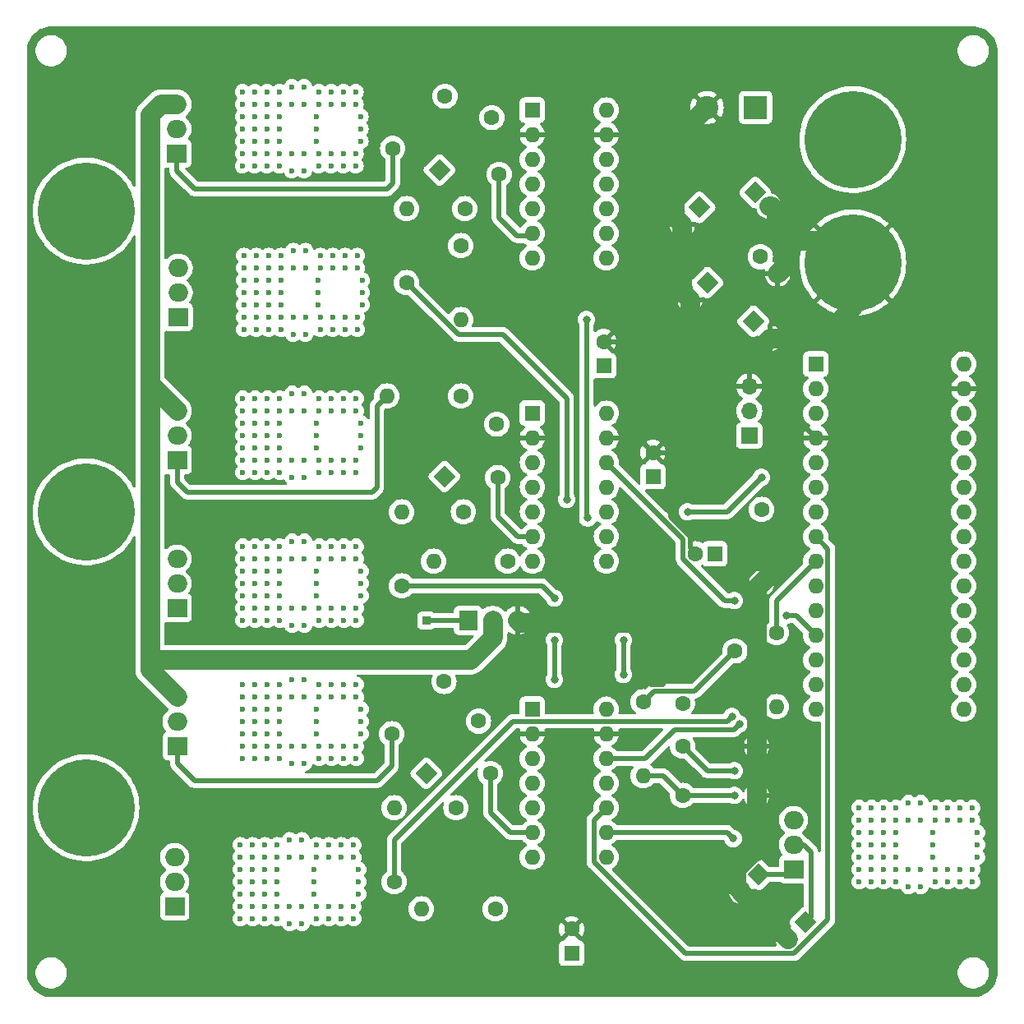
<source format=gbr>
%TF.GenerationSoftware,KiCad,Pcbnew,8.0.5*%
%TF.CreationDate,2024-12-03T18:07:43+01:00*%
%TF.ProjectId,ESC_drivers 1.4,4553435f-6472-4697-9665-727320312e34,rev?*%
%TF.SameCoordinates,Original*%
%TF.FileFunction,Copper,L2,Bot*%
%TF.FilePolarity,Positive*%
%FSLAX46Y46*%
G04 Gerber Fmt 4.6, Leading zero omitted, Abs format (unit mm)*
G04 Created by KiCad (PCBNEW 8.0.5) date 2024-12-03 18:07:43*
%MOMM*%
%LPD*%
G01*
G04 APERTURE LIST*
G04 Aperture macros list*
%AMHorizOval*
0 Thick line with rounded ends*
0 $1 width*
0 $2 $3 position (X,Y) of the first rounded end (center of the circle)*
0 $4 $5 position (X,Y) of the second rounded end (center of the circle)*
0 Add line between two ends*
20,1,$1,$2,$3,$4,$5,0*
0 Add two circle primitives to create the rounded ends*
1,1,$1,$2,$3*
1,1,$1,$4,$5*%
%AMRotRect*
0 Rectangle, with rotation*
0 The origin of the aperture is its center*
0 $1 length*
0 $2 width*
0 $3 Rotation angle, in degrees counterclockwise*
0 Add horizontal line*
21,1,$1,$2,0,0,$3*%
G04 Aperture macros list end*
%TA.AperFunction,ComponentPad*%
%ADD10R,1.600000X1.600000*%
%TD*%
%TA.AperFunction,ComponentPad*%
%ADD11C,1.600000*%
%TD*%
%TA.AperFunction,ComponentPad*%
%ADD12R,2.000000X1.905000*%
%TD*%
%TA.AperFunction,ComponentPad*%
%ADD13O,2.000000X1.905000*%
%TD*%
%TA.AperFunction,ComponentPad*%
%ADD14C,0.600000*%
%TD*%
%TA.AperFunction,ComponentPad*%
%ADD15O,1.600000X1.600000*%
%TD*%
%TA.AperFunction,ComponentPad*%
%ADD16RotRect,1.600000X1.600000X225.000000*%
%TD*%
%TA.AperFunction,ComponentPad*%
%ADD17RotRect,1.600000X1.600000X315.000000*%
%TD*%
%TA.AperFunction,ComponentPad*%
%ADD18R,0.850000X0.850000*%
%TD*%
%TA.AperFunction,ComponentPad*%
%ADD19C,5.400000*%
%TD*%
%TA.AperFunction,ConnectorPad*%
%ADD20C,10.000000*%
%TD*%
%TA.AperFunction,ComponentPad*%
%ADD21R,2.400000X2.400000*%
%TD*%
%TA.AperFunction,ComponentPad*%
%ADD22C,2.400000*%
%TD*%
%TA.AperFunction,ComponentPad*%
%ADD23HorizOval,1.600000X0.000000X0.000000X0.000000X0.000000X0*%
%TD*%
%TA.AperFunction,ComponentPad*%
%ADD24RotRect,1.600000X1.600000X45.000000*%
%TD*%
%TA.AperFunction,ComponentPad*%
%ADD25HorizOval,1.600000X0.000000X0.000000X0.000000X0.000000X0*%
%TD*%
%TA.AperFunction,ComponentPad*%
%ADD26R,1.700000X1.700000*%
%TD*%
%TA.AperFunction,ComponentPad*%
%ADD27O,1.700000X1.700000*%
%TD*%
%TA.AperFunction,ComponentPad*%
%ADD28R,1.905000X2.000000*%
%TD*%
%TA.AperFunction,ComponentPad*%
%ADD29O,1.905000X2.000000*%
%TD*%
%TA.AperFunction,ViaPad*%
%ADD30C,0.800000*%
%TD*%
%TA.AperFunction,Conductor*%
%ADD31C,0.500000*%
%TD*%
%TA.AperFunction,Conductor*%
%ADD32C,2.000000*%
%TD*%
G04 APERTURE END LIST*
D10*
%TO.P,C3,1*%
%TO.N,Bat*%
X164084000Y-83755114D03*
D11*
%TO.P,C3,2*%
%TO.N,GND*%
X164084000Y-81255114D03*
%TD*%
D12*
%TO.P,Q5,1,G*%
%TO.N,Net-(Q5-G)*%
X120142001Y-108712000D03*
D13*
%TO.P,Q5,2,D*%
%TO.N,Bat*%
X120142001Y-106172000D03*
%TO.P,Q5,3,S*%
%TO.N,Phase C*%
X120142000Y-103632000D03*
D14*
%TO.P,Q5,4*%
%TO.N,N/C*%
X131982945Y-110483490D03*
X133252945Y-110483490D03*
X126902945Y-109975490D03*
X128172945Y-109975490D03*
X129442945Y-109975490D03*
X130712945Y-109975490D03*
X134776945Y-109975490D03*
X136046945Y-109975490D03*
X137316945Y-109975490D03*
X138586945Y-109975490D03*
X126902945Y-108705490D03*
X128172945Y-108705490D03*
X129442945Y-108705490D03*
X130712945Y-108705490D03*
X131982945Y-108705490D03*
X133252945Y-108705490D03*
X134776945Y-108705490D03*
X136046945Y-108705490D03*
X137316945Y-108705490D03*
X138586945Y-108705490D03*
X129442945Y-107435491D03*
X126902945Y-107435490D03*
X128172945Y-107435490D03*
X130712945Y-107435490D03*
X134522945Y-107435490D03*
X139094945Y-107435490D03*
X126902945Y-106165490D03*
X128172944Y-106165490D03*
X129442945Y-106165490D03*
X130712946Y-106165490D03*
X134522944Y-106165490D03*
X139094945Y-106165490D03*
X126902945Y-104895490D03*
X128172945Y-104895490D03*
X130712945Y-104895490D03*
X134522945Y-104895490D03*
X139094945Y-104895490D03*
X129442945Y-104895489D03*
X126902945Y-103625490D03*
X128172945Y-103625490D03*
X129442945Y-103625490D03*
X130712945Y-103625490D03*
X131982945Y-103625490D03*
X133252945Y-103625490D03*
X134776945Y-103625490D03*
X136046945Y-103625490D03*
X137316945Y-103625490D03*
X138586945Y-103625490D03*
X126902945Y-102355490D03*
X128172945Y-102355490D03*
X129442945Y-102355490D03*
X130712945Y-102355490D03*
X134776945Y-102355490D03*
X136046945Y-102355490D03*
X137316945Y-102355490D03*
X138586945Y-102355490D03*
X131982945Y-101847490D03*
X133252945Y-101847490D03*
%TD*%
D11*
%TO.P,R6,1*%
%TO.N,HO_C*%
X154178000Y-103886000D03*
D15*
%TO.P,R6,2*%
%TO.N,Net-(Q5-G)*%
X146558000Y-103886000D03*
%TD*%
D11*
%TO.P,R12,1*%
%TO.N,D7*%
X142494000Y-136906000D03*
D15*
%TO.P,R12,2*%
%TO.N,Phase A*%
X142494000Y-129286000D03*
%TD*%
D16*
%TO.P,C10,1*%
%TO.N,Bat*%
X173956255Y-67442117D03*
D11*
%TO.P,C10,2*%
%TO.N,GND*%
X172188488Y-69209884D03*
%TD*%
D17*
%TO.P,C13,1*%
%TO.N,Bat*%
X179487856Y-79157856D03*
D11*
%TO.P,C13,2*%
%TO.N,GND*%
X181255623Y-80925623D03*
%TD*%
%TO.P,C2,1*%
%TO.N,Net-(D2-K)*%
X153306687Y-64028466D03*
%TO.P,C2,2*%
%TO.N,Phase B*%
X149771153Y-67564000D03*
%TD*%
D18*
%TO.P,J1,1,Pin_1*%
%TO.N,Net-(J1-Pin_1)*%
X145796000Y-109982000D03*
%TD*%
D11*
%TO.P,R16,1*%
%TO.N,A1*%
X143256000Y-106426000D03*
D15*
%TO.P,R16,2*%
%TO.N,Phase C*%
X143256000Y-98806000D03*
%TD*%
D11*
%TO.P,C22,1*%
%TO.N,Net-(D3-K)*%
X152394585Y-125750961D03*
%TO.P,C22,2*%
%TO.N,Phase A*%
X148859051Y-129286495D03*
%TD*%
D17*
%TO.P,C9,1*%
%TO.N,Bat*%
X179687786Y-65895786D03*
D11*
%TO.P,C9,2*%
%TO.N,GND*%
X181102000Y-67310000D03*
%TD*%
D12*
%TO.P,Q6,1,G*%
%TO.N,Net-(Q6-G)*%
X120142000Y-93472000D03*
D13*
%TO.P,Q6,2,D*%
%TO.N,Phase C*%
X120142000Y-90932000D03*
%TO.P,Q6,3,S*%
%TO.N,Net-(Q2-S)*%
X120141999Y-88392000D03*
D14*
%TO.P,Q6,4*%
%TO.N,N/C*%
X131982944Y-95243490D03*
X133252944Y-95243490D03*
X126902944Y-94735490D03*
X128172944Y-94735490D03*
X129442944Y-94735490D03*
X130712944Y-94735490D03*
X134776944Y-94735490D03*
X136046944Y-94735490D03*
X137316944Y-94735490D03*
X138586944Y-94735490D03*
X126902944Y-93465490D03*
X128172944Y-93465490D03*
X129442944Y-93465490D03*
X130712944Y-93465490D03*
X131982944Y-93465490D03*
X133252944Y-93465490D03*
X134776944Y-93465490D03*
X136046944Y-93465490D03*
X137316944Y-93465490D03*
X138586944Y-93465490D03*
X129442944Y-92195491D03*
X126902944Y-92195490D03*
X128172944Y-92195490D03*
X130712944Y-92195490D03*
X134522944Y-92195490D03*
X139094944Y-92195490D03*
X126902944Y-90925490D03*
X128172943Y-90925490D03*
X129442944Y-90925490D03*
X130712945Y-90925490D03*
X134522943Y-90925490D03*
X139094944Y-90925490D03*
X126902944Y-89655490D03*
X128172944Y-89655490D03*
X130712944Y-89655490D03*
X134522944Y-89655490D03*
X139094944Y-89655490D03*
X129442944Y-89655489D03*
X126902944Y-88385490D03*
X128172944Y-88385490D03*
X129442944Y-88385490D03*
X130712944Y-88385490D03*
X131982944Y-88385490D03*
X133252944Y-88385490D03*
X134776944Y-88385490D03*
X136046944Y-88385490D03*
X137316944Y-88385490D03*
X138586944Y-88385490D03*
X126902944Y-87115490D03*
X128172944Y-87115490D03*
X129442944Y-87115490D03*
X130712944Y-87115490D03*
X134776944Y-87115490D03*
X136046944Y-87115490D03*
X137316944Y-87115490D03*
X138586944Y-87115490D03*
X131982944Y-86607490D03*
X133252944Y-86607490D03*
%TD*%
D19*
%TO.P,H4,1,1*%
%TO.N,Bat*%
X189738000Y-60452000D03*
D20*
X189738000Y-60452000D03*
%TD*%
D12*
%TO.P,Q2,1,G*%
%TO.N,Net-(Q2-G)*%
X120109556Y-61882587D03*
D13*
%TO.P,Q2,2,D*%
%TO.N,Phase B*%
X120109556Y-59342587D03*
%TO.P,Q2,3,S*%
%TO.N,Net-(Q2-S)*%
X120109555Y-56802587D03*
D14*
%TO.P,Q2,4*%
%TO.N,N/C*%
X131950500Y-63654077D03*
X133220500Y-63654077D03*
X126870500Y-63146077D03*
X128140500Y-63146077D03*
X129410500Y-63146077D03*
X130680500Y-63146077D03*
X134744500Y-63146077D03*
X136014500Y-63146077D03*
X137284500Y-63146077D03*
X138554500Y-63146077D03*
X126870500Y-61876077D03*
X128140500Y-61876077D03*
X129410500Y-61876077D03*
X130680500Y-61876077D03*
X131950500Y-61876077D03*
X133220500Y-61876077D03*
X134744500Y-61876077D03*
X136014500Y-61876077D03*
X137284500Y-61876077D03*
X138554500Y-61876077D03*
X129410500Y-60606078D03*
X126870500Y-60606077D03*
X128140500Y-60606077D03*
X130680500Y-60606077D03*
X134490500Y-60606077D03*
X139062500Y-60606077D03*
X126870500Y-59336077D03*
X128140499Y-59336077D03*
X129410500Y-59336077D03*
X130680501Y-59336077D03*
X134490499Y-59336077D03*
X139062500Y-59336077D03*
X126870500Y-58066077D03*
X128140500Y-58066077D03*
X130680500Y-58066077D03*
X134490500Y-58066077D03*
X139062500Y-58066077D03*
X129410500Y-58066076D03*
X126870500Y-56796077D03*
X128140500Y-56796077D03*
X129410500Y-56796077D03*
X130680500Y-56796077D03*
X131950500Y-56796077D03*
X133220500Y-56796077D03*
X134744500Y-56796077D03*
X136014500Y-56796077D03*
X137284500Y-56796077D03*
X138554500Y-56796077D03*
X126870500Y-55526077D03*
X128140500Y-55526077D03*
X129410500Y-55526077D03*
X130680500Y-55526077D03*
X134744500Y-55526077D03*
X136014500Y-55526077D03*
X137284500Y-55526077D03*
X138554500Y-55526077D03*
X131950500Y-55018077D03*
X133220500Y-55018077D03*
%TD*%
D10*
%TO.P,U3,1,LO*%
%TO.N,LO_C*%
X156728000Y-88641001D03*
D15*
%TO.P,U3,2,COM*%
%TO.N,GND*%
X156728000Y-91181001D03*
%TO.P,U3,3,VCC*%
%TO.N,Bat*%
X156728000Y-93721000D03*
%TO.P,U3,4,NC*%
%TO.N,unconnected-(U3-NC-Pad4)*%
X156728000Y-96261001D03*
%TO.P,U3,5,VS*%
%TO.N,Phase C*%
X156728000Y-98801001D03*
%TO.P,U3,6,VB*%
%TO.N,Net-(D1-K)*%
X156728000Y-101341001D03*
%TO.P,U3,7,HO*%
%TO.N,HO_C*%
X156728000Y-103881001D03*
%TO.P,U3,8,NC*%
%TO.N,unconnected-(U3-NC-Pad8)*%
X164348000Y-103881001D03*
%TO.P,U3,9,VDD*%
%TO.N,+5V*%
X164348000Y-101341001D03*
%TO.P,U3,10,HIN*%
%TO.N,D2*%
X164348000Y-98801001D03*
%TO.P,U3,11,SD*%
%TO.N,unconnected-(U3-SD-Pad11)*%
X164348000Y-96261001D03*
%TO.P,U3,12,LIN*%
%TO.N,D9*%
X164348000Y-93721001D03*
%TO.P,U3,13,VSS*%
%TO.N,GND*%
X164348000Y-91181001D03*
%TO.P,U3,14,NC*%
%TO.N,unconnected-(U3-NC-Pad14)*%
X164348000Y-88641001D03*
%TD*%
D11*
%TO.P,R11,1*%
%TO.N,D6*%
X181864000Y-111252000D03*
D15*
%TO.P,R11,2*%
%TO.N,D7*%
X181864000Y-118872000D03*
%TD*%
D21*
%TO.P,C8,1*%
%TO.N,Bat*%
X179731274Y-57150000D03*
D22*
%TO.P,C8,2*%
%TO.N,GND*%
X174731274Y-57150000D03*
%TD*%
D11*
%TO.P,R5,1*%
%TO.N,LO_A*%
X147628154Y-116277846D03*
D23*
%TO.P,R5,2*%
%TO.N,Net-(Q4-G)*%
X142240000Y-121666000D03*
%TD*%
D10*
%TO.P,U2,1,LO*%
%TO.N,LO_A*%
X156718000Y-119127511D03*
D15*
%TO.P,U2,2,COM*%
%TO.N,GND*%
X156718000Y-121667511D03*
%TO.P,U2,3,VCC*%
%TO.N,Bat*%
X156718000Y-124207510D03*
%TO.P,U2,4,NC*%
%TO.N,unconnected-(U2-NC-Pad4)*%
X156718000Y-126747511D03*
%TO.P,U2,5,VS*%
%TO.N,Phase A*%
X156718000Y-129287511D03*
%TO.P,U2,6,VB*%
%TO.N,Net-(D3-K)*%
X156718000Y-131827511D03*
%TO.P,U2,7,HO*%
%TO.N,HO_A*%
X156718000Y-134367511D03*
%TO.P,U2,8,NC*%
%TO.N,unconnected-(U2-NC-Pad8)*%
X164338000Y-134367511D03*
%TO.P,U2,9,VDD*%
%TO.N,+5V*%
X164338000Y-131827511D03*
%TO.P,U2,10,HIN*%
%TO.N,D5*%
X164338000Y-129287511D03*
%TO.P,U2,11,SD*%
%TO.N,unconnected-(U2-SD-Pad11)*%
X164338000Y-126747511D03*
%TO.P,U2,12,LIN*%
%TO.N,D11*%
X164338000Y-124207511D03*
%TO.P,U2,13,VSS*%
%TO.N,GND*%
X164338000Y-121667511D03*
%TO.P,U2,14,NC*%
%TO.N,unconnected-(U2-NC-Pad14)*%
X164338000Y-119127511D03*
%TD*%
D24*
%TO.P,D1,1,K*%
%TO.N,Net-(D1-K)*%
X147673924Y-95150077D03*
D25*
%TO.P,D1,2,A*%
%TO.N,Bat*%
X153062078Y-89761923D03*
%TD*%
D11*
%TO.P,R4,1*%
%TO.N,HO_A*%
X152908000Y-139700000D03*
D15*
%TO.P,R4,2*%
%TO.N,Net-(Q3-G)*%
X145288000Y-139700000D03*
%TD*%
D12*
%TO.P,Q4,1,G*%
%TO.N,Net-(Q4-G)*%
X120142001Y-122942510D03*
D13*
%TO.P,Q4,2,D*%
%TO.N,Phase A*%
X120142001Y-120402510D03*
%TO.P,Q4,3,S*%
%TO.N,Net-(Q2-S)*%
X120142000Y-117862510D03*
D14*
%TO.P,Q4,4*%
%TO.N,N/C*%
X131982945Y-124714000D03*
X133252945Y-124714000D03*
X126902945Y-124206000D03*
X128172945Y-124206000D03*
X129442945Y-124206000D03*
X130712945Y-124206000D03*
X134776945Y-124206000D03*
X136046945Y-124206000D03*
X137316945Y-124206000D03*
X138586945Y-124206000D03*
X126902945Y-122936000D03*
X128172945Y-122936000D03*
X129442945Y-122936000D03*
X130712945Y-122936000D03*
X131982945Y-122936000D03*
X133252945Y-122936000D03*
X134776945Y-122936000D03*
X136046945Y-122936000D03*
X137316945Y-122936000D03*
X138586945Y-122936000D03*
X129442945Y-121666001D03*
X126902945Y-121666000D03*
X128172945Y-121666000D03*
X130712945Y-121666000D03*
X134522945Y-121666000D03*
X139094945Y-121666000D03*
X126902945Y-120396000D03*
X128172944Y-120396000D03*
X129442945Y-120396000D03*
X130712946Y-120396000D03*
X134522944Y-120396000D03*
X139094945Y-120396000D03*
X126902945Y-119126000D03*
X128172945Y-119126000D03*
X130712945Y-119126000D03*
X134522945Y-119126000D03*
X139094945Y-119126000D03*
X129442945Y-119125999D03*
X126902945Y-117856000D03*
X128172945Y-117856000D03*
X129442945Y-117856000D03*
X130712945Y-117856000D03*
X131982945Y-117856000D03*
X133252945Y-117856000D03*
X134776945Y-117856000D03*
X136046945Y-117856000D03*
X137316945Y-117856000D03*
X138586945Y-117856000D03*
X126902945Y-116586000D03*
X128172945Y-116586000D03*
X129442945Y-116586000D03*
X130712945Y-116586000D03*
X134776945Y-116586000D03*
X136046945Y-116586000D03*
X137316945Y-116586000D03*
X138586945Y-116586000D03*
X131982945Y-116078000D03*
X133252945Y-116078000D03*
%TD*%
D11*
%TO.P,R13,1*%
%TO.N,A0*%
X143764000Y-75184000D03*
D15*
%TO.P,R13,2*%
%TO.N,Phase B*%
X143764000Y-67564000D03*
%TD*%
D11*
%TO.P,R14,1*%
%TO.N,D6*%
X168148000Y-118364000D03*
D15*
%TO.P,R14,2*%
%TO.N,A1*%
X168148000Y-125984000D03*
%TD*%
D11*
%TO.P,C1,1*%
%TO.N,Net-(D1-K)*%
X153151767Y-95260233D03*
%TO.P,C1,2*%
%TO.N,Phase C*%
X149616233Y-98795767D03*
%TD*%
D16*
%TO.P,C11,1*%
%TO.N,Bat*%
X174752000Y-75184000D03*
D11*
%TO.P,C11,2*%
%TO.N,GND*%
X172984233Y-76951767D03*
%TD*%
%TO.P,R15,1*%
%TO.N,A1*%
X172212000Y-128016000D03*
D15*
%TO.P,R15,2*%
%TO.N,GND*%
X179832000Y-128016000D03*
%TD*%
D19*
%TO.P,H2,1,1*%
%TO.N,Phase B*%
X110744000Y-67818000D03*
D20*
X110744000Y-67818000D03*
%TD*%
D10*
%TO.P,C5,1*%
%TO.N,Bat*%
X169164000Y-95185113D03*
D11*
%TO.P,C5,2*%
%TO.N,GND*%
X169164000Y-92685113D03*
%TD*%
D10*
%TO.P,U1,1,LO*%
%TO.N,LO_B*%
X156718000Y-57404000D03*
D15*
%TO.P,U1,2,COM*%
%TO.N,GND*%
X156718000Y-59944000D03*
%TO.P,U1,3,VCC*%
%TO.N,Bat*%
X156718000Y-62483999D03*
%TO.P,U1,4,NC*%
%TO.N,unconnected-(U1-NC-Pad4)*%
X156718000Y-65024000D03*
%TO.P,U1,5,VS*%
%TO.N,Phase B*%
X156718000Y-67564000D03*
%TO.P,U1,6,VB*%
%TO.N,Net-(D2-K)*%
X156718000Y-70104000D03*
%TO.P,U1,7,HO*%
%TO.N,HO_B*%
X156718000Y-72644000D03*
%TO.P,U1,8,NC*%
%TO.N,unconnected-(U1-NC-Pad8)*%
X164338000Y-72644000D03*
%TO.P,U1,9,VDD*%
%TO.N,+5V*%
X164338000Y-70104000D03*
%TO.P,U1,10,HIN*%
%TO.N,D3*%
X164338000Y-67564000D03*
%TO.P,U1,11,SD*%
%TO.N,unconnected-(U1-SD-Pad11)*%
X164338000Y-65024000D03*
%TO.P,U1,12,LIN*%
%TO.N,D10*%
X164338000Y-62484000D03*
%TO.P,U1,13,VSS*%
%TO.N,GND*%
X164338000Y-59944000D03*
%TO.P,U1,14,NC*%
%TO.N,unconnected-(U1-NC-Pad14)*%
X164338000Y-57404000D03*
%TD*%
D11*
%TO.P,C12,1*%
%TO.N,Bat*%
X180218117Y-72522117D03*
%TO.P,C12,2*%
%TO.N,GND*%
X181985884Y-74289884D03*
%TD*%
D12*
%TO.P,U4,1,GND*%
%TO.N,Net-(U4-GND)*%
X183642001Y-135636000D03*
D13*
%TO.P,U4,2,VO*%
%TO.N,+5V*%
X183642001Y-133096000D03*
%TO.P,U4,3,VI*%
%TO.N,Bat*%
X183642000Y-130556000D03*
D14*
%TO.P,U4,4*%
%TO.N,N/C*%
X195482945Y-137407490D03*
X196752945Y-137407490D03*
X190402945Y-136899490D03*
X191672945Y-136899490D03*
X192942945Y-136899490D03*
X194212945Y-136899490D03*
X198276945Y-136899490D03*
X199546945Y-136899490D03*
X200816945Y-136899490D03*
X202086945Y-136899490D03*
X190402945Y-135629490D03*
X191672945Y-135629490D03*
X192942945Y-135629490D03*
X194212945Y-135629490D03*
X195482945Y-135629490D03*
X196752945Y-135629490D03*
X198276945Y-135629490D03*
X199546945Y-135629490D03*
X200816945Y-135629490D03*
X202086945Y-135629490D03*
X192942945Y-134359491D03*
X190402945Y-134359490D03*
X191672945Y-134359490D03*
X194212945Y-134359490D03*
X198022945Y-134359490D03*
X202594945Y-134359490D03*
X190402945Y-133089490D03*
X191672944Y-133089490D03*
X192942945Y-133089490D03*
X194212946Y-133089490D03*
X198022944Y-133089490D03*
X202594945Y-133089490D03*
X190402945Y-131819490D03*
X191672945Y-131819490D03*
X194212945Y-131819490D03*
X198022945Y-131819490D03*
X202594945Y-131819490D03*
X192942945Y-131819489D03*
X190402945Y-130549490D03*
X191672945Y-130549490D03*
X192942945Y-130549490D03*
X194212945Y-130549490D03*
X195482945Y-130549490D03*
X196752945Y-130549490D03*
X198276945Y-130549490D03*
X199546945Y-130549490D03*
X200816945Y-130549490D03*
X202086945Y-130549490D03*
X190402945Y-129279490D03*
X191672945Y-129279490D03*
X192942945Y-129279490D03*
X194212945Y-129279490D03*
X198276945Y-129279490D03*
X199546945Y-129279490D03*
X200816945Y-129279490D03*
X202086945Y-129279490D03*
X195482945Y-128771490D03*
X196752945Y-128771490D03*
%TD*%
D11*
%TO.P,R7,1*%
%TO.N,LO_C*%
X149352000Y-86868000D03*
D15*
%TO.P,R7,2*%
%TO.N,Net-(Q6-G)*%
X141732000Y-86868000D03*
%TD*%
D19*
%TO.P,H1,1,1*%
%TO.N,Phase A*%
X110744000Y-129286000D03*
D20*
X110744000Y-129286000D03*
%TD*%
D26*
%TO.P,Communication,1,Pin_1*%
%TO.N,RX*%
X179070000Y-90931999D03*
D27*
%TO.P,Communication,2,Pin_2*%
%TO.N,TX*%
X179070000Y-88391999D03*
%TO.P,Communication,3,Pin_3*%
%TO.N,GND*%
X179070000Y-85852000D03*
%TD*%
D11*
%TO.P,R2,1*%
%TO.N,HO_B*%
X149352000Y-71374000D03*
D15*
%TO.P,R2,2*%
%TO.N,Net-(Q1-G)*%
X149352000Y-78994000D03*
%TD*%
D11*
%TO.P,R8,1*%
%TO.N,D7*%
X180340000Y-98552000D03*
D15*
%TO.P,R8,2*%
%TO.N,GND*%
X180340000Y-106172000D03*
%TD*%
D12*
%TO.P,Q1,1,G*%
%TO.N,Net-(Q1-G)*%
X120239056Y-78746510D03*
D13*
%TO.P,Q1,2,D*%
%TO.N,Bat*%
X120239056Y-76206510D03*
%TO.P,Q1,3,S*%
%TO.N,Phase B*%
X120239055Y-73666510D03*
D14*
%TO.P,Q1,4*%
%TO.N,N/C*%
X132080000Y-80518000D03*
X133350000Y-80518000D03*
X127000000Y-80010000D03*
X128270000Y-80010000D03*
X129540000Y-80010000D03*
X130810000Y-80010000D03*
X134874000Y-80010000D03*
X136144000Y-80010000D03*
X137414000Y-80010000D03*
X138684000Y-80010000D03*
X127000000Y-78740000D03*
X128270000Y-78740000D03*
X129540000Y-78740000D03*
X130810000Y-78740000D03*
X132080000Y-78740000D03*
X133350000Y-78740000D03*
X134874000Y-78740000D03*
X136144000Y-78740000D03*
X137414000Y-78740000D03*
X138684000Y-78740000D03*
X129540000Y-77470001D03*
X127000000Y-77470000D03*
X128270000Y-77470000D03*
X130810000Y-77470000D03*
X134620000Y-77470000D03*
X139192000Y-77470000D03*
X127000000Y-76200000D03*
X128269999Y-76200000D03*
X129540000Y-76200000D03*
X130810001Y-76200000D03*
X134619999Y-76200000D03*
X139192000Y-76200000D03*
X127000000Y-74930000D03*
X128270000Y-74930000D03*
X130810000Y-74930000D03*
X134620000Y-74930000D03*
X139192000Y-74930000D03*
X129540000Y-74929999D03*
X127000000Y-73660000D03*
X128270000Y-73660000D03*
X129540000Y-73660000D03*
X130810000Y-73660000D03*
X132080000Y-73660000D03*
X133350000Y-73660000D03*
X134874000Y-73660000D03*
X136144000Y-73660000D03*
X137414000Y-73660000D03*
X138684000Y-73660000D03*
X127000000Y-72390000D03*
X128270000Y-72390000D03*
X129540000Y-72390000D03*
X130810000Y-72390000D03*
X134874000Y-72390000D03*
X136144000Y-72390000D03*
X137414000Y-72390000D03*
X138684000Y-72390000D03*
X132080000Y-71882000D03*
X133350000Y-71882000D03*
%TD*%
D10*
%TO.P,A1,1,D1/TX*%
%TO.N,TX*%
X185928000Y-83566000D03*
D15*
%TO.P,A1,2,D0/RX*%
%TO.N,RX*%
X185928000Y-86106000D03*
%TO.P,A1,3,~{RESET}*%
%TO.N,unconnected-(A1-~{RESET}-Pad3)*%
X185928000Y-88645999D03*
%TO.P,A1,4,GND*%
%TO.N,GND*%
X185928000Y-91186000D03*
%TO.P,A1,5,D2*%
%TO.N,D2*%
X185928000Y-93726000D03*
%TO.P,A1,6,D3*%
%TO.N,D3*%
X185928000Y-96266000D03*
%TO.P,A1,7,D4*%
%TO.N,unconnected-(A1-D4-Pad7)*%
X185928000Y-98806000D03*
%TO.P,A1,8,D5*%
%TO.N,D5*%
X185928000Y-101346001D03*
%TO.P,A1,9,D6*%
%TO.N,D6*%
X185928000Y-103886000D03*
%TO.P,A1,10,D7*%
%TO.N,D7*%
X185928000Y-106426000D03*
%TO.P,A1,11,D8*%
%TO.N,unconnected-(A1-D8-Pad11)*%
X185928000Y-108966000D03*
%TO.P,A1,12,D9*%
%TO.N,D9*%
X185928000Y-111505999D03*
%TO.P,A1,13,D10*%
%TO.N,D10*%
X185928000Y-114046000D03*
%TO.P,A1,14,D11*%
%TO.N,D11*%
X185928000Y-116586000D03*
%TO.P,A1,15,D12*%
%TO.N,unconnected-(A1-D12-Pad15)*%
X185928000Y-119126000D03*
%TO.P,A1,16,D13*%
%TO.N,unconnected-(A1-D13-Pad16)*%
X201168000Y-119126000D03*
%TO.P,A1,17,3V3*%
%TO.N,unconnected-(A1-3V3-Pad17)*%
X201168000Y-116586000D03*
%TO.P,A1,18,AREF*%
%TO.N,unconnected-(A1-AREF-Pad18)*%
X201168000Y-114046000D03*
%TO.P,A1,19,A0*%
%TO.N,A0*%
X201168000Y-111506000D03*
%TO.P,A1,20,A1*%
%TO.N,A1*%
X201168000Y-108966000D03*
%TO.P,A1,21,A2*%
%TO.N,unconnected-(A1-A2-Pad21)*%
X201168000Y-106426000D03*
%TO.P,A1,22,A3*%
%TO.N,unconnected-(A1-A3-Pad22)*%
X201168000Y-103886000D03*
%TO.P,A1,23,A4*%
%TO.N,unconnected-(A1-A4-Pad23)*%
X201168000Y-101346000D03*
%TO.P,A1,24,A5*%
%TO.N,unconnected-(A1-A5-Pad24)*%
X201168000Y-98806000D03*
%TO.P,A1,25,A6*%
%TO.N,unconnected-(A1-A6-Pad25)*%
X201168000Y-96266000D03*
%TO.P,A1,26,A7*%
%TO.N,unconnected-(A1-A7-Pad26)*%
X201168000Y-93726000D03*
%TO.P,A1,27,+5V*%
%TO.N,+5V*%
X201168000Y-91186000D03*
%TO.P,A1,28,~{RESET}*%
%TO.N,unconnected-(A1-~{RESET}-Pad28)*%
X201168000Y-88646000D03*
%TO.P,A1,29,GND*%
%TO.N,GND*%
X201168000Y-86106000D03*
%TO.P,A1,30,VIN*%
%TO.N,Vin*%
X201168000Y-83566000D03*
%TD*%
D19*
%TO.P,H3,1,1*%
%TO.N,Phase C*%
X110744000Y-98806000D03*
D20*
X110744000Y-98806000D03*
%TD*%
D16*
%TO.P,C14,1*%
%TO.N,Net-(U4-GND)*%
X180052255Y-136144000D03*
D11*
%TO.P,C14,2*%
%TO.N,GND*%
X178284488Y-137911767D03*
%TD*%
D24*
%TO.P,D3,1,K*%
%TO.N,Net-(D3-K)*%
X145796000Y-125750961D03*
D25*
%TO.P,D3,2,A*%
%TO.N,Bat*%
X151184154Y-120362807D03*
%TD*%
D12*
%TO.P,Q3,1,G*%
%TO.N,Net-(Q3-G)*%
X119888001Y-139452510D03*
D13*
%TO.P,Q3,2,D*%
%TO.N,Bat*%
X119888001Y-136912510D03*
%TO.P,Q3,3,S*%
%TO.N,Phase A*%
X119888000Y-134372510D03*
D14*
%TO.P,Q3,4*%
%TO.N,N/C*%
X131728945Y-141224000D03*
X132998945Y-141224000D03*
X126648945Y-140716000D03*
X127918945Y-140716000D03*
X129188945Y-140716000D03*
X130458945Y-140716000D03*
X134522945Y-140716000D03*
X135792945Y-140716000D03*
X137062945Y-140716000D03*
X138332945Y-140716000D03*
X126648945Y-139446000D03*
X127918945Y-139446000D03*
X129188945Y-139446000D03*
X130458945Y-139446000D03*
X131728945Y-139446000D03*
X132998945Y-139446000D03*
X134522945Y-139446000D03*
X135792945Y-139446000D03*
X137062945Y-139446000D03*
X138332945Y-139446000D03*
X129188945Y-138176001D03*
X126648945Y-138176000D03*
X127918945Y-138176000D03*
X130458945Y-138176000D03*
X134268945Y-138176000D03*
X138840945Y-138176000D03*
X126648945Y-136906000D03*
X127918944Y-136906000D03*
X129188945Y-136906000D03*
X130458946Y-136906000D03*
X134268944Y-136906000D03*
X138840945Y-136906000D03*
X126648945Y-135636000D03*
X127918945Y-135636000D03*
X130458945Y-135636000D03*
X134268945Y-135636000D03*
X138840945Y-135636000D03*
X129188945Y-135635999D03*
X126648945Y-134366000D03*
X127918945Y-134366000D03*
X129188945Y-134366000D03*
X130458945Y-134366000D03*
X131728945Y-134366000D03*
X132998945Y-134366000D03*
X134522945Y-134366000D03*
X135792945Y-134366000D03*
X137062945Y-134366000D03*
X138332945Y-134366000D03*
X126648945Y-133096000D03*
X127918945Y-133096000D03*
X129188945Y-133096000D03*
X130458945Y-133096000D03*
X134522945Y-133096000D03*
X135792945Y-133096000D03*
X137062945Y-133096000D03*
X138332945Y-133096000D03*
X131728945Y-132588000D03*
X132998945Y-132588000D03*
%TD*%
D10*
%TO.P,C7,1*%
%TO.N,Bat*%
X175514000Y-103124000D03*
D11*
%TO.P,C7,2*%
%TO.N,GND*%
X173513999Y-103124000D03*
%TD*%
%TO.P,R9,1*%
%TO.N,D6*%
X177600154Y-113129923D03*
D23*
%TO.P,R9,2*%
%TO.N,A0*%
X172212000Y-118518077D03*
%TD*%
D28*
%TO.P,Q7,1,G*%
%TO.N,Net-(J1-Pin_1)*%
X150114001Y-109982000D03*
D29*
%TO.P,Q7,2,D*%
%TO.N,Net-(Q2-S)*%
X152654001Y-109982000D03*
%TO.P,Q7,3,S*%
%TO.N,GND*%
X155194000Y-109982000D03*
%TD*%
D19*
%TO.P,H5,1,1*%
%TO.N,GND*%
X189738000Y-73152000D03*
D20*
X189738000Y-73152000D03*
%TD*%
D11*
%TO.P,R10,1*%
%TO.N,A0*%
X172212000Y-122936000D03*
D15*
%TO.P,R10,2*%
%TO.N,GND*%
X179832000Y-122936000D03*
%TD*%
D10*
%TO.P,C4,1*%
%TO.N,Bat*%
X160782000Y-144272000D03*
D11*
%TO.P,C4,2*%
%TO.N,GND*%
X160782000Y-141772000D03*
%TD*%
D24*
%TO.P,D2,1,K*%
%TO.N,Net-(D2-K)*%
X147165924Y-63573928D03*
D25*
%TO.P,D2,2,A*%
%TO.N,Bat*%
X152554078Y-58185774D03*
%TD*%
D11*
%TO.P,R3,1*%
%TO.N,LO_B*%
X147728077Y-55979923D03*
D23*
%TO.P,R3,2*%
%TO.N,Net-(Q2-G)*%
X142339923Y-61368077D03*
%TD*%
D16*
%TO.P,C6,1*%
%TO.N,+5V*%
X184878255Y-141102117D03*
D11*
%TO.P,C6,2*%
%TO.N,GND*%
X183110488Y-142869884D03*
%TD*%
D30*
%TO.N,+5V*%
X162306000Y-78994000D03*
X177419000Y-132461000D03*
X162440500Y-99433500D03*
%TO.N,D2*%
X180340000Y-95250000D03*
X172720000Y-98801001D03*
%TO.N,D9*%
X177546000Y-107950000D03*
X182880000Y-109474000D03*
%TO.N,D11*%
X178054000Y-120650000D03*
%TO.N,A0*%
X177546000Y-125476000D03*
X160274000Y-97536000D03*
X166116000Y-115570000D03*
X166116000Y-112014000D03*
%TO.N,D7*%
X177292000Y-119888000D03*
%TO.N,A1*%
X159004000Y-112014000D03*
X177546000Y-128016000D03*
X159004000Y-107696000D03*
X159004000Y-116078000D03*
%TD*%
D31*
%TO.N,+5V*%
X162306000Y-78994000D02*
X162306000Y-99299001D01*
X185443940Y-140536432D02*
X184878255Y-141102117D01*
X162440500Y-99433500D02*
X162440500Y-99433501D01*
X185443940Y-133881940D02*
X184658000Y-133096000D01*
X176785511Y-131827511D02*
X164338000Y-131827511D01*
X177419000Y-132461000D02*
X176785511Y-131827511D01*
X162306000Y-99299001D02*
X162440499Y-99433500D01*
X185443940Y-133881940D02*
X185443940Y-140536432D01*
X184658000Y-133096000D02*
X183642001Y-133096000D01*
X162440499Y-99433500D02*
X162440500Y-99433500D01*
X183642001Y-133096000D02*
X183642001Y-132841999D01*
D32*
%TO.N,GND*%
X179555198Y-133812629D02*
X177720884Y-135646943D01*
X181102000Y-67310000D02*
X181356000Y-67310000D01*
X172188488Y-76156022D02*
X172984233Y-76951767D01*
D31*
X175514000Y-85852000D02*
X179070000Y-85852000D01*
D32*
X172984233Y-78750233D02*
X175641000Y-81407000D01*
D31*
X180594000Y-85852000D02*
X185928000Y-91186000D01*
D32*
X181356000Y-67310000D02*
X182626000Y-68580000D01*
D31*
X172963999Y-102574000D02*
X172963999Y-101347050D01*
X179070000Y-85852000D02*
X180594000Y-85852000D01*
X164338000Y-59944000D02*
X170839704Y-59944000D01*
X168953974Y-116568077D02*
X168936051Y-116586000D01*
D32*
X172984233Y-76951767D02*
X172984233Y-78750233D01*
X172188488Y-69209884D02*
X172188488Y-76156022D01*
D31*
X170942000Y-94978225D02*
X173513999Y-92406226D01*
X173252886Y-79018886D02*
X173609000Y-79375000D01*
X172963999Y-101347050D02*
X170942000Y-99325051D01*
X172974000Y-92685113D02*
X169164000Y-92685113D01*
D32*
X182626000Y-68580000D02*
X182626000Y-70866000D01*
D31*
X180340000Y-106172000D02*
X180340000Y-106426000D01*
X173513999Y-87852001D02*
X175514000Y-85852000D01*
X173513999Y-92406226D02*
X173513999Y-87852001D01*
D32*
X181255623Y-80925623D02*
X186536377Y-80925623D01*
X174731274Y-57150000D02*
X171388489Y-60492785D01*
X179864000Y-110236000D02*
X179864000Y-133812629D01*
X182626000Y-70866000D02*
X187452000Y-70866000D01*
X171388489Y-68409885D02*
X172188488Y-69209884D01*
X178284488Y-138043884D02*
X183110488Y-142869884D01*
X182626000Y-73649768D02*
X181985884Y-74289884D01*
D31*
X164084000Y-81255114D02*
X175489114Y-81255114D01*
D32*
X179864000Y-133812629D02*
X179555198Y-133812629D01*
D31*
X164338000Y-59944000D02*
X156718000Y-59944000D01*
D32*
X177720884Y-135646943D02*
X177720884Y-137348163D01*
D31*
X170197923Y-116568077D02*
X168953974Y-116568077D01*
D32*
X178869246Y-83312000D02*
X181255623Y-80925623D01*
D31*
X167659888Y-91181001D02*
X169164000Y-92685113D01*
D32*
X177720884Y-137348163D02*
X178284488Y-137911767D01*
X178869246Y-83312000D02*
X180594000Y-83312000D01*
D31*
X164348000Y-91181001D02*
X167659888Y-91181001D01*
X170839704Y-59944000D02*
X171388489Y-60492785D01*
X173235112Y-92685113D02*
X172974000Y-92685113D01*
D32*
X182626000Y-85344000D02*
X182626000Y-103886000D01*
X180594000Y-83312000D02*
X182626000Y-85344000D01*
X178284488Y-137911767D02*
X178284488Y-138043884D01*
X189738000Y-77724000D02*
X189738000Y-73152000D01*
X175641000Y-81407000D02*
X177546000Y-83312000D01*
X155194000Y-109982000D02*
X155448000Y-110236000D01*
D31*
X173235112Y-92685113D02*
X173513999Y-92406226D01*
D32*
X155448000Y-110236000D02*
X179864000Y-110236000D01*
X177546000Y-83312000D02*
X178869246Y-83312000D01*
X182626000Y-103886000D02*
X179864000Y-106648000D01*
X179864000Y-106648000D02*
X179864000Y-110236000D01*
X187452000Y-70866000D02*
X189738000Y-73152000D01*
X186536377Y-80925623D02*
X189738000Y-77724000D01*
X171388489Y-60492785D02*
X171388489Y-68409885D01*
D31*
X173513999Y-103124000D02*
X172963999Y-102574000D01*
X170942000Y-99325051D02*
X170942000Y-94978225D01*
X175489114Y-81255114D02*
X175641000Y-81407000D01*
D32*
X182626000Y-70866000D02*
X182626000Y-73649768D01*
D31*
%TO.N,D2*%
X172720000Y-98801001D02*
X176788999Y-98801001D01*
X176788999Y-98801001D02*
X180340000Y-95250000D01*
%TO.N,D9*%
X172263999Y-101637000D02*
X164348000Y-93721001D01*
X172263999Y-103641767D02*
X172263999Y-101637000D01*
X177546000Y-107950000D02*
X176572232Y-107950000D01*
X185928000Y-111505999D02*
X183896001Y-109474000D01*
X176572232Y-107950000D02*
X172263999Y-103641767D01*
X183896001Y-109474000D02*
X182880000Y-109474000D01*
%TO.N,D11*%
X171362000Y-121227511D02*
X168382000Y-124207511D01*
X168382000Y-124207511D02*
X164338000Y-124207511D01*
X177476489Y-121227511D02*
X178054000Y-120650000D01*
X171362000Y-121227511D02*
X177476489Y-121227511D01*
%TO.N,A0*%
X174752000Y-125476000D02*
X172212000Y-122936000D01*
X149098000Y-80518000D02*
X143764000Y-75184000D01*
X153670000Y-80518000D02*
X149098000Y-80518000D01*
X160274000Y-97536000D02*
X160274000Y-87122000D01*
X177546000Y-125476000D02*
X174752000Y-125476000D01*
X166116000Y-112014000D02*
X166116000Y-115570000D01*
X160274000Y-87122000D02*
X153670000Y-80518000D01*
%TO.N,D7*%
X142494000Y-132588000D02*
X142494000Y-136906000D01*
X177292000Y-119888000D02*
X176802489Y-120377511D01*
X176802489Y-120377511D02*
X154704489Y-120377511D01*
X154704489Y-120377511D02*
X142494000Y-132588000D01*
%TO.N,D6*%
X173462000Y-117268077D02*
X177600154Y-113129923D01*
X168148000Y-118364000D02*
X169243923Y-117268077D01*
X169243923Y-117268077D02*
X173462000Y-117268077D01*
X181864000Y-107950000D02*
X185928000Y-103886000D01*
X181864000Y-111252000D02*
X181864000Y-107950000D01*
%TO.N,D5*%
X185928000Y-101346001D02*
X187178000Y-102596001D01*
X187178000Y-140852982D02*
X183711098Y-144319884D01*
X163088000Y-134894000D02*
X163088000Y-130537511D01*
X187178000Y-102596001D02*
X187178000Y-140852982D01*
X183711098Y-144319884D02*
X172513884Y-144319884D01*
X172513884Y-144319884D02*
X163088000Y-134894000D01*
X163088000Y-130537511D02*
X164338000Y-129287511D01*
%TO.N,Net-(D1-K)*%
X153151767Y-99303767D02*
X155189001Y-101341001D01*
X153151767Y-95260233D02*
X153151767Y-99303767D01*
X155189001Y-101341001D02*
X156728000Y-101341001D01*
%TO.N,Net-(D2-K)*%
X155179001Y-70353001D02*
X156718000Y-70353001D01*
X153306687Y-68480687D02*
X155179001Y-70353001D01*
X153306687Y-64028466D02*
X153306687Y-68480687D01*
%TO.N,Net-(U4-GND)*%
X180052255Y-136144000D02*
X183134001Y-136144000D01*
X183134001Y-136144000D02*
X183642001Y-135636000D01*
%TO.N,Net-(D3-K)*%
X154433511Y-131827511D02*
X156718000Y-131827511D01*
X152394585Y-125750961D02*
X152394585Y-129788585D01*
X152394585Y-129788585D02*
X154433511Y-131827511D01*
%TO.N,Net-(Q2-G)*%
X120109556Y-63721556D02*
X121920000Y-65532000D01*
X142339923Y-64924077D02*
X142339923Y-61368077D01*
X120109556Y-61882587D02*
X120109556Y-63721556D01*
X141732000Y-65532000D02*
X142339923Y-64924077D01*
X121920000Y-65532000D02*
X141732000Y-65532000D01*
%TO.N,Net-(Q4-G)*%
X120142001Y-124720511D02*
X120142001Y-122942510D01*
X142240000Y-124974510D02*
X140716000Y-126498510D01*
X142240000Y-121164510D02*
X142240000Y-124974510D01*
X140716000Y-126498510D02*
X121920000Y-126498510D01*
X121920000Y-126498510D02*
X120142001Y-124720511D01*
%TO.N,Net-(Q6-G)*%
X121158000Y-96774000D02*
X140208000Y-96774000D01*
X140208000Y-96774000D02*
X140716000Y-96266000D01*
X120142000Y-93472000D02*
X120142000Y-95758000D01*
X140716000Y-87884000D02*
X141732000Y-86868000D01*
X120142000Y-95758000D02*
X121158000Y-96774000D01*
X140716000Y-96266000D02*
X140716000Y-87884000D01*
%TO.N,Net-(J1-Pin_1)*%
X145796000Y-109982000D02*
X150114001Y-109982000D01*
D32*
%TO.N,Net-(Q2-S)*%
X117706000Y-114046000D02*
X150402501Y-114046000D01*
X150402501Y-114046000D02*
X152654001Y-111794500D01*
X152654001Y-111794500D02*
X152654001Y-109982000D01*
X117348000Y-85598001D02*
X120141999Y-88392000D01*
X117348000Y-57912000D02*
X117348000Y-85598001D01*
X118457413Y-56802587D02*
X117348000Y-57912000D01*
X117348000Y-113688000D02*
X117706000Y-114046000D01*
X117348000Y-113688000D02*
X117348000Y-115068510D01*
X120109555Y-56802587D02*
X118457413Y-56802587D01*
X117348000Y-85598001D02*
X117348000Y-113688000D01*
X117348000Y-115068510D02*
X120142000Y-117862510D01*
D31*
%TO.N,A1*%
X157734000Y-106426000D02*
X143256000Y-106426000D01*
X168148000Y-125984000D02*
X170180000Y-125984000D01*
X159004000Y-116078000D02*
X159004000Y-112014000D01*
X172212000Y-128016000D02*
X177546000Y-128016000D01*
X170180000Y-125984000D02*
X172212000Y-128016000D01*
X159004000Y-107696000D02*
X157734000Y-106426000D01*
%TD*%
%TA.AperFunction,Conductor*%
%TO.N,GND*%
G36*
X181610000Y-129794000D02*
G01*
X178308000Y-129794000D01*
X178308000Y-128497177D01*
X178368053Y-128393161D01*
X178418618Y-128344948D01*
X178487225Y-128331724D01*
X178552090Y-128357692D01*
X178592619Y-128414606D01*
X178595214Y-128423069D01*
X178605731Y-128462319D01*
X178605734Y-128462326D01*
X178701865Y-128668482D01*
X178832342Y-128854820D01*
X178993179Y-129015657D01*
X179179517Y-129146134D01*
X179385673Y-129242265D01*
X179385682Y-129242269D01*
X179581999Y-129294872D01*
X179582000Y-129294871D01*
X179582000Y-128331686D01*
X179586394Y-128336080D01*
X179677606Y-128388741D01*
X179779339Y-128416000D01*
X179884661Y-128416000D01*
X179986394Y-128388741D01*
X180077606Y-128336080D01*
X180082000Y-128331686D01*
X180082000Y-129294872D01*
X180278317Y-129242269D01*
X180278326Y-129242265D01*
X180484482Y-129146134D01*
X180670820Y-129015657D01*
X180831657Y-128854820D01*
X180962134Y-128668482D01*
X181058265Y-128462326D01*
X181058269Y-128462317D01*
X181110872Y-128266000D01*
X180147686Y-128266000D01*
X180152080Y-128261606D01*
X180204741Y-128170394D01*
X180232000Y-128068661D01*
X180232000Y-127963339D01*
X180204741Y-127861606D01*
X180152080Y-127770394D01*
X180147686Y-127766000D01*
X181110872Y-127766000D01*
X181110872Y-127765999D01*
X181058269Y-127569682D01*
X181058265Y-127569673D01*
X180962134Y-127363517D01*
X180831657Y-127177179D01*
X180670820Y-127016342D01*
X180484482Y-126885865D01*
X180278328Y-126789734D01*
X180082000Y-126737127D01*
X180082000Y-127700314D01*
X180077606Y-127695920D01*
X179986394Y-127643259D01*
X179884661Y-127616000D01*
X179779339Y-127616000D01*
X179677606Y-127643259D01*
X179586394Y-127695920D01*
X179582000Y-127700314D01*
X179582000Y-126737127D01*
X179385671Y-126789734D01*
X179179517Y-126885865D01*
X178993179Y-127016342D01*
X178832342Y-127177179D01*
X178701865Y-127363517D01*
X178605734Y-127569673D01*
X178605728Y-127569688D01*
X178595213Y-127608931D01*
X178558848Y-127668591D01*
X178496001Y-127699119D01*
X178426625Y-127690824D01*
X178372748Y-127646338D01*
X178368052Y-127638836D01*
X178354868Y-127616000D01*
X178308000Y-127534822D01*
X178308000Y-126238000D01*
X181610000Y-126238000D01*
X181610000Y-129794000D01*
G37*
%TD.AperFunction*%
%TD*%
%TA.AperFunction,Conductor*%
%TO.N,GND*%
G36*
X155422138Y-121147696D02*
G01*
X155467893Y-121200500D01*
X155477837Y-121269658D01*
X155474874Y-121284105D01*
X155439128Y-121417510D01*
X155439128Y-121417511D01*
X156402314Y-121417511D01*
X156397920Y-121421905D01*
X156345259Y-121513117D01*
X156318000Y-121614850D01*
X156318000Y-121720172D01*
X156345259Y-121821905D01*
X156397920Y-121913117D01*
X156402314Y-121917511D01*
X155439128Y-121917511D01*
X155491730Y-122113828D01*
X155491734Y-122113837D01*
X155587865Y-122319993D01*
X155718342Y-122506331D01*
X155879179Y-122667168D01*
X156065517Y-122797644D01*
X156123863Y-122824851D01*
X156176303Y-122871023D01*
X156195456Y-122938216D01*
X156175241Y-123005098D01*
X156123866Y-123049615D01*
X156065272Y-123076938D01*
X156065265Y-123076942D01*
X155878858Y-123207464D01*
X155717954Y-123368368D01*
X155587432Y-123554775D01*
X155587431Y-123554777D01*
X155491261Y-123761012D01*
X155491258Y-123761021D01*
X155432366Y-123980812D01*
X155432364Y-123980823D01*
X155412532Y-124207508D01*
X155412532Y-124207511D01*
X155432364Y-124434196D01*
X155432366Y-124434207D01*
X155491258Y-124653998D01*
X155491261Y-124654007D01*
X155587431Y-124860242D01*
X155587432Y-124860244D01*
X155717954Y-125046651D01*
X155878858Y-125207555D01*
X155878861Y-125207557D01*
X156065266Y-125338078D01*
X156123275Y-125365128D01*
X156175715Y-125411300D01*
X156194867Y-125478493D01*
X156174652Y-125545375D01*
X156123277Y-125589891D01*
X156065268Y-125616942D01*
X156065264Y-125616944D01*
X155878858Y-125747465D01*
X155717954Y-125908369D01*
X155587432Y-126094776D01*
X155587431Y-126094778D01*
X155491261Y-126301013D01*
X155491258Y-126301022D01*
X155432366Y-126520813D01*
X155432364Y-126520824D01*
X155412532Y-126747509D01*
X155412532Y-126747512D01*
X155432364Y-126974197D01*
X155432366Y-126974208D01*
X155491258Y-127193999D01*
X155491261Y-127194008D01*
X155587431Y-127400243D01*
X155587432Y-127400245D01*
X155717954Y-127586652D01*
X155878858Y-127747556D01*
X155878861Y-127747558D01*
X156065266Y-127878079D01*
X156123275Y-127905129D01*
X156175714Y-127951302D01*
X156194866Y-128018495D01*
X156174650Y-128085376D01*
X156123275Y-128129893D01*
X156065267Y-128156942D01*
X156065265Y-128156943D01*
X155878858Y-128287465D01*
X155717954Y-128448369D01*
X155587432Y-128634776D01*
X155587431Y-128634778D01*
X155491261Y-128841013D01*
X155491258Y-128841022D01*
X155432366Y-129060813D01*
X155432364Y-129060824D01*
X155412532Y-129287509D01*
X155412532Y-129287512D01*
X155432364Y-129514197D01*
X155432366Y-129514208D01*
X155491258Y-129733999D01*
X155491261Y-129734008D01*
X155587431Y-129940243D01*
X155587432Y-129940245D01*
X155717954Y-130126652D01*
X155878858Y-130287556D01*
X155878861Y-130287558D01*
X156065266Y-130418079D01*
X156123275Y-130445129D01*
X156175714Y-130491302D01*
X156194866Y-130558495D01*
X156174650Y-130625376D01*
X156123275Y-130669892D01*
X156122286Y-130670354D01*
X156065267Y-130696942D01*
X156065265Y-130696943D01*
X155878858Y-130827465D01*
X155717954Y-130988369D01*
X155692912Y-131024134D01*
X155638335Y-131067759D01*
X155591337Y-131077011D01*
X154795741Y-131077011D01*
X154728702Y-131057326D01*
X154708060Y-131040692D01*
X153181404Y-129514036D01*
X153147919Y-129452713D01*
X153145085Y-129426355D01*
X153145085Y-126877623D01*
X153164770Y-126810584D01*
X153197964Y-126776047D01*
X153233724Y-126751008D01*
X153394632Y-126590100D01*
X153525153Y-126403695D01*
X153621324Y-126197457D01*
X153680220Y-125977653D01*
X153700053Y-125750961D01*
X153680220Y-125524269D01*
X153621324Y-125304465D01*
X153525153Y-125098227D01*
X153407890Y-124930756D01*
X153394630Y-124911819D01*
X153233726Y-124750915D01*
X153047319Y-124620393D01*
X153047317Y-124620392D01*
X152841082Y-124524222D01*
X152841073Y-124524219D01*
X152621282Y-124465327D01*
X152621278Y-124465326D01*
X152621277Y-124465326D01*
X152621276Y-124465325D01*
X152621271Y-124465325D01*
X152394587Y-124445493D01*
X152394583Y-124445493D01*
X152167898Y-124465325D01*
X152167887Y-124465327D01*
X151945748Y-124524848D01*
X151875898Y-124523185D01*
X151818036Y-124484022D01*
X151790532Y-124419793D01*
X151802119Y-124350891D01*
X151825971Y-124317395D01*
X154979037Y-121164330D01*
X155040360Y-121130845D01*
X155066718Y-121128011D01*
X155355099Y-121128011D01*
X155422138Y-121147696D01*
G37*
%TD.AperFunction*%
%TA.AperFunction,Conductor*%
G36*
X170167810Y-121147696D02*
G01*
X170213565Y-121200500D01*
X170223509Y-121269658D01*
X170194484Y-121333214D01*
X170188453Y-121339690D01*
X169143418Y-122384725D01*
X168107451Y-123420692D01*
X168046128Y-123454177D01*
X168019770Y-123457011D01*
X165464663Y-123457011D01*
X165397624Y-123437326D01*
X165363088Y-123404134D01*
X165338045Y-123368369D01*
X165177141Y-123207465D01*
X164990734Y-123076943D01*
X164990732Y-123076942D01*
X164979275Y-123071599D01*
X164932132Y-123049616D01*
X164879694Y-123003445D01*
X164860542Y-122936251D01*
X164880758Y-122869370D01*
X164932134Y-122824852D01*
X164990484Y-122797643D01*
X165176820Y-122667168D01*
X165337657Y-122506331D01*
X165468134Y-122319993D01*
X165564265Y-122113837D01*
X165564269Y-122113828D01*
X165616872Y-121917511D01*
X164653686Y-121917511D01*
X164658080Y-121913117D01*
X164710741Y-121821905D01*
X164738000Y-121720172D01*
X164738000Y-121614850D01*
X164710741Y-121513117D01*
X164658080Y-121421905D01*
X164653686Y-121417511D01*
X165616872Y-121417511D01*
X165616871Y-121417510D01*
X165581126Y-121284105D01*
X165582789Y-121214255D01*
X165621951Y-121156392D01*
X165686180Y-121128888D01*
X165700901Y-121128011D01*
X170100771Y-121128011D01*
X170167810Y-121147696D01*
G37*
%TD.AperFunction*%
%TA.AperFunction,Conductor*%
G36*
X202148959Y-48804016D02*
G01*
X202304542Y-48806449D01*
X202318784Y-48807494D01*
X202628219Y-48848232D01*
X202644110Y-48851393D01*
X202886718Y-48916400D01*
X202944649Y-48931923D01*
X202960007Y-48937137D01*
X203247450Y-49056199D01*
X203261998Y-49063373D01*
X203531444Y-49218938D01*
X203544917Y-49227939D01*
X203791766Y-49417354D01*
X203803960Y-49428049D01*
X204023954Y-49648042D01*
X204034649Y-49660237D01*
X204224052Y-49907073D01*
X204233063Y-49920559D01*
X204388626Y-50190002D01*
X204395800Y-50204549D01*
X204514864Y-50491994D01*
X204520078Y-50507353D01*
X204600604Y-50807879D01*
X204603768Y-50823788D01*
X204644504Y-51133214D01*
X204645550Y-51147459D01*
X204647985Y-51303042D01*
X204648000Y-51304982D01*
X204648000Y-146303015D01*
X204647983Y-146305041D01*
X204645441Y-146460570D01*
X204644397Y-146474730D01*
X204603654Y-146784192D01*
X204600490Y-146800099D01*
X204519969Y-147100611D01*
X204514755Y-147115971D01*
X204395697Y-147403401D01*
X204388523Y-147417948D01*
X204232971Y-147687374D01*
X204223959Y-147700861D01*
X204034558Y-147947691D01*
X204023864Y-147959885D01*
X203803881Y-148179868D01*
X203791686Y-148190563D01*
X203544863Y-148379957D01*
X203531377Y-148388968D01*
X203261947Y-148544523D01*
X203247400Y-148551697D01*
X202959971Y-148670754D01*
X202944612Y-148675968D01*
X202644096Y-148756492D01*
X202628187Y-148759656D01*
X202318729Y-148800397D01*
X202304571Y-148801441D01*
X202149040Y-148803984D01*
X202147013Y-148804001D01*
X107148988Y-148804001D01*
X107146960Y-148803984D01*
X106991427Y-148801440D01*
X106977269Y-148800396D01*
X106667807Y-148759653D01*
X106651900Y-148756489D01*
X106351388Y-148675968D01*
X106336028Y-148670754D01*
X106048598Y-148551696D01*
X106034051Y-148544522D01*
X105764622Y-148388967D01*
X105751136Y-148379956D01*
X105504313Y-148190562D01*
X105492118Y-148179867D01*
X105272132Y-147959881D01*
X105261437Y-147947686D01*
X105072043Y-147700862D01*
X105063032Y-147687376D01*
X104907477Y-147417947D01*
X104900303Y-147403400D01*
X104781246Y-147115971D01*
X104776032Y-147100612D01*
X104760921Y-147044218D01*
X104695506Y-146800087D01*
X104692345Y-146784192D01*
X104651602Y-146474718D01*
X104650559Y-146460582D01*
X104648017Y-146305038D01*
X104648000Y-146303012D01*
X104648000Y-146178266D01*
X105550466Y-146178266D01*
X105550466Y-146429735D01*
X105589801Y-146678091D01*
X105667508Y-146917245D01*
X105746015Y-147071323D01*
X105764938Y-147108461D01*
X105781668Y-147141294D01*
X105929463Y-147344718D01*
X105929467Y-147344723D01*
X106107277Y-147522533D01*
X106107282Y-147522537D01*
X106284720Y-147651452D01*
X106310710Y-147670335D01*
X106453474Y-147743077D01*
X106534755Y-147784492D01*
X106534757Y-147784492D01*
X106534760Y-147784494D01*
X106662949Y-147826145D01*
X106773909Y-147862199D01*
X107022266Y-147901535D01*
X107273729Y-147901535D01*
X107273734Y-147901535D01*
X107522090Y-147862199D01*
X107761240Y-147784494D01*
X107985290Y-147670335D01*
X108188724Y-147522532D01*
X108366531Y-147344725D01*
X108514334Y-147141291D01*
X108628493Y-146917241D01*
X108706198Y-146678091D01*
X108745534Y-146429730D01*
X108748000Y-146304001D01*
X108745534Y-146178272D01*
X108745533Y-146178266D01*
X200550466Y-146178266D01*
X200550466Y-146429735D01*
X200589801Y-146678091D01*
X200667508Y-146917245D01*
X200746015Y-147071323D01*
X200764938Y-147108461D01*
X200781668Y-147141294D01*
X200929463Y-147344718D01*
X200929467Y-147344723D01*
X201107277Y-147522533D01*
X201107282Y-147522537D01*
X201284720Y-147651452D01*
X201310710Y-147670335D01*
X201453474Y-147743077D01*
X201534755Y-147784492D01*
X201534757Y-147784492D01*
X201534760Y-147784494D01*
X201662949Y-147826145D01*
X201773909Y-147862199D01*
X202022266Y-147901535D01*
X202273729Y-147901535D01*
X202273734Y-147901535D01*
X202522090Y-147862199D01*
X202761240Y-147784494D01*
X202985290Y-147670335D01*
X203188724Y-147522532D01*
X203366531Y-147344725D01*
X203514334Y-147141291D01*
X203628493Y-146917241D01*
X203706198Y-146678091D01*
X203745534Y-146429730D01*
X203748000Y-146304001D01*
X203745534Y-146178272D01*
X203706198Y-145929911D01*
X203628493Y-145690761D01*
X203628491Y-145690758D01*
X203628491Y-145690756D01*
X203587076Y-145609475D01*
X203514334Y-145466711D01*
X203403622Y-145314328D01*
X203366536Y-145263283D01*
X203366532Y-145263278D01*
X203188722Y-145085468D01*
X203188717Y-145085464D01*
X202985293Y-144937669D01*
X202985292Y-144937668D01*
X202985290Y-144937667D01*
X202915322Y-144902016D01*
X202761244Y-144823509D01*
X202522090Y-144745802D01*
X202273734Y-144706467D01*
X202273729Y-144706467D01*
X202022271Y-144706467D01*
X202022266Y-144706467D01*
X201773909Y-144745802D01*
X201534755Y-144823509D01*
X201310706Y-144937669D01*
X201107282Y-145085464D01*
X201107277Y-145085468D01*
X200929467Y-145263278D01*
X200929463Y-145263283D01*
X200781668Y-145466707D01*
X200667508Y-145690756D01*
X200589801Y-145929910D01*
X200550466Y-146178266D01*
X108745533Y-146178266D01*
X108706198Y-145929911D01*
X108628493Y-145690761D01*
X108628491Y-145690758D01*
X108628491Y-145690756D01*
X108587076Y-145609475D01*
X108514334Y-145466711D01*
X108403622Y-145314328D01*
X108366536Y-145263283D01*
X108366532Y-145263278D01*
X108188722Y-145085468D01*
X108188717Y-145085464D01*
X107985293Y-144937669D01*
X107985292Y-144937668D01*
X107985290Y-144937667D01*
X107915322Y-144902016D01*
X107761244Y-144823509D01*
X107522090Y-144745802D01*
X107273734Y-144706467D01*
X107273729Y-144706467D01*
X107022271Y-144706467D01*
X107022266Y-144706467D01*
X106773909Y-144745802D01*
X106534755Y-144823509D01*
X106310706Y-144937669D01*
X106107282Y-145085464D01*
X106107277Y-145085468D01*
X105929467Y-145263278D01*
X105929463Y-145263283D01*
X105781668Y-145466707D01*
X105667508Y-145690756D01*
X105589801Y-145929910D01*
X105550466Y-146178266D01*
X104648000Y-146178266D01*
X104648000Y-129285993D01*
X105238539Y-129285993D01*
X105238539Y-129286006D01*
X105258370Y-129752882D01*
X105263695Y-129794462D01*
X105317730Y-130216427D01*
X105394390Y-130572130D01*
X105416184Y-130673255D01*
X105416186Y-130673263D01*
X105553025Y-131120090D01*
X105553027Y-131120095D01*
X105727262Y-131553695D01*
X105727266Y-131553706D01*
X105937645Y-131970967D01*
X105937656Y-131970987D01*
X105988894Y-132054203D01*
X106182672Y-132368919D01*
X106315983Y-132549167D01*
X106460557Y-132744645D01*
X106460563Y-132744653D01*
X106769297Y-133095440D01*
X106769310Y-133095453D01*
X107106677Y-133418794D01*
X107115530Y-133425942D01*
X107470270Y-133712375D01*
X107857447Y-133974060D01*
X108038768Y-134075352D01*
X108265411Y-134201963D01*
X108265433Y-134201974D01*
X108691247Y-134394455D01*
X108691252Y-134394457D01*
X108894332Y-134466209D01*
X109131876Y-134550139D01*
X109584113Y-134667892D01*
X110044708Y-134746869D01*
X110188850Y-134759137D01*
X110510323Y-134786499D01*
X110510340Y-134786499D01*
X110510342Y-134786500D01*
X110510343Y-134786500D01*
X110977657Y-134786500D01*
X110977658Y-134786500D01*
X110977659Y-134786499D01*
X110977676Y-134786499D01*
X111254812Y-134762910D01*
X111443292Y-134746869D01*
X111903887Y-134667892D01*
X112356124Y-134550139D01*
X112796747Y-134394457D01*
X112796752Y-134394455D01*
X113098278Y-134258156D01*
X118387500Y-134258156D01*
X118387500Y-134486864D01*
X118397522Y-134550139D01*
X118423278Y-134712756D01*
X118423278Y-134712759D01*
X118493950Y-134930265D01*
X118572934Y-135085279D01*
X118597783Y-135134048D01*
X118732214Y-135319076D01*
X118893934Y-135480796D01*
X118978440Y-135542193D01*
X119021104Y-135597522D01*
X119027083Y-135667135D01*
X118994477Y-135728930D01*
X118978439Y-135742828D01*
X118893933Y-135804225D01*
X118732217Y-135965941D01*
X118732217Y-135965942D01*
X118732215Y-135965944D01*
X118722721Y-135979012D01*
X118597784Y-136150971D01*
X118493951Y-136354754D01*
X118423279Y-136572260D01*
X118423279Y-136572263D01*
X118398811Y-136726750D01*
X118387501Y-136798156D01*
X118387501Y-137026864D01*
X118400460Y-137108684D01*
X118423279Y-137252756D01*
X118423279Y-137252759D01*
X118493951Y-137470265D01*
X118591736Y-137662179D01*
X118597784Y-137674048D01*
X118730526Y-137856752D01*
X118754006Y-137922556D01*
X118738181Y-137990610D01*
X118688075Y-138039305D01*
X118673542Y-138045818D01*
X118645671Y-138056213D01*
X118645665Y-138056216D01*
X118530456Y-138142462D01*
X118530453Y-138142465D01*
X118444207Y-138257674D01*
X118444203Y-138257681D01*
X118393909Y-138392527D01*
X118388061Y-138446927D01*
X118387502Y-138452133D01*
X118387501Y-138452145D01*
X118387501Y-140452880D01*
X118387502Y-140452886D01*
X118393909Y-140512493D01*
X118444203Y-140647338D01*
X118444207Y-140647345D01*
X118530453Y-140762554D01*
X118530456Y-140762557D01*
X118645665Y-140848803D01*
X118645672Y-140848807D01*
X118780518Y-140899101D01*
X118780517Y-140899101D01*
X118787445Y-140899845D01*
X118840128Y-140905510D01*
X120935873Y-140905509D01*
X120995484Y-140899101D01*
X121130332Y-140848806D01*
X121245547Y-140762556D01*
X121331797Y-140647341D01*
X121382092Y-140512493D01*
X121388501Y-140452883D01*
X121388500Y-138452138D01*
X121382092Y-138392527D01*
X121380459Y-138388150D01*
X121331798Y-138257681D01*
X121331794Y-138257674D01*
X121245548Y-138142465D01*
X121245545Y-138142462D01*
X121130336Y-138056216D01*
X121130329Y-138056212D01*
X121102460Y-138045818D01*
X121046526Y-138003947D01*
X121022109Y-137938483D01*
X121036961Y-137870210D01*
X121045461Y-137856770D01*
X121178218Y-137674048D01*
X121282049Y-137470268D01*
X121304311Y-137401752D01*
X121352722Y-137252759D01*
X121352722Y-137252758D01*
X121352723Y-137252755D01*
X121388501Y-137026864D01*
X121388501Y-136798156D01*
X121352723Y-136572265D01*
X121352722Y-136572261D01*
X121352722Y-136572260D01*
X121282050Y-136354754D01*
X121280733Y-136352170D01*
X121178218Y-136150972D01*
X121043787Y-135965944D01*
X120882067Y-135804224D01*
X120797560Y-135742826D01*
X120754896Y-135687497D01*
X120748917Y-135617883D01*
X120781523Y-135556088D01*
X120797548Y-135542201D01*
X120882066Y-135480796D01*
X121043786Y-135319076D01*
X121178217Y-135134048D01*
X121282048Y-134930268D01*
X121304876Y-134860011D01*
X121352721Y-134712759D01*
X121352721Y-134712758D01*
X121352722Y-134712755D01*
X121388500Y-134486864D01*
X121388500Y-134258156D01*
X121352722Y-134032265D01*
X121352721Y-134032261D01*
X121352721Y-134032260D01*
X121282049Y-133814754D01*
X121264973Y-133781241D01*
X121178217Y-133610972D01*
X121043786Y-133425944D01*
X120882066Y-133264224D01*
X120697038Y-133129793D01*
X120631752Y-133096528D01*
X120630708Y-133095996D01*
X125843380Y-133095996D01*
X125843380Y-133096003D01*
X125863575Y-133275249D01*
X125863576Y-133275254D01*
X125923156Y-133445523D01*
X126019129Y-133598262D01*
X126019130Y-133598263D01*
X126064186Y-133643320D01*
X126097670Y-133704643D01*
X126092685Y-133774335D01*
X126064186Y-133818680D01*
X126019129Y-133863737D01*
X125923156Y-134016476D01*
X125863576Y-134186745D01*
X125863575Y-134186750D01*
X125843380Y-134365996D01*
X125843380Y-134366003D01*
X125863575Y-134545249D01*
X125863576Y-134545254D01*
X125923156Y-134715523D01*
X126019129Y-134868262D01*
X126019130Y-134868263D01*
X126064186Y-134913320D01*
X126097670Y-134974643D01*
X126092685Y-135044335D01*
X126064186Y-135088680D01*
X126019129Y-135133737D01*
X125923156Y-135286476D01*
X125863576Y-135456745D01*
X125863575Y-135456750D01*
X125843380Y-135635996D01*
X125843380Y-135636003D01*
X125863575Y-135815249D01*
X125863576Y-135815254D01*
X125923156Y-135985523D01*
X126019129Y-136138262D01*
X126019130Y-136138263D01*
X126064186Y-136183320D01*
X126097670Y-136244643D01*
X126092685Y-136314335D01*
X126064186Y-136358680D01*
X126019129Y-136403737D01*
X125923156Y-136556476D01*
X125863576Y-136726745D01*
X125863575Y-136726750D01*
X125843380Y-136905996D01*
X125843380Y-136906003D01*
X125863575Y-137085249D01*
X125863576Y-137085254D01*
X125923156Y-137255523D01*
X126019129Y-137408262D01*
X126019130Y-137408263D01*
X126064186Y-137453320D01*
X126097670Y-137514643D01*
X126092685Y-137584335D01*
X126064186Y-137628680D01*
X126019129Y-137673737D01*
X125923156Y-137826476D01*
X125863576Y-137996745D01*
X125863575Y-137996750D01*
X125843380Y-138175996D01*
X125843380Y-138176003D01*
X125863575Y-138355249D01*
X125863576Y-138355254D01*
X125923156Y-138525523D01*
X126019129Y-138678262D01*
X126019130Y-138678263D01*
X126064186Y-138723320D01*
X126097670Y-138784643D01*
X126092685Y-138854335D01*
X126064186Y-138898680D01*
X126019129Y-138943737D01*
X125923156Y-139096476D01*
X125863576Y-139266745D01*
X125863575Y-139266750D01*
X125843380Y-139445996D01*
X125843380Y-139446003D01*
X125863575Y-139625249D01*
X125863576Y-139625254D01*
X125923156Y-139795523D01*
X126019129Y-139948262D01*
X126019130Y-139948263D01*
X126064186Y-139993320D01*
X126097670Y-140054643D01*
X126092685Y-140124335D01*
X126064186Y-140168680D01*
X126019129Y-140213737D01*
X125923156Y-140366476D01*
X125863576Y-140536745D01*
X125863575Y-140536750D01*
X125843380Y-140715996D01*
X125843380Y-140716003D01*
X125863575Y-140895249D01*
X125863576Y-140895254D01*
X125923156Y-141065523D01*
X126012978Y-141208473D01*
X126019129Y-141218262D01*
X126146683Y-141345816D01*
X126169190Y-141359958D01*
X126295762Y-141439489D01*
X126299423Y-141441789D01*
X126469684Y-141501366D01*
X126469690Y-141501368D01*
X126469695Y-141501369D01*
X126648941Y-141521565D01*
X126648945Y-141521565D01*
X126648949Y-141521565D01*
X126828194Y-141501369D01*
X126828197Y-141501368D01*
X126828200Y-141501368D01*
X126998467Y-141441789D01*
X127151207Y-141345816D01*
X127196264Y-141300759D01*
X127257587Y-141267274D01*
X127327279Y-141272258D01*
X127371626Y-141300759D01*
X127416683Y-141345816D01*
X127439190Y-141359958D01*
X127565762Y-141439489D01*
X127569423Y-141441789D01*
X127739684Y-141501366D01*
X127739690Y-141501368D01*
X127739695Y-141501369D01*
X127918941Y-141521565D01*
X127918945Y-141521565D01*
X127918949Y-141521565D01*
X128098194Y-141501369D01*
X128098197Y-141501368D01*
X128098200Y-141501368D01*
X128268467Y-141441789D01*
X128421207Y-141345816D01*
X128466264Y-141300759D01*
X128527587Y-141267274D01*
X128597279Y-141272258D01*
X128641626Y-141300759D01*
X128686683Y-141345816D01*
X128709190Y-141359958D01*
X128835762Y-141439489D01*
X128839423Y-141441789D01*
X129009684Y-141501366D01*
X129009690Y-141501368D01*
X129009695Y-141501369D01*
X129188941Y-141521565D01*
X129188945Y-141521565D01*
X129188949Y-141521565D01*
X129368194Y-141501369D01*
X129368197Y-141501368D01*
X129368200Y-141501368D01*
X129538467Y-141441789D01*
X129691207Y-141345816D01*
X129736264Y-141300759D01*
X129797587Y-141267274D01*
X129867279Y-141272258D01*
X129911626Y-141300759D01*
X129956683Y-141345816D01*
X129979190Y-141359958D01*
X130105762Y-141439489D01*
X130109423Y-141441789D01*
X130279684Y-141501366D01*
X130279690Y-141501368D01*
X130279695Y-141501369D01*
X130458941Y-141521565D01*
X130458945Y-141521565D01*
X130458949Y-141521565D01*
X130638194Y-141501369D01*
X130638196Y-141501368D01*
X130638200Y-141501368D01*
X130638203Y-141501366D01*
X130638207Y-141501366D01*
X130697130Y-141480747D01*
X130808467Y-141441789D01*
X130808482Y-141441779D01*
X130810609Y-141440756D01*
X130812139Y-141440503D01*
X130815040Y-141439489D01*
X130815217Y-141439996D01*
X130879549Y-141429400D01*
X130943686Y-141457118D01*
X130981460Y-141511519D01*
X131003155Y-141573521D01*
X131008572Y-141582142D01*
X131099129Y-141726262D01*
X131226683Y-141853816D01*
X131379423Y-141949789D01*
X131549690Y-142009368D01*
X131549695Y-142009369D01*
X131728941Y-142029565D01*
X131728945Y-142029565D01*
X131728949Y-142029565D01*
X131908194Y-142009369D01*
X131908197Y-142009368D01*
X131908200Y-142009368D01*
X132078467Y-141949789D01*
X132231207Y-141853816D01*
X132276264Y-141808759D01*
X132337587Y-141775274D01*
X132407279Y-141780258D01*
X132451626Y-141808759D01*
X132496683Y-141853816D01*
X132649423Y-141949789D01*
X132819690Y-142009368D01*
X132819695Y-142009369D01*
X132998941Y-142029565D01*
X132998945Y-142029565D01*
X132998949Y-142029565D01*
X133178194Y-142009369D01*
X133178197Y-142009368D01*
X133178200Y-142009368D01*
X133348467Y-141949789D01*
X133501207Y-141853816D01*
X133583026Y-141771997D01*
X159477034Y-141771997D01*
X159477034Y-141772002D01*
X159496858Y-141998599D01*
X159496860Y-141998610D01*
X159555730Y-142218317D01*
X159555735Y-142218331D01*
X159651863Y-142424478D01*
X159702974Y-142497472D01*
X160382000Y-141818446D01*
X160382000Y-141824661D01*
X160409259Y-141926394D01*
X160461920Y-142017606D01*
X160536394Y-142092080D01*
X160627606Y-142144741D01*
X160729339Y-142172000D01*
X160735553Y-142172000D01*
X160051352Y-142856199D01*
X160041506Y-142905194D01*
X159992890Y-142955377D01*
X159937367Y-142970049D01*
X159937423Y-142971099D01*
X159937429Y-142971146D01*
X159937426Y-142971146D01*
X159937436Y-142971324D01*
X159934123Y-142971501D01*
X159874516Y-142977908D01*
X159739671Y-143028202D01*
X159739664Y-143028206D01*
X159624455Y-143114452D01*
X159624452Y-143114455D01*
X159538206Y-143229664D01*
X159538202Y-143229671D01*
X159487908Y-143364517D01*
X159481501Y-143424116D01*
X159481501Y-143424123D01*
X159481500Y-143424135D01*
X159481500Y-145119870D01*
X159481501Y-145119876D01*
X159487908Y-145179483D01*
X159538202Y-145314328D01*
X159538206Y-145314335D01*
X159624452Y-145429544D01*
X159624455Y-145429547D01*
X159739664Y-145515793D01*
X159739671Y-145515797D01*
X159874517Y-145566091D01*
X159874516Y-145566091D01*
X159881444Y-145566835D01*
X159934127Y-145572500D01*
X161629872Y-145572499D01*
X161689483Y-145566091D01*
X161824331Y-145515796D01*
X161939546Y-145429546D01*
X162025796Y-145314331D01*
X162076091Y-145179483D01*
X162082500Y-145119873D01*
X162082499Y-143424128D01*
X162076091Y-143364517D01*
X162058070Y-143316201D01*
X162025797Y-143229671D01*
X162025793Y-143229664D01*
X161939547Y-143114455D01*
X161939544Y-143114452D01*
X161824335Y-143028206D01*
X161824328Y-143028202D01*
X161689482Y-142977908D01*
X161689483Y-142977908D01*
X161629883Y-142971501D01*
X161629881Y-142971500D01*
X161629873Y-142971500D01*
X161629864Y-142971500D01*
X161626548Y-142971322D01*
X161626627Y-142969847D01*
X161565215Y-142951815D01*
X161519460Y-142899011D01*
X161511969Y-142855522D01*
X160828447Y-142172000D01*
X160834661Y-142172000D01*
X160936394Y-142144741D01*
X161027606Y-142092080D01*
X161102080Y-142017606D01*
X161154741Y-141926394D01*
X161182000Y-141824661D01*
X161182000Y-141818447D01*
X161861024Y-142497471D01*
X161912136Y-142424478D01*
X162008264Y-142218331D01*
X162008269Y-142218317D01*
X162067139Y-141998610D01*
X162067141Y-141998599D01*
X162086966Y-141772002D01*
X162086966Y-141771997D01*
X162067141Y-141545400D01*
X162067139Y-141545389D01*
X162008269Y-141325682D01*
X162008264Y-141325668D01*
X161912136Y-141119521D01*
X161912132Y-141119513D01*
X161861025Y-141046526D01*
X161182000Y-141725551D01*
X161182000Y-141719339D01*
X161154741Y-141617606D01*
X161102080Y-141526394D01*
X161027606Y-141451920D01*
X160936394Y-141399259D01*
X160834661Y-141372000D01*
X160828448Y-141372000D01*
X161507472Y-140692974D01*
X161434478Y-140641863D01*
X161228331Y-140545735D01*
X161228317Y-140545730D01*
X161008610Y-140486860D01*
X161008599Y-140486858D01*
X160782002Y-140467034D01*
X160781998Y-140467034D01*
X160555400Y-140486858D01*
X160555389Y-140486860D01*
X160335682Y-140545730D01*
X160335673Y-140545734D01*
X160129516Y-140641866D01*
X160129512Y-140641868D01*
X160056526Y-140692973D01*
X160056526Y-140692974D01*
X160735553Y-141372000D01*
X160729339Y-141372000D01*
X160627606Y-141399259D01*
X160536394Y-141451920D01*
X160461920Y-141526394D01*
X160409259Y-141617606D01*
X160382000Y-141719339D01*
X160382000Y-141725552D01*
X159702974Y-141046526D01*
X159702973Y-141046526D01*
X159651868Y-141119512D01*
X159651866Y-141119516D01*
X159555734Y-141325673D01*
X159555730Y-141325682D01*
X159496860Y-141545389D01*
X159496858Y-141545400D01*
X159477034Y-141771997D01*
X133583026Y-141771997D01*
X133628761Y-141726262D01*
X133724734Y-141573522D01*
X133784313Y-141403255D01*
X133784314Y-141403249D01*
X133785236Y-141395069D01*
X133812302Y-141330654D01*
X133869896Y-141291099D01*
X133939733Y-141288960D01*
X133996137Y-141321270D01*
X134020683Y-141345816D01*
X134043190Y-141359958D01*
X134169762Y-141439489D01*
X134173423Y-141441789D01*
X134343684Y-141501366D01*
X134343690Y-141501368D01*
X134343695Y-141501369D01*
X134522941Y-141521565D01*
X134522945Y-141521565D01*
X134522949Y-141521565D01*
X134702194Y-141501369D01*
X134702197Y-141501368D01*
X134702200Y-141501368D01*
X134872467Y-141441789D01*
X135025207Y-141345816D01*
X135070264Y-141300759D01*
X135131587Y-141267274D01*
X135201279Y-141272258D01*
X135245626Y-141300759D01*
X135290683Y-141345816D01*
X135313190Y-141359958D01*
X135439762Y-141439489D01*
X135443423Y-141441789D01*
X135613684Y-141501366D01*
X135613690Y-141501368D01*
X135613695Y-141501369D01*
X135792941Y-141521565D01*
X135792945Y-141521565D01*
X135792949Y-141521565D01*
X135972194Y-141501369D01*
X135972197Y-141501368D01*
X135972200Y-141501368D01*
X136142467Y-141441789D01*
X136295207Y-141345816D01*
X136340264Y-141300759D01*
X136401587Y-141267274D01*
X136471279Y-141272258D01*
X136515626Y-141300759D01*
X136560683Y-141345816D01*
X136583190Y-141359958D01*
X136709762Y-141439489D01*
X136713423Y-141441789D01*
X136883684Y-141501366D01*
X136883690Y-141501368D01*
X136883695Y-141501369D01*
X137062941Y-141521565D01*
X137062945Y-141521565D01*
X137062949Y-141521565D01*
X137242194Y-141501369D01*
X137242197Y-141501368D01*
X137242200Y-141501368D01*
X137412467Y-141441789D01*
X137565207Y-141345816D01*
X137610264Y-141300759D01*
X137671587Y-141267274D01*
X137741279Y-141272258D01*
X137785626Y-141300759D01*
X137830683Y-141345816D01*
X137853190Y-141359958D01*
X137979762Y-141439489D01*
X137983423Y-141441789D01*
X138153684Y-141501366D01*
X138153690Y-141501368D01*
X138153695Y-141501369D01*
X138332941Y-141521565D01*
X138332945Y-141521565D01*
X138332949Y-141521565D01*
X138512194Y-141501369D01*
X138512197Y-141501368D01*
X138512200Y-141501368D01*
X138682467Y-141441789D01*
X138835207Y-141345816D01*
X138962761Y-141218262D01*
X139058734Y-141065522D01*
X139118313Y-140895255D01*
X139120654Y-140874478D01*
X139138510Y-140716003D01*
X139138510Y-140715996D01*
X139118314Y-140536750D01*
X139118313Y-140536745D01*
X139109827Y-140512493D01*
X139058734Y-140366478D01*
X139046097Y-140346367D01*
X138986529Y-140251565D01*
X138962761Y-140213738D01*
X138917703Y-140168680D01*
X138884219Y-140107358D01*
X138889203Y-140037666D01*
X138917704Y-139993319D01*
X138962761Y-139948262D01*
X139058734Y-139795522D01*
X139092159Y-139699998D01*
X143982532Y-139699998D01*
X143982532Y-139700001D01*
X144002364Y-139926686D01*
X144002366Y-139926697D01*
X144061258Y-140146488D01*
X144061261Y-140146497D01*
X144157431Y-140352732D01*
X144157432Y-140352734D01*
X144287954Y-140539141D01*
X144448858Y-140700045D01*
X144448861Y-140700047D01*
X144635266Y-140830568D01*
X144841504Y-140926739D01*
X144841509Y-140926740D01*
X144841511Y-140926741D01*
X144842112Y-140926902D01*
X145061308Y-140985635D01*
X145223230Y-140999801D01*
X145287998Y-141005468D01*
X145288000Y-141005468D01*
X145288002Y-141005468D01*
X145344673Y-141000509D01*
X145514692Y-140985635D01*
X145734496Y-140926739D01*
X145940734Y-140830568D01*
X146127139Y-140700047D01*
X146288047Y-140539139D01*
X146418568Y-140352734D01*
X146514739Y-140146496D01*
X146573635Y-139926692D01*
X146593468Y-139700000D01*
X146593468Y-139699998D01*
X151602532Y-139699998D01*
X151602532Y-139700001D01*
X151622364Y-139926686D01*
X151622366Y-139926697D01*
X151681258Y-140146488D01*
X151681261Y-140146497D01*
X151777431Y-140352732D01*
X151777432Y-140352734D01*
X151907954Y-140539141D01*
X152068858Y-140700045D01*
X152068861Y-140700047D01*
X152255266Y-140830568D01*
X152461504Y-140926739D01*
X152461509Y-140926740D01*
X152461511Y-140926741D01*
X152462112Y-140926902D01*
X152681308Y-140985635D01*
X152843230Y-140999801D01*
X152907998Y-141005468D01*
X152908000Y-141005468D01*
X152908002Y-141005468D01*
X152964673Y-141000509D01*
X153134692Y-140985635D01*
X153354496Y-140926739D01*
X153560734Y-140830568D01*
X153747139Y-140700047D01*
X153908047Y-140539139D01*
X154038568Y-140352734D01*
X154134739Y-140146496D01*
X154193635Y-139926692D01*
X154213468Y-139700000D01*
X154193635Y-139473308D01*
X154134739Y-139253504D01*
X154038568Y-139047266D01*
X153908047Y-138860861D01*
X153908045Y-138860858D01*
X153747141Y-138699954D01*
X153560734Y-138569432D01*
X153560732Y-138569431D01*
X153354497Y-138473261D01*
X153354488Y-138473258D01*
X153134697Y-138414366D01*
X153134693Y-138414365D01*
X153134692Y-138414365D01*
X153134691Y-138414364D01*
X153134686Y-138414364D01*
X152908002Y-138394532D01*
X152907998Y-138394532D01*
X152681313Y-138414364D01*
X152681302Y-138414366D01*
X152461511Y-138473258D01*
X152461502Y-138473261D01*
X152255267Y-138569431D01*
X152255265Y-138569432D01*
X152068858Y-138699954D01*
X151907954Y-138860858D01*
X151777432Y-139047265D01*
X151777431Y-139047267D01*
X151681261Y-139253502D01*
X151681258Y-139253511D01*
X151622366Y-139473302D01*
X151622364Y-139473313D01*
X151602532Y-139699998D01*
X146593468Y-139699998D01*
X146573635Y-139473308D01*
X146514739Y-139253504D01*
X146418568Y-139047266D01*
X146288047Y-138860861D01*
X146288045Y-138860858D01*
X146127141Y-138699954D01*
X145940734Y-138569432D01*
X145940732Y-138569431D01*
X145734497Y-138473261D01*
X145734488Y-138473258D01*
X145514697Y-138414366D01*
X145514693Y-138414365D01*
X145514692Y-138414365D01*
X145514691Y-138414364D01*
X145514686Y-138414364D01*
X145288002Y-138394532D01*
X145287998Y-138394532D01*
X145061313Y-138414364D01*
X145061302Y-138414366D01*
X144841511Y-138473258D01*
X144841502Y-138473261D01*
X144635267Y-138569431D01*
X144635265Y-138569432D01*
X144448858Y-138699954D01*
X144287954Y-138860858D01*
X144157432Y-139047265D01*
X144157431Y-139047267D01*
X144061261Y-139253502D01*
X144061258Y-139253511D01*
X144002366Y-139473302D01*
X144002364Y-139473313D01*
X143982532Y-139699998D01*
X139092159Y-139699998D01*
X139118313Y-139625255D01*
X139118314Y-139625249D01*
X139138510Y-139446003D01*
X139138510Y-139445996D01*
X139118314Y-139266750D01*
X139118313Y-139266745D01*
X139091682Y-139190638D01*
X139058734Y-139096478D01*
X139058732Y-139096475D01*
X139058732Y-139096474D01*
X139057700Y-139094330D01*
X139057448Y-139092805D01*
X139056434Y-139089905D01*
X139056941Y-139089727D01*
X139046346Y-139025389D01*
X139074067Y-138961254D01*
X139128466Y-138923484D01*
X139190465Y-138901790D01*
X139190537Y-138901745D01*
X139343207Y-138805816D01*
X139470761Y-138678262D01*
X139566734Y-138525522D01*
X139626313Y-138355255D01*
X139631213Y-138311767D01*
X139646510Y-138176003D01*
X139646510Y-138175996D01*
X139626314Y-137996750D01*
X139626313Y-137996745D01*
X139578151Y-137859106D01*
X139566734Y-137826478D01*
X139470761Y-137673738D01*
X139425703Y-137628680D01*
X139392219Y-137567358D01*
X139397203Y-137497666D01*
X139425704Y-137453319D01*
X139428259Y-137450764D01*
X139470761Y-137408262D01*
X139566734Y-137255522D01*
X139626313Y-137085255D01*
X139626613Y-137082591D01*
X139646510Y-136906003D01*
X139646510Y-136905998D01*
X141188532Y-136905998D01*
X141188532Y-136906001D01*
X141208364Y-137132686D01*
X141208366Y-137132697D01*
X141267258Y-137352488D01*
X141267261Y-137352497D01*
X141363431Y-137558732D01*
X141363432Y-137558734D01*
X141493954Y-137745141D01*
X141654858Y-137906045D01*
X141701185Y-137938483D01*
X141841266Y-138036568D01*
X142047504Y-138132739D01*
X142047509Y-138132740D01*
X142047511Y-138132741D01*
X142049519Y-138133279D01*
X142267308Y-138191635D01*
X142429230Y-138205801D01*
X142493998Y-138211468D01*
X142494000Y-138211468D01*
X142494002Y-138211468D01*
X142550673Y-138206509D01*
X142720692Y-138191635D01*
X142940496Y-138132739D01*
X143146734Y-138036568D01*
X143333139Y-137906047D01*
X143494047Y-137745139D01*
X143624568Y-137558734D01*
X143720739Y-137352496D01*
X143779635Y-137132692D01*
X143799468Y-136906000D01*
X143799400Y-136905228D01*
X143788241Y-136777674D01*
X143779635Y-136679308D01*
X143722651Y-136466641D01*
X143720741Y-136459511D01*
X143720738Y-136459502D01*
X143691699Y-136397228D01*
X143624568Y-136253266D01*
X143544041Y-136138261D01*
X143494048Y-136066862D01*
X143428726Y-136001540D01*
X143333139Y-135905953D01*
X143328373Y-135902615D01*
X143297375Y-135880910D01*
X143253751Y-135826332D01*
X143244500Y-135779336D01*
X143244500Y-132950229D01*
X143264185Y-132883190D01*
X143280819Y-132862548D01*
X145347841Y-130795526D01*
X147425484Y-128717882D01*
X147486805Y-128684399D01*
X147556497Y-128689383D01*
X147612430Y-128731255D01*
X147636847Y-128796719D01*
X147632938Y-128837658D01*
X147573417Y-129059797D01*
X147573415Y-129059808D01*
X147553583Y-129286493D01*
X147553583Y-129286496D01*
X147573415Y-129513181D01*
X147573417Y-129513192D01*
X147632309Y-129732983D01*
X147632312Y-129732992D01*
X147728482Y-129939227D01*
X147728483Y-129939229D01*
X147859005Y-130125636D01*
X148019909Y-130286540D01*
X148019912Y-130286542D01*
X148206317Y-130417063D01*
X148412555Y-130513234D01*
X148412560Y-130513235D01*
X148412562Y-130513236D01*
X148465466Y-130527411D01*
X148632359Y-130572130D01*
X148794281Y-130586296D01*
X148859049Y-130591963D01*
X148859051Y-130591963D01*
X148859053Y-130591963D01*
X148915724Y-130587004D01*
X149085743Y-130572130D01*
X149305547Y-130513234D01*
X149511785Y-130417063D01*
X149698190Y-130286542D01*
X149859098Y-130125634D01*
X149989619Y-129939229D01*
X150085790Y-129732991D01*
X150144686Y-129513187D01*
X150164519Y-129286495D01*
X150163906Y-129279493D01*
X150148465Y-129103000D01*
X150144686Y-129059803D01*
X150085790Y-128839999D01*
X149989619Y-128633761D01*
X149869699Y-128462496D01*
X149859096Y-128447353D01*
X149698192Y-128286449D01*
X149511785Y-128155927D01*
X149511783Y-128155926D01*
X149305548Y-128059756D01*
X149305539Y-128059753D01*
X149085748Y-128000861D01*
X149085744Y-128000860D01*
X149085743Y-128000860D01*
X149085742Y-128000859D01*
X149085737Y-128000859D01*
X148859053Y-127981027D01*
X148859049Y-127981027D01*
X148632364Y-128000859D01*
X148632353Y-128000861D01*
X148410214Y-128060382D01*
X148340364Y-128058719D01*
X148282502Y-128019556D01*
X148254998Y-127955327D01*
X148266585Y-127886425D01*
X148290437Y-127852929D01*
X150961018Y-125182348D01*
X151022339Y-125148865D01*
X151092031Y-125153849D01*
X151147964Y-125195721D01*
X151172381Y-125261185D01*
X151168472Y-125302124D01*
X151108951Y-125524263D01*
X151108949Y-125524274D01*
X151089117Y-125750959D01*
X151089117Y-125750962D01*
X151108949Y-125977647D01*
X151108951Y-125977658D01*
X151167843Y-126197449D01*
X151167846Y-126197458D01*
X151264016Y-126403693D01*
X151264017Y-126403695D01*
X151394539Y-126590102D01*
X151555444Y-126751007D01*
X151591206Y-126776047D01*
X151634832Y-126830623D01*
X151644085Y-126877623D01*
X151644085Y-129862503D01*
X151644085Y-129862505D01*
X151644084Y-129862505D01*
X151672925Y-130007492D01*
X151672928Y-130007502D01*
X151729498Y-130144075D01*
X151729502Y-130144082D01*
X151735053Y-130152390D01*
X151811634Y-130267003D01*
X153955089Y-132410458D01*
X153955096Y-132410464D01*
X154013224Y-132449303D01*
X154013226Y-132449304D01*
X154013229Y-132449306D01*
X154078016Y-132492595D01*
X154078017Y-132492595D01*
X154078018Y-132492596D01*
X154191834Y-132539740D01*
X154214598Y-132549169D01*
X154214602Y-132549169D01*
X154214603Y-132549170D01*
X154359590Y-132578011D01*
X154359593Y-132578011D01*
X154359594Y-132578011D01*
X154507429Y-132578011D01*
X155591337Y-132578011D01*
X155658376Y-132597696D01*
X155692912Y-132630888D01*
X155717954Y-132666652D01*
X155878858Y-132827556D01*
X155878861Y-132827558D01*
X156065266Y-132958079D01*
X156123275Y-132985129D01*
X156175714Y-133031302D01*
X156194866Y-133098495D01*
X156174650Y-133165376D01*
X156123275Y-133209892D01*
X156122286Y-133210354D01*
X156065267Y-133236942D01*
X156065265Y-133236943D01*
X155878858Y-133367465D01*
X155717954Y-133528369D01*
X155587432Y-133714776D01*
X155587431Y-133714778D01*
X155491261Y-133921013D01*
X155491258Y-133921022D01*
X155432366Y-134140813D01*
X155432364Y-134140824D01*
X155412532Y-134367509D01*
X155412532Y-134367512D01*
X155432364Y-134594197D01*
X155432366Y-134594208D01*
X155491258Y-134813999D01*
X155491261Y-134814008D01*
X155587431Y-135020243D01*
X155587432Y-135020245D01*
X155717954Y-135206652D01*
X155878858Y-135367556D01*
X155878861Y-135367558D01*
X156065266Y-135498079D01*
X156271504Y-135594250D01*
X156491308Y-135653146D01*
X156651203Y-135667135D01*
X156717998Y-135672979D01*
X156718000Y-135672979D01*
X156718002Y-135672979D01*
X156784797Y-135667135D01*
X156944692Y-135653146D01*
X157164496Y-135594250D01*
X157370734Y-135498079D01*
X157557139Y-135367558D01*
X157718047Y-135206650D01*
X157848568Y-135020245D01*
X157944739Y-134814007D01*
X158003635Y-134594203D01*
X158023468Y-134367511D01*
X158023335Y-134365996D01*
X158013901Y-134258156D01*
X158003635Y-134140819D01*
X157944739Y-133921015D01*
X157848568Y-133714777D01*
X157718047Y-133528372D01*
X157718045Y-133528369D01*
X157557141Y-133367465D01*
X157370734Y-133236943D01*
X157370728Y-133236940D01*
X157313714Y-133210354D01*
X157312724Y-133209892D01*
X157260285Y-133163721D01*
X157241133Y-133096528D01*
X157261348Y-133029646D01*
X157312725Y-132985129D01*
X157370734Y-132958079D01*
X157557139Y-132827558D01*
X157718047Y-132666650D01*
X157848568Y-132480245D01*
X157944739Y-132274007D01*
X158003635Y-132054203D01*
X158023468Y-131827511D01*
X158003635Y-131600819D01*
X157957541Y-131428793D01*
X157944741Y-131381022D01*
X157944738Y-131381013D01*
X157848568Y-131174777D01*
X157718047Y-130988372D01*
X157718045Y-130988369D01*
X157557141Y-130827465D01*
X157370734Y-130696943D01*
X157370728Y-130696940D01*
X157313714Y-130670354D01*
X157312724Y-130669892D01*
X157260285Y-130623721D01*
X157241133Y-130556528D01*
X157261348Y-130489646D01*
X157312725Y-130445129D01*
X157370734Y-130418079D01*
X157557139Y-130287558D01*
X157718047Y-130126650D01*
X157848568Y-129940245D01*
X157944739Y-129734007D01*
X158003635Y-129514203D01*
X158022232Y-129301635D01*
X158023468Y-129287512D01*
X158023468Y-129287509D01*
X158011099Y-129146134D01*
X158003635Y-129060819D01*
X157948524Y-128855141D01*
X157944741Y-128841022D01*
X157944738Y-128841013D01*
X157909992Y-128766500D01*
X157848568Y-128634777D01*
X157718047Y-128448372D01*
X157718045Y-128448369D01*
X157557141Y-128287465D01*
X157370734Y-128156943D01*
X157370728Y-128156940D01*
X157312725Y-128129893D01*
X157260285Y-128083721D01*
X157241133Y-128016528D01*
X157261348Y-127949646D01*
X157312725Y-127905129D01*
X157370734Y-127878079D01*
X157557139Y-127747558D01*
X157718047Y-127586650D01*
X157848568Y-127400245D01*
X157944739Y-127194007D01*
X158003635Y-126974203D01*
X158023468Y-126747511D01*
X158003635Y-126520819D01*
X157944739Y-126301015D01*
X157848568Y-126094777D01*
X157718047Y-125908372D01*
X157718045Y-125908369D01*
X157557141Y-125747465D01*
X157370734Y-125616943D01*
X157370732Y-125616942D01*
X157312723Y-125589892D01*
X157260284Y-125543719D01*
X157241132Y-125476526D01*
X157261348Y-125409645D01*
X157312719Y-125365130D01*
X157370734Y-125338078D01*
X157557139Y-125207557D01*
X157718047Y-125046649D01*
X157848568Y-124860244D01*
X157944739Y-124654006D01*
X158003635Y-124434202D01*
X158023468Y-124207510D01*
X158022304Y-124194211D01*
X158007654Y-124026755D01*
X158003635Y-123980818D01*
X157944739Y-123761014D01*
X157848568Y-123554776D01*
X157718047Y-123368371D01*
X157718045Y-123368368D01*
X157557141Y-123207464D01*
X157425450Y-123115254D01*
X157370734Y-123076942D01*
X157312132Y-123049615D01*
X157259694Y-123003443D01*
X157240543Y-122936249D01*
X157260759Y-122869368D01*
X157312136Y-122824851D01*
X157370483Y-122797644D01*
X157556820Y-122667168D01*
X157717657Y-122506331D01*
X157848134Y-122319993D01*
X157944265Y-122113837D01*
X157944269Y-122113828D01*
X157996872Y-121917511D01*
X157033686Y-121917511D01*
X157038080Y-121913117D01*
X157090741Y-121821905D01*
X157118000Y-121720172D01*
X157118000Y-121614850D01*
X157090741Y-121513117D01*
X157038080Y-121421905D01*
X157033686Y-121417511D01*
X157996872Y-121417511D01*
X157996871Y-121417510D01*
X157961126Y-121284105D01*
X157962789Y-121214255D01*
X158001951Y-121156392D01*
X158066180Y-121128888D01*
X158080901Y-121128011D01*
X162975099Y-121128011D01*
X163042138Y-121147696D01*
X163087893Y-121200500D01*
X163097837Y-121269658D01*
X163094874Y-121284105D01*
X163059128Y-121417510D01*
X163059128Y-121417511D01*
X164022314Y-121417511D01*
X164017920Y-121421905D01*
X163965259Y-121513117D01*
X163938000Y-121614850D01*
X163938000Y-121720172D01*
X163965259Y-121821905D01*
X164017920Y-121913117D01*
X164022314Y-121917511D01*
X163059128Y-121917511D01*
X163111730Y-122113828D01*
X163111734Y-122113837D01*
X163207865Y-122319993D01*
X163338342Y-122506331D01*
X163499179Y-122667168D01*
X163685518Y-122797645D01*
X163685520Y-122797646D01*
X163743865Y-122824853D01*
X163796305Y-122871025D01*
X163815457Y-122938218D01*
X163795242Y-123005100D01*
X163743867Y-123049616D01*
X163685277Y-123076938D01*
X163685264Y-123076944D01*
X163498858Y-123207465D01*
X163337954Y-123368369D01*
X163207432Y-123554776D01*
X163207431Y-123554778D01*
X163111261Y-123761013D01*
X163111258Y-123761022D01*
X163052366Y-123980813D01*
X163052364Y-123980824D01*
X163032532Y-124207509D01*
X163032532Y-124207512D01*
X163052364Y-124434197D01*
X163052366Y-124434208D01*
X163111258Y-124653999D01*
X163111261Y-124654008D01*
X163207431Y-124860243D01*
X163207432Y-124860245D01*
X163337954Y-125046652D01*
X163498858Y-125207556D01*
X163498861Y-125207558D01*
X163685266Y-125338079D01*
X163743275Y-125365129D01*
X163795714Y-125411302D01*
X163814866Y-125478495D01*
X163794650Y-125545376D01*
X163743275Y-125589893D01*
X163685267Y-125616942D01*
X163685265Y-125616943D01*
X163498858Y-125747465D01*
X163337954Y-125908369D01*
X163207432Y-126094776D01*
X163207431Y-126094778D01*
X163111261Y-126301013D01*
X163111258Y-126301022D01*
X163052366Y-126520813D01*
X163052364Y-126520824D01*
X163032532Y-126747509D01*
X163032532Y-126747512D01*
X163052364Y-126974197D01*
X163052366Y-126974208D01*
X163111258Y-127193999D01*
X163111261Y-127194008D01*
X163207431Y-127400243D01*
X163207432Y-127400245D01*
X163337954Y-127586652D01*
X163498858Y-127747556D01*
X163498861Y-127747558D01*
X163685266Y-127878079D01*
X163743275Y-127905129D01*
X163795714Y-127951302D01*
X163814866Y-128018495D01*
X163794650Y-128085376D01*
X163743275Y-128129893D01*
X163685267Y-128156942D01*
X163685265Y-128156943D01*
X163498858Y-128287465D01*
X163337954Y-128448369D01*
X163207432Y-128634776D01*
X163207431Y-128634778D01*
X163111261Y-128841013D01*
X163111258Y-128841022D01*
X163052366Y-129060813D01*
X163052364Y-129060824D01*
X163032532Y-129287509D01*
X163032532Y-129287514D01*
X163047129Y-129454372D01*
X163033362Y-129522871D01*
X163011282Y-129552859D01*
X162505047Y-130059095D01*
X162505045Y-130059097D01*
X162465723Y-130117951D01*
X162465721Y-130117954D01*
X162448264Y-130144080D01*
X162422916Y-130182015D01*
X162422912Y-130182022D01*
X162366343Y-130318593D01*
X162366340Y-130318603D01*
X162337500Y-130463590D01*
X162337500Y-130463593D01*
X162337500Y-134967918D01*
X162337500Y-134967920D01*
X162337499Y-134967920D01*
X162366340Y-135112907D01*
X162366343Y-135112917D01*
X162422912Y-135249488D01*
X162422916Y-135249495D01*
X162443635Y-135280503D01*
X162443636Y-135280506D01*
X162443637Y-135280506D01*
X162469409Y-135319078D01*
X162505051Y-135372420D01*
X162505052Y-135372421D01*
X172035468Y-144902836D01*
X172035470Y-144902838D01*
X172064942Y-144922529D01*
X172109154Y-144952070D01*
X172158389Y-144984968D01*
X172158390Y-144984968D01*
X172158391Y-144984969D01*
X172158393Y-144984970D01*
X172294966Y-145041540D01*
X172294971Y-145041542D01*
X172294975Y-145041542D01*
X172294976Y-145041543D01*
X172439963Y-145070384D01*
X172439966Y-145070384D01*
X183785018Y-145070384D01*
X183882560Y-145050980D01*
X183930011Y-145041542D01*
X184066593Y-144984968D01*
X184115827Y-144952070D01*
X184115832Y-144952067D01*
X184140169Y-144935805D01*
X184189514Y-144902836D01*
X187760952Y-141331398D01*
X187818965Y-141244574D01*
X187818967Y-141244572D01*
X187822958Y-141238596D01*
X187843084Y-141208477D01*
X187899658Y-141071895D01*
X187909096Y-141024444D01*
X187928500Y-140926902D01*
X187928500Y-129279486D01*
X189597380Y-129279486D01*
X189597380Y-129279493D01*
X189617575Y-129458739D01*
X189617576Y-129458744D01*
X189677156Y-129629013D01*
X189773129Y-129781752D01*
X189773130Y-129781753D01*
X189818186Y-129826810D01*
X189851670Y-129888133D01*
X189846685Y-129957825D01*
X189818186Y-130002170D01*
X189773129Y-130047227D01*
X189677156Y-130199966D01*
X189617576Y-130370235D01*
X189617575Y-130370240D01*
X189597380Y-130549486D01*
X189597380Y-130549493D01*
X189617575Y-130728739D01*
X189617576Y-130728744D01*
X189677156Y-130899013D01*
X189773129Y-131051752D01*
X189773130Y-131051753D01*
X189818186Y-131096810D01*
X189851670Y-131158133D01*
X189846685Y-131227825D01*
X189818186Y-131272170D01*
X189773129Y-131317227D01*
X189677156Y-131469966D01*
X189617576Y-131640235D01*
X189617575Y-131640240D01*
X189597380Y-131819486D01*
X189597380Y-131819493D01*
X189617575Y-131998739D01*
X189617576Y-131998744D01*
X189677156Y-132169013D01*
X189773129Y-132321752D01*
X189773130Y-132321753D01*
X189818186Y-132366810D01*
X189851670Y-132428133D01*
X189846685Y-132497825D01*
X189818186Y-132542170D01*
X189773129Y-132587227D01*
X189677156Y-132739966D01*
X189617576Y-132910235D01*
X189617575Y-132910240D01*
X189597380Y-133089486D01*
X189597380Y-133089493D01*
X189617575Y-133268739D01*
X189617576Y-133268744D01*
X189677156Y-133439013D01*
X189773129Y-133591752D01*
X189773130Y-133591753D01*
X189818186Y-133636810D01*
X189851670Y-133698133D01*
X189846685Y-133767825D01*
X189818186Y-133812170D01*
X189773129Y-133857227D01*
X189677156Y-134009966D01*
X189617576Y-134180235D01*
X189617575Y-134180240D01*
X189597380Y-134359486D01*
X189597380Y-134359493D01*
X189617575Y-134538739D01*
X189617576Y-134538744D01*
X189677156Y-134709013D01*
X189773129Y-134861752D01*
X189773130Y-134861753D01*
X189818186Y-134906810D01*
X189851670Y-134968133D01*
X189846685Y-135037825D01*
X189818186Y-135082170D01*
X189773129Y-135127227D01*
X189677156Y-135279966D01*
X189617576Y-135450235D01*
X189617575Y-135450240D01*
X189597380Y-135629486D01*
X189597380Y-135629493D01*
X189617575Y-135808739D01*
X189617576Y-135808744D01*
X189677156Y-135979013D01*
X189773129Y-136131752D01*
X189773130Y-136131753D01*
X189818186Y-136176810D01*
X189851670Y-136238133D01*
X189846685Y-136307825D01*
X189818186Y-136352170D01*
X189773129Y-136397227D01*
X189677156Y-136549966D01*
X189617576Y-136720235D01*
X189617575Y-136720240D01*
X189597380Y-136899486D01*
X189597380Y-136899493D01*
X189617575Y-137078739D01*
X189617576Y-137078744D01*
X189677156Y-137249013D01*
X189681247Y-137255523D01*
X189773129Y-137401752D01*
X189900683Y-137529306D01*
X189979069Y-137578559D01*
X190049762Y-137622979D01*
X190053423Y-137625279D01*
X190161592Y-137663129D01*
X190223690Y-137684858D01*
X190223695Y-137684859D01*
X190402941Y-137705055D01*
X190402945Y-137705055D01*
X190402949Y-137705055D01*
X190582194Y-137684859D01*
X190582197Y-137684858D01*
X190582200Y-137684858D01*
X190752467Y-137625279D01*
X190905207Y-137529306D01*
X190950264Y-137484249D01*
X191011587Y-137450764D01*
X191081279Y-137455748D01*
X191125626Y-137484249D01*
X191170683Y-137529306D01*
X191249069Y-137578559D01*
X191319762Y-137622979D01*
X191323423Y-137625279D01*
X191431592Y-137663129D01*
X191493690Y-137684858D01*
X191493695Y-137684859D01*
X191672941Y-137705055D01*
X191672945Y-137705055D01*
X191672949Y-137705055D01*
X191852194Y-137684859D01*
X191852197Y-137684858D01*
X191852200Y-137684858D01*
X192022467Y-137625279D01*
X192175207Y-137529306D01*
X192220264Y-137484249D01*
X192281587Y-137450764D01*
X192351279Y-137455748D01*
X192395626Y-137484249D01*
X192440683Y-137529306D01*
X192519069Y-137578559D01*
X192589762Y-137622979D01*
X192593423Y-137625279D01*
X192701592Y-137663129D01*
X192763690Y-137684858D01*
X192763695Y-137684859D01*
X192942941Y-137705055D01*
X192942945Y-137705055D01*
X192942949Y-137705055D01*
X193122194Y-137684859D01*
X193122197Y-137684858D01*
X193122200Y-137684858D01*
X193292467Y-137625279D01*
X193445207Y-137529306D01*
X193490264Y-137484249D01*
X193551587Y-137450764D01*
X193621279Y-137455748D01*
X193665626Y-137484249D01*
X193710683Y-137529306D01*
X193789069Y-137578559D01*
X193859762Y-137622979D01*
X193863423Y-137625279D01*
X193971592Y-137663129D01*
X194033690Y-137684858D01*
X194033695Y-137684859D01*
X194212941Y-137705055D01*
X194212945Y-137705055D01*
X194212949Y-137705055D01*
X194392194Y-137684859D01*
X194392196Y-137684858D01*
X194392200Y-137684858D01*
X194392203Y-137684856D01*
X194392207Y-137684856D01*
X194459445Y-137661328D01*
X194562467Y-137625279D01*
X194562482Y-137625269D01*
X194564609Y-137624246D01*
X194566139Y-137623993D01*
X194569040Y-137622979D01*
X194569217Y-137623486D01*
X194633549Y-137612890D01*
X194697686Y-137640608D01*
X194735460Y-137695009D01*
X194757155Y-137757011D01*
X194821287Y-137859076D01*
X194853129Y-137909752D01*
X194980683Y-138037306D01*
X195071025Y-138094072D01*
X195132566Y-138132741D01*
X195133423Y-138133279D01*
X195202280Y-138157373D01*
X195303690Y-138192858D01*
X195303695Y-138192859D01*
X195482941Y-138213055D01*
X195482945Y-138213055D01*
X195482949Y-138213055D01*
X195662194Y-138192859D01*
X195662197Y-138192858D01*
X195662200Y-138192858D01*
X195832467Y-138133279D01*
X195985207Y-138037306D01*
X196030264Y-137992249D01*
X196091587Y-137958764D01*
X196161279Y-137963748D01*
X196205626Y-137992249D01*
X196250683Y-138037306D01*
X196341025Y-138094072D01*
X196402566Y-138132741D01*
X196403423Y-138133279D01*
X196472280Y-138157373D01*
X196573690Y-138192858D01*
X196573695Y-138192859D01*
X196752941Y-138213055D01*
X196752945Y-138213055D01*
X196752949Y-138213055D01*
X196932194Y-138192859D01*
X196932197Y-138192858D01*
X196932200Y-138192858D01*
X197102467Y-138133279D01*
X197255207Y-138037306D01*
X197382761Y-137909752D01*
X197478734Y-137757012D01*
X197538313Y-137586745D01*
X197538585Y-137584334D01*
X197539236Y-137578559D01*
X197566302Y-137514144D01*
X197623896Y-137474589D01*
X197693733Y-137472450D01*
X197750137Y-137504760D01*
X197774683Y-137529306D01*
X197853069Y-137578559D01*
X197923762Y-137622979D01*
X197927423Y-137625279D01*
X198035592Y-137663129D01*
X198097690Y-137684858D01*
X198097695Y-137684859D01*
X198276941Y-137705055D01*
X198276945Y-137705055D01*
X198276949Y-137705055D01*
X198456194Y-137684859D01*
X198456197Y-137684858D01*
X198456200Y-137684858D01*
X198626467Y-137625279D01*
X198779207Y-137529306D01*
X198824264Y-137484249D01*
X198885587Y-137450764D01*
X198955279Y-137455748D01*
X198999626Y-137484249D01*
X199044683Y-137529306D01*
X199123069Y-137578559D01*
X199193762Y-137622979D01*
X199197423Y-137625279D01*
X199305592Y-137663129D01*
X199367690Y-137684858D01*
X199367695Y-137684859D01*
X199546941Y-137705055D01*
X199546945Y-137705055D01*
X199546949Y-137705055D01*
X199726194Y-137684859D01*
X199726197Y-137684858D01*
X199726200Y-137684858D01*
X199896467Y-137625279D01*
X200049207Y-137529306D01*
X200094264Y-137484249D01*
X200155587Y-137450764D01*
X200225279Y-137455748D01*
X200269626Y-137484249D01*
X200314683Y-137529306D01*
X200393069Y-137578559D01*
X200463762Y-137622979D01*
X200467423Y-137625279D01*
X200575592Y-137663129D01*
X200637690Y-137684858D01*
X200637695Y-137684859D01*
X200816941Y-137705055D01*
X200816945Y-137705055D01*
X200816949Y-137705055D01*
X200996194Y-137684859D01*
X200996197Y-137684858D01*
X200996200Y-137684858D01*
X201166467Y-137625279D01*
X201319207Y-137529306D01*
X201364264Y-137484249D01*
X201425587Y-137450764D01*
X201495279Y-137455748D01*
X201539626Y-137484249D01*
X201584683Y-137529306D01*
X201663069Y-137578559D01*
X201733762Y-137622979D01*
X201737423Y-137625279D01*
X201845592Y-137663129D01*
X201907690Y-137684858D01*
X201907695Y-137684859D01*
X202086941Y-137705055D01*
X202086945Y-137705055D01*
X202086949Y-137705055D01*
X202266194Y-137684859D01*
X202266197Y-137684858D01*
X202266200Y-137684858D01*
X202436467Y-137625279D01*
X202589207Y-137529306D01*
X202716761Y-137401752D01*
X202812734Y-137249012D01*
X202872313Y-137078745D01*
X202872314Y-137078739D01*
X202892510Y-136899493D01*
X202892510Y-136899486D01*
X202872314Y-136720240D01*
X202872313Y-136720235D01*
X202839369Y-136626087D01*
X202812734Y-136549968D01*
X202800097Y-136529857D01*
X202729417Y-136417370D01*
X202716761Y-136397228D01*
X202671703Y-136352170D01*
X202638219Y-136290848D01*
X202643203Y-136221156D01*
X202671704Y-136176809D01*
X202716761Y-136131752D01*
X202812734Y-135979012D01*
X202872313Y-135808745D01*
X202872822Y-135804226D01*
X202892510Y-135629493D01*
X202892510Y-135629486D01*
X202872314Y-135450240D01*
X202872313Y-135450235D01*
X202854286Y-135398718D01*
X202812734Y-135279968D01*
X202812732Y-135279965D01*
X202812732Y-135279964D01*
X202811700Y-135277820D01*
X202811448Y-135276295D01*
X202810434Y-135273395D01*
X202810941Y-135273217D01*
X202800346Y-135208879D01*
X202828067Y-135144744D01*
X202882466Y-135106974D01*
X202884350Y-135106315D01*
X202896543Y-135102048D01*
X202944465Y-135085280D01*
X202944537Y-135085235D01*
X203097207Y-134989306D01*
X203224761Y-134861752D01*
X203320734Y-134709012D01*
X203380313Y-134538745D01*
X203393244Y-134423977D01*
X203400510Y-134359493D01*
X203400510Y-134359486D01*
X203380314Y-134180240D01*
X203380313Y-134180235D01*
X203354353Y-134106046D01*
X203320734Y-134009968D01*
X203298171Y-133974060D01*
X203234035Y-133871988D01*
X203224761Y-133857228D01*
X203179703Y-133812170D01*
X203146219Y-133750848D01*
X203151203Y-133681156D01*
X203179704Y-133636809D01*
X203179705Y-133636808D01*
X203224761Y-133591752D01*
X203320734Y-133439012D01*
X203380313Y-133268745D01*
X203380822Y-133264226D01*
X203400510Y-133089493D01*
X203400510Y-133089486D01*
X203380314Y-132910240D01*
X203380313Y-132910235D01*
X203376335Y-132898867D01*
X203320734Y-132739968D01*
X203224761Y-132587228D01*
X203179703Y-132542170D01*
X203146219Y-132480848D01*
X203151203Y-132411156D01*
X203179704Y-132366809D01*
X203189257Y-132357256D01*
X203224761Y-132321752D01*
X203320734Y-132169012D01*
X203380313Y-131998745D01*
X203388196Y-131928784D01*
X203400510Y-131819493D01*
X203400510Y-131819486D01*
X203380314Y-131640240D01*
X203380313Y-131640235D01*
X203361339Y-131586011D01*
X203320734Y-131469968D01*
X203319374Y-131467804D01*
X203263555Y-131378969D01*
X203224761Y-131317228D01*
X203097207Y-131189674D01*
X203088018Y-131183900D01*
X202944466Y-131093700D01*
X202882464Y-131072005D01*
X202825687Y-131031283D01*
X202799940Y-130966330D01*
X202810873Y-130905738D01*
X202810434Y-130905585D01*
X202811399Y-130902826D01*
X202811701Y-130901154D01*
X202812724Y-130899027D01*
X202812734Y-130899012D01*
X202872313Y-130728745D01*
X202872314Y-130728739D01*
X202892510Y-130549493D01*
X202892510Y-130549486D01*
X202872314Y-130370240D01*
X202872313Y-130370235D01*
X202843382Y-130287556D01*
X202812734Y-130199968D01*
X202801453Y-130182015D01*
X202743951Y-130090501D01*
X202716761Y-130047228D01*
X202671703Y-130002170D01*
X202638219Y-129940848D01*
X202643203Y-129871156D01*
X202671704Y-129826809D01*
X202674814Y-129823699D01*
X202716761Y-129781752D01*
X202812734Y-129629012D01*
X202872313Y-129458745D01*
X202872993Y-129452713D01*
X202892510Y-129279493D01*
X202892510Y-129279486D01*
X202872314Y-129100240D01*
X202872313Y-129100235D01*
X202842854Y-129016047D01*
X202812734Y-128929968D01*
X202804271Y-128916500D01*
X202743245Y-128819377D01*
X202716761Y-128777228D01*
X202589207Y-128649674D01*
X202563880Y-128633760D01*
X202436468Y-128553701D01*
X202266199Y-128494121D01*
X202266194Y-128494120D01*
X202086949Y-128473925D01*
X202086941Y-128473925D01*
X201907695Y-128494120D01*
X201907690Y-128494121D01*
X201737421Y-128553701D01*
X201584682Y-128649674D01*
X201539625Y-128694731D01*
X201478302Y-128728215D01*
X201408610Y-128723230D01*
X201364265Y-128694731D01*
X201319208Y-128649675D01*
X201319207Y-128649674D01*
X201166468Y-128553701D01*
X200996199Y-128494121D01*
X200996194Y-128494120D01*
X200816949Y-128473925D01*
X200816941Y-128473925D01*
X200637695Y-128494120D01*
X200637690Y-128494121D01*
X200467421Y-128553701D01*
X200314682Y-128649674D01*
X200269625Y-128694731D01*
X200208302Y-128728215D01*
X200138610Y-128723230D01*
X200094265Y-128694731D01*
X200049208Y-128649675D01*
X200049207Y-128649674D01*
X199896468Y-128553701D01*
X199726199Y-128494121D01*
X199726194Y-128494120D01*
X199546949Y-128473925D01*
X199546941Y-128473925D01*
X199367695Y-128494120D01*
X199367690Y-128494121D01*
X199197421Y-128553701D01*
X199044682Y-128649674D01*
X198999625Y-128694731D01*
X198938302Y-128728215D01*
X198868610Y-128723230D01*
X198824265Y-128694731D01*
X198779208Y-128649675D01*
X198779207Y-128649674D01*
X198626468Y-128553701D01*
X198456199Y-128494121D01*
X198456194Y-128494120D01*
X198276949Y-128473925D01*
X198276941Y-128473925D01*
X198097695Y-128494120D01*
X198097690Y-128494121D01*
X197927421Y-128553701D01*
X197774684Y-128649673D01*
X197750136Y-128674221D01*
X197688812Y-128707705D01*
X197619120Y-128702719D01*
X197563188Y-128660847D01*
X197539236Y-128600421D01*
X197538314Y-128592240D01*
X197538313Y-128592235D01*
X197525634Y-128556001D01*
X197478734Y-128421968D01*
X197382761Y-128269228D01*
X197255207Y-128141674D01*
X197236458Y-128129893D01*
X197102468Y-128045701D01*
X196932199Y-127986121D01*
X196932194Y-127986120D01*
X196752949Y-127965925D01*
X196752941Y-127965925D01*
X196573695Y-127986120D01*
X196573690Y-127986121D01*
X196403421Y-128045701D01*
X196250682Y-128141674D01*
X196205625Y-128186731D01*
X196144302Y-128220215D01*
X196074610Y-128215230D01*
X196030265Y-128186731D01*
X195985208Y-128141675D01*
X195985207Y-128141674D01*
X195832468Y-128045701D01*
X195662199Y-127986121D01*
X195662194Y-127986120D01*
X195482949Y-127965925D01*
X195482941Y-127965925D01*
X195303695Y-127986120D01*
X195303690Y-127986121D01*
X195133421Y-128045701D01*
X194980682Y-128141674D01*
X194853129Y-128269227D01*
X194757153Y-128421970D01*
X194735459Y-128483970D01*
X194694737Y-128540746D01*
X194629784Y-128566493D01*
X194569193Y-128555562D01*
X194569040Y-128556001D01*
X194566287Y-128555037D01*
X194564620Y-128554737D01*
X194562472Y-128553703D01*
X194562467Y-128553701D01*
X194515120Y-128537133D01*
X194392199Y-128494121D01*
X194392194Y-128494120D01*
X194212949Y-128473925D01*
X194212941Y-128473925D01*
X194033695Y-128494120D01*
X194033690Y-128494121D01*
X193863421Y-128553701D01*
X193710682Y-128649674D01*
X193665625Y-128694731D01*
X193604302Y-128728215D01*
X193534610Y-128723230D01*
X193490265Y-128694731D01*
X193445208Y-128649675D01*
X193445207Y-128649674D01*
X193292468Y-128553701D01*
X193122199Y-128494121D01*
X193122194Y-128494120D01*
X192942949Y-128473925D01*
X192942941Y-128473925D01*
X192763695Y-128494120D01*
X192763690Y-128494121D01*
X192593421Y-128553701D01*
X192440682Y-128649674D01*
X192395625Y-128694731D01*
X192334302Y-128728215D01*
X192264610Y-128723230D01*
X192220265Y-128694731D01*
X192175208Y-128649675D01*
X192175207Y-128649674D01*
X192022468Y-128553701D01*
X191852199Y-128494121D01*
X191852194Y-128494120D01*
X191672949Y-128473925D01*
X191672941Y-128473925D01*
X191493695Y-128494120D01*
X191493690Y-128494121D01*
X191323421Y-128553701D01*
X191170682Y-128649674D01*
X191125625Y-128694731D01*
X191064302Y-128728215D01*
X190994610Y-128723230D01*
X190950265Y-128694731D01*
X190905208Y-128649675D01*
X190905207Y-128649674D01*
X190752468Y-128553701D01*
X190582199Y-128494121D01*
X190582194Y-128494120D01*
X190402949Y-128473925D01*
X190402941Y-128473925D01*
X190223695Y-128494120D01*
X190223690Y-128494121D01*
X190053421Y-128553701D01*
X189900682Y-128649674D01*
X189773129Y-128777227D01*
X189677156Y-128929966D01*
X189617576Y-129100235D01*
X189617575Y-129100240D01*
X189597380Y-129279486D01*
X187928500Y-129279486D01*
X187928500Y-102522080D01*
X187899659Y-102377093D01*
X187899658Y-102377092D01*
X187899658Y-102377088D01*
X187886801Y-102346048D01*
X187843087Y-102240512D01*
X187843085Y-102240508D01*
X187843084Y-102240506D01*
X187793131Y-102165746D01*
X187778854Y-102144378D01*
X187760954Y-102117587D01*
X187254716Y-101611349D01*
X187221231Y-101550026D01*
X187218869Y-101512864D01*
X187233468Y-101346001D01*
X187233400Y-101345228D01*
X187213635Y-101119314D01*
X187213635Y-101119313D01*
X187213635Y-101119309D01*
X187154739Y-100899505D01*
X187058568Y-100693267D01*
X186928047Y-100506862D01*
X186928046Y-100506861D01*
X186928045Y-100506859D01*
X186767141Y-100345955D01*
X186580734Y-100215433D01*
X186580732Y-100215432D01*
X186563069Y-100207195D01*
X186522722Y-100188381D01*
X186470284Y-100142209D01*
X186451132Y-100075016D01*
X186471348Y-100008135D01*
X186522719Y-99963620D01*
X186580734Y-99936568D01*
X186767139Y-99806047D01*
X186928047Y-99645139D01*
X187058568Y-99458734D01*
X187154739Y-99252496D01*
X187213635Y-99032692D01*
X187230634Y-98838384D01*
X187233468Y-98806001D01*
X187233468Y-98805998D01*
X187227801Y-98741230D01*
X187213635Y-98579308D01*
X187154739Y-98359504D01*
X187058568Y-98153266D01*
X186928047Y-97966861D01*
X186928045Y-97966858D01*
X186767141Y-97805954D01*
X186580734Y-97675432D01*
X186580728Y-97675429D01*
X186522725Y-97648382D01*
X186470285Y-97602210D01*
X186451133Y-97535017D01*
X186471348Y-97468135D01*
X186522725Y-97423618D01*
X186527415Y-97421431D01*
X186580734Y-97396568D01*
X186767139Y-97266047D01*
X186928047Y-97105139D01*
X187058568Y-96918734D01*
X187154739Y-96712496D01*
X187213635Y-96492692D01*
X187231778Y-96285319D01*
X187233468Y-96266001D01*
X187233468Y-96265998D01*
X187220783Y-96121012D01*
X187213635Y-96039308D01*
X187154739Y-95819504D01*
X187058568Y-95613266D01*
X186928047Y-95426861D01*
X186928045Y-95426858D01*
X186767141Y-95265954D01*
X186580734Y-95135432D01*
X186580728Y-95135429D01*
X186522725Y-95108382D01*
X186470285Y-95062210D01*
X186451133Y-94995017D01*
X186471348Y-94928135D01*
X186522725Y-94883618D01*
X186526791Y-94881722D01*
X186580734Y-94856568D01*
X186767139Y-94726047D01*
X186928047Y-94565139D01*
X187058568Y-94378734D01*
X187154739Y-94172496D01*
X187213635Y-93952692D01*
X187233468Y-93726000D01*
X187233030Y-93720999D01*
X187221861Y-93593328D01*
X187213635Y-93499308D01*
X187154739Y-93279504D01*
X187058568Y-93073266D01*
X186928047Y-92886861D01*
X186928045Y-92886858D01*
X186767141Y-92725954D01*
X186580734Y-92595432D01*
X186580732Y-92595431D01*
X186522725Y-92568382D01*
X186522132Y-92568105D01*
X186469694Y-92521934D01*
X186450542Y-92454740D01*
X186470758Y-92387859D01*
X186522134Y-92343341D01*
X186580484Y-92316132D01*
X186766820Y-92185657D01*
X186927657Y-92024820D01*
X187058134Y-91838482D01*
X187154265Y-91632326D01*
X187154269Y-91632317D01*
X187206872Y-91436000D01*
X186361012Y-91436000D01*
X186393925Y-91378993D01*
X186428000Y-91251826D01*
X186428000Y-91120174D01*
X186393925Y-90993007D01*
X186361012Y-90936000D01*
X187206872Y-90936000D01*
X187206872Y-90935999D01*
X187154269Y-90739682D01*
X187154265Y-90739673D01*
X187058134Y-90533517D01*
X186927657Y-90347179D01*
X186766820Y-90186342D01*
X186580481Y-90055865D01*
X186580479Y-90055864D01*
X186522133Y-90028657D01*
X186469693Y-89982485D01*
X186450541Y-89915292D01*
X186470756Y-89848410D01*
X186522132Y-89803893D01*
X186580734Y-89776567D01*
X186767139Y-89646046D01*
X186928047Y-89485138D01*
X187058568Y-89298733D01*
X187154739Y-89092495D01*
X187213635Y-88872691D01*
X187233468Y-88645999D01*
X187231841Y-88627407D01*
X187221578Y-88510095D01*
X187213635Y-88419307D01*
X187154739Y-88199503D01*
X187058568Y-87993265D01*
X186934454Y-87816010D01*
X186928045Y-87806857D01*
X186767141Y-87645953D01*
X186599410Y-87528508D01*
X186580734Y-87515431D01*
X186522724Y-87488380D01*
X186470286Y-87442208D01*
X186451135Y-87375014D01*
X186471351Y-87308133D01*
X186522726Y-87263617D01*
X186580734Y-87236568D01*
X186767139Y-87106047D01*
X186928047Y-86945139D01*
X187058568Y-86758734D01*
X187154739Y-86552496D01*
X187213635Y-86332692D01*
X187233468Y-86106000D01*
X187233400Y-86105228D01*
X187213635Y-85879313D01*
X187213635Y-85879308D01*
X187154739Y-85659504D01*
X187058568Y-85453266D01*
X186928047Y-85266861D01*
X186928045Y-85266858D01*
X186767143Y-85105956D01*
X186742536Y-85088726D01*
X186698912Y-85034149D01*
X186691719Y-84964650D01*
X186723241Y-84902296D01*
X186783471Y-84866882D01*
X186800404Y-84863861D01*
X186835483Y-84860091D01*
X186970331Y-84809796D01*
X187085546Y-84723546D01*
X187171796Y-84608331D01*
X187222091Y-84473483D01*
X187228500Y-84413873D01*
X187228499Y-83565998D01*
X199862532Y-83565998D01*
X199862532Y-83566001D01*
X199882364Y-83792686D01*
X199882366Y-83792697D01*
X199941258Y-84012488D01*
X199941261Y-84012497D01*
X200037431Y-84218732D01*
X200037432Y-84218734D01*
X200167954Y-84405141D01*
X200328858Y-84566045D01*
X200346746Y-84578570D01*
X200515266Y-84696568D01*
X200573865Y-84723893D01*
X200626305Y-84770065D01*
X200645457Y-84837258D01*
X200625242Y-84904139D01*
X200573867Y-84948657D01*
X200515515Y-84975867D01*
X200329179Y-85106342D01*
X200168342Y-85267179D01*
X200037865Y-85453517D01*
X199941734Y-85659673D01*
X199941730Y-85659682D01*
X199889127Y-85855999D01*
X199889128Y-85856000D01*
X200734988Y-85856000D01*
X200702075Y-85913007D01*
X200668000Y-86040174D01*
X200668000Y-86171826D01*
X200702075Y-86298993D01*
X200734988Y-86356000D01*
X199889128Y-86356000D01*
X199941730Y-86552317D01*
X199941734Y-86552326D01*
X200037865Y-86758482D01*
X200168342Y-86944820D01*
X200329179Y-87105657D01*
X200515518Y-87236134D01*
X200515520Y-87236135D01*
X200573865Y-87263342D01*
X200626305Y-87309514D01*
X200645457Y-87376707D01*
X200625242Y-87443589D01*
X200573867Y-87488105D01*
X200515277Y-87515427D01*
X200515264Y-87515433D01*
X200328858Y-87645954D01*
X200167954Y-87806858D01*
X200037432Y-87993265D01*
X200037431Y-87993267D01*
X199941261Y-88199502D01*
X199941258Y-88199511D01*
X199882366Y-88419302D01*
X199882364Y-88419313D01*
X199862532Y-88645998D01*
X199862532Y-88646001D01*
X199882364Y-88872686D01*
X199882366Y-88872697D01*
X199941258Y-89092488D01*
X199941261Y-89092497D01*
X200037431Y-89298732D01*
X200037432Y-89298734D01*
X200167954Y-89485141D01*
X200328858Y-89646045D01*
X200328861Y-89646047D01*
X200515266Y-89776568D01*
X200573275Y-89803618D01*
X200625714Y-89849791D01*
X200644866Y-89916984D01*
X200624650Y-89983865D01*
X200573275Y-90028381D01*
X200556272Y-90036310D01*
X200515267Y-90055431D01*
X200515265Y-90055432D01*
X200328858Y-90185954D01*
X200167954Y-90346858D01*
X200037432Y-90533265D01*
X200037431Y-90533267D01*
X199941261Y-90739502D01*
X199941258Y-90739511D01*
X199882366Y-90959302D01*
X199882364Y-90959313D01*
X199862532Y-91185998D01*
X199862532Y-91186001D01*
X199882364Y-91412686D01*
X199882366Y-91412697D01*
X199941258Y-91632488D01*
X199941261Y-91632497D01*
X200037431Y-91838732D01*
X200037432Y-91838734D01*
X200167954Y-92025141D01*
X200328858Y-92186045D01*
X200328861Y-92186047D01*
X200515266Y-92316568D01*
X200572681Y-92343341D01*
X200573275Y-92343618D01*
X200625714Y-92389791D01*
X200644866Y-92456984D01*
X200624650Y-92523865D01*
X200573275Y-92568382D01*
X200515267Y-92595431D01*
X200515265Y-92595432D01*
X200328858Y-92725954D01*
X200167954Y-92886858D01*
X200037432Y-93073265D01*
X200037431Y-93073267D01*
X199941261Y-93279502D01*
X199941258Y-93279511D01*
X199882366Y-93499302D01*
X199882364Y-93499313D01*
X199862532Y-93725998D01*
X199862532Y-93726001D01*
X199882364Y-93952686D01*
X199882366Y-93952697D01*
X199941258Y-94172488D01*
X199941261Y-94172497D01*
X200037431Y-94378732D01*
X200037432Y-94378734D01*
X200167954Y-94565141D01*
X200328858Y-94726045D01*
X200328861Y-94726047D01*
X200515266Y-94856568D01*
X200569209Y-94881722D01*
X200573275Y-94883618D01*
X200625714Y-94929791D01*
X200644866Y-94996984D01*
X200624650Y-95063865D01*
X200573275Y-95108382D01*
X200515267Y-95135431D01*
X200515265Y-95135432D01*
X200328858Y-95265954D01*
X200167954Y-95426858D01*
X200037432Y-95613265D01*
X200037431Y-95613267D01*
X199941261Y-95819502D01*
X199941258Y-95819511D01*
X199882366Y-96039302D01*
X199882364Y-96039313D01*
X199862532Y-96265998D01*
X199862532Y-96266001D01*
X199882364Y-96492686D01*
X199882366Y-96492697D01*
X199941258Y-96712488D01*
X199941261Y-96712497D01*
X200037431Y-96918732D01*
X200037432Y-96918734D01*
X200167954Y-97105141D01*
X200328858Y-97266045D01*
X200375693Y-97298839D01*
X200515266Y-97396568D01*
X200568585Y-97421431D01*
X200573275Y-97423618D01*
X200625714Y-97469791D01*
X200644866Y-97536984D01*
X200624650Y-97603865D01*
X200573275Y-97648382D01*
X200515267Y-97675431D01*
X200515265Y-97675432D01*
X200328858Y-97805954D01*
X200167954Y-97966858D01*
X200037432Y-98153265D01*
X200037431Y-98153267D01*
X199941261Y-98359502D01*
X199941258Y-98359511D01*
X199882366Y-98579302D01*
X199882364Y-98579313D01*
X199862532Y-98805998D01*
X199862532Y-98806001D01*
X199882364Y-99032686D01*
X199882366Y-99032697D01*
X199941258Y-99252488D01*
X199941261Y-99252497D01*
X200037431Y-99458732D01*
X200037432Y-99458734D01*
X200167954Y-99645141D01*
X200328858Y-99806045D01*
X200328861Y-99806047D01*
X200515266Y-99936568D01*
X200573275Y-99963618D01*
X200625714Y-100009791D01*
X200644866Y-100076984D01*
X200624650Y-100143865D01*
X200573275Y-100188381D01*
X200562807Y-100193263D01*
X200515267Y-100215431D01*
X200515265Y-100215432D01*
X200328858Y-100345954D01*
X200167954Y-100506858D01*
X200037432Y-100693265D01*
X200037431Y-100693267D01*
X199941261Y-100899502D01*
X199941258Y-100899511D01*
X199882366Y-101119302D01*
X199882364Y-101119313D01*
X199862532Y-101345998D01*
X199862532Y-101346001D01*
X199882364Y-101572686D01*
X199882366Y-101572697D01*
X199941258Y-101792488D01*
X199941261Y-101792497D01*
X200037431Y-101998732D01*
X200037432Y-101998734D01*
X200167954Y-102185141D01*
X200328858Y-102346045D01*
X200328861Y-102346047D01*
X200515266Y-102476568D01*
X200573275Y-102503618D01*
X200625714Y-102549791D01*
X200644866Y-102616984D01*
X200624650Y-102683865D01*
X200573275Y-102728382D01*
X200515267Y-102755431D01*
X200515265Y-102755432D01*
X200328858Y-102885954D01*
X200167954Y-103046858D01*
X200037432Y-103233265D01*
X200037431Y-103233267D01*
X199941261Y-103439502D01*
X199941258Y-103439511D01*
X199882366Y-103659302D01*
X199882364Y-103659313D01*
X199862532Y-103885998D01*
X199862532Y-103886001D01*
X199882364Y-104112686D01*
X199882366Y-104112697D01*
X199941258Y-104332488D01*
X199941261Y-104332497D01*
X200037431Y-104538732D01*
X200037432Y-104538734D01*
X200167954Y-104725141D01*
X200328858Y-104886045D01*
X200328861Y-104886047D01*
X200515266Y-105016568D01*
X200573275Y-105043618D01*
X200625714Y-105089791D01*
X200644866Y-105156984D01*
X200624650Y-105223865D01*
X200573275Y-105268382D01*
X200515267Y-105295431D01*
X200515265Y-105295432D01*
X200328858Y-105425954D01*
X200167954Y-105586858D01*
X200037432Y-105773265D01*
X200037431Y-105773267D01*
X199941261Y-105979502D01*
X199941258Y-105979511D01*
X199882366Y-106199302D01*
X199882364Y-106199313D01*
X199862532Y-106425998D01*
X199862532Y-106426001D01*
X199882364Y-106652686D01*
X199882366Y-106652697D01*
X199941258Y-106872488D01*
X199941261Y-106872497D01*
X200037431Y-107078732D01*
X200037432Y-107078734D01*
X200167954Y-107265141D01*
X200328858Y-107426045D01*
X200328861Y-107426047D01*
X200515266Y-107556568D01*
X200569194Y-107581715D01*
X200573275Y-107583618D01*
X200625714Y-107629791D01*
X200644866Y-107696984D01*
X200624650Y-107763865D01*
X200573275Y-107808382D01*
X200515267Y-107835431D01*
X200515265Y-107835432D01*
X200328858Y-107965954D01*
X200167954Y-108126858D01*
X200037432Y-108313265D01*
X200037431Y-108313267D01*
X199941261Y-108519502D01*
X199941258Y-108519511D01*
X199882366Y-108739302D01*
X199882364Y-108739313D01*
X199862532Y-108965998D01*
X199862532Y-108966001D01*
X199882364Y-109192686D01*
X199882366Y-109192697D01*
X199941258Y-109412488D01*
X199941261Y-109412497D01*
X200037431Y-109618732D01*
X200037432Y-109618734D01*
X200167954Y-109805141D01*
X200328858Y-109966045D01*
X200328861Y-109966047D01*
X200515266Y-110096568D01*
X200573275Y-110123618D01*
X200625714Y-110169791D01*
X200644866Y-110236984D01*
X200624650Y-110303865D01*
X200573275Y-110348382D01*
X200515267Y-110375431D01*
X200515265Y-110375432D01*
X200328858Y-110505954D01*
X200167954Y-110666858D01*
X200037432Y-110853265D01*
X200037431Y-110853267D01*
X199941261Y-111059502D01*
X199941258Y-111059511D01*
X199882366Y-111279302D01*
X199882364Y-111279313D01*
X199862532Y-111505998D01*
X199862532Y-111506001D01*
X199882364Y-111732686D01*
X199882366Y-111732697D01*
X199941258Y-111952488D01*
X199941261Y-111952497D01*
X200037431Y-112158732D01*
X200037432Y-112158734D01*
X200167954Y-112345141D01*
X200328858Y-112506045D01*
X200328861Y-112506047D01*
X200515266Y-112636568D01*
X200573275Y-112663618D01*
X200625714Y-112709791D01*
X200644866Y-112776984D01*
X200624650Y-112843865D01*
X200573275Y-112888382D01*
X200515267Y-112915431D01*
X200515265Y-112915432D01*
X200328858Y-113045954D01*
X200167954Y-113206858D01*
X200037432Y-113393265D01*
X200037431Y-113393267D01*
X199941261Y-113599502D01*
X199941258Y-113599511D01*
X199882366Y-113819302D01*
X199882364Y-113819313D01*
X199862532Y-114045998D01*
X199862532Y-114046001D01*
X199882364Y-114272686D01*
X199882366Y-114272697D01*
X199941258Y-114492488D01*
X199941261Y-114492497D01*
X200037431Y-114698732D01*
X200037432Y-114698734D01*
X200167954Y-114885141D01*
X200328858Y-115046045D01*
X200328861Y-115046047D01*
X200515266Y-115176568D01*
X200569196Y-115201716D01*
X200573275Y-115203618D01*
X200625714Y-115249791D01*
X200644866Y-115316984D01*
X200624650Y-115383865D01*
X200573275Y-115428382D01*
X200515267Y-115455431D01*
X200515265Y-115455432D01*
X200328858Y-115585954D01*
X200167954Y-115746858D01*
X200037432Y-115933265D01*
X200037431Y-115933267D01*
X199941261Y-116139502D01*
X199941258Y-116139511D01*
X199882366Y-116359302D01*
X199882364Y-116359313D01*
X199862532Y-116585998D01*
X199862532Y-116586001D01*
X199882364Y-116812686D01*
X199882366Y-116812697D01*
X199941258Y-117032488D01*
X199941261Y-117032497D01*
X200037431Y-117238732D01*
X200037432Y-117238734D01*
X200167954Y-117425141D01*
X200328858Y-117586045D01*
X200363017Y-117609963D01*
X200515266Y-117716568D01*
X200568585Y-117741431D01*
X200573275Y-117743618D01*
X200625714Y-117789791D01*
X200644866Y-117856984D01*
X200624650Y-117923865D01*
X200573275Y-117968382D01*
X200515267Y-117995431D01*
X200515265Y-117995432D01*
X200328858Y-118125954D01*
X200167954Y-118286858D01*
X200037432Y-118473265D01*
X200037431Y-118473267D01*
X199941261Y-118679502D01*
X199941258Y-118679511D01*
X199882366Y-118899302D01*
X199882364Y-118899313D01*
X199862532Y-119125998D01*
X199862532Y-119126001D01*
X199882364Y-119352686D01*
X199882366Y-119352697D01*
X199941258Y-119572488D01*
X199941261Y-119572497D01*
X200037431Y-119778732D01*
X200037432Y-119778734D01*
X200167954Y-119965141D01*
X200328858Y-120126045D01*
X200328861Y-120126047D01*
X200515266Y-120256568D01*
X200721504Y-120352739D01*
X200941308Y-120411635D01*
X201103230Y-120425801D01*
X201167998Y-120431468D01*
X201168000Y-120431468D01*
X201168002Y-120431468D01*
X201224673Y-120426509D01*
X201394692Y-120411635D01*
X201614496Y-120352739D01*
X201820734Y-120256568D01*
X202007139Y-120126047D01*
X202168047Y-119965139D01*
X202298568Y-119778734D01*
X202394739Y-119572496D01*
X202453635Y-119352692D01*
X202473468Y-119126000D01*
X202471160Y-119099624D01*
X202459344Y-118964565D01*
X202453635Y-118899308D01*
X202394739Y-118679504D01*
X202298568Y-118473266D01*
X202168047Y-118286861D01*
X202168045Y-118286858D01*
X202007141Y-118125954D01*
X201820734Y-117995432D01*
X201820728Y-117995429D01*
X201766120Y-117969965D01*
X201762724Y-117968381D01*
X201710285Y-117922210D01*
X201691133Y-117855017D01*
X201711348Y-117788135D01*
X201762725Y-117743618D01*
X201767415Y-117741431D01*
X201820734Y-117716568D01*
X202007139Y-117586047D01*
X202168047Y-117425139D01*
X202298568Y-117238734D01*
X202394739Y-117032496D01*
X202453635Y-116812692D01*
X202473468Y-116586000D01*
X202453635Y-116359308D01*
X202394739Y-116139504D01*
X202298568Y-115933266D01*
X202168047Y-115746861D01*
X202168045Y-115746858D01*
X202007141Y-115585954D01*
X201820734Y-115455432D01*
X201820728Y-115455429D01*
X201762725Y-115428382D01*
X201710285Y-115382210D01*
X201691133Y-115315017D01*
X201711348Y-115248135D01*
X201762725Y-115203618D01*
X201766804Y-115201716D01*
X201820734Y-115176568D01*
X202007139Y-115046047D01*
X202168047Y-114885139D01*
X202298568Y-114698734D01*
X202394739Y-114492496D01*
X202453635Y-114272692D01*
X202473468Y-114046000D01*
X202453635Y-113819308D01*
X202394739Y-113599504D01*
X202298568Y-113393266D01*
X202168047Y-113206861D01*
X202168045Y-113206858D01*
X202007141Y-113045954D01*
X201820734Y-112915432D01*
X201820728Y-112915429D01*
X201762725Y-112888382D01*
X201710285Y-112842210D01*
X201691133Y-112775017D01*
X201711348Y-112708135D01*
X201762725Y-112663618D01*
X201820734Y-112636568D01*
X202007139Y-112506047D01*
X202168047Y-112345139D01*
X202298568Y-112158734D01*
X202394739Y-111952496D01*
X202453635Y-111732692D01*
X202473468Y-111506000D01*
X202471349Y-111481785D01*
X202458869Y-111339136D01*
X202453635Y-111279308D01*
X202394739Y-111059504D01*
X202298568Y-110853266D01*
X202168047Y-110666861D01*
X202168045Y-110666858D01*
X202007141Y-110505954D01*
X201820734Y-110375432D01*
X201820728Y-110375429D01*
X201762725Y-110348382D01*
X201710285Y-110302210D01*
X201691133Y-110235017D01*
X201711348Y-110168135D01*
X201762725Y-110123618D01*
X201820734Y-110096568D01*
X202007139Y-109966047D01*
X202168047Y-109805139D01*
X202298568Y-109618734D01*
X202394739Y-109412496D01*
X202453635Y-109192692D01*
X202473096Y-108970250D01*
X202473468Y-108966001D01*
X202473468Y-108965998D01*
X202460988Y-108823357D01*
X202453635Y-108739308D01*
X202394739Y-108519504D01*
X202298568Y-108313266D01*
X202168047Y-108126861D01*
X202168045Y-108126858D01*
X202007141Y-107965954D01*
X201820734Y-107835432D01*
X201820728Y-107835429D01*
X201762725Y-107808382D01*
X201710285Y-107762210D01*
X201691133Y-107695017D01*
X201711348Y-107628135D01*
X201762725Y-107583618D01*
X201766806Y-107581715D01*
X201820734Y-107556568D01*
X202007139Y-107426047D01*
X202168047Y-107265139D01*
X202298568Y-107078734D01*
X202394739Y-106872496D01*
X202453635Y-106652692D01*
X202470634Y-106458384D01*
X202473468Y-106426001D01*
X202473468Y-106425998D01*
X202464754Y-106326394D01*
X202453635Y-106199308D01*
X202394739Y-105979504D01*
X202298568Y-105773266D01*
X202168047Y-105586861D01*
X202168045Y-105586858D01*
X202007141Y-105425954D01*
X201820734Y-105295432D01*
X201820728Y-105295429D01*
X201762725Y-105268382D01*
X201710285Y-105222210D01*
X201691133Y-105155017D01*
X201711348Y-105088135D01*
X201762725Y-105043618D01*
X201820734Y-105016568D01*
X202007139Y-104886047D01*
X202168047Y-104725139D01*
X202298568Y-104538734D01*
X202394739Y-104332496D01*
X202453635Y-104112692D01*
X202473468Y-103886000D01*
X202473030Y-103880999D01*
X202466359Y-103804739D01*
X202453635Y-103659308D01*
X202394739Y-103439504D01*
X202298568Y-103233266D01*
X202168047Y-103046861D01*
X202168045Y-103046858D01*
X202007141Y-102885954D01*
X201820734Y-102755432D01*
X201820728Y-102755429D01*
X201762725Y-102728382D01*
X201710285Y-102682210D01*
X201691133Y-102615017D01*
X201711348Y-102548135D01*
X201762725Y-102503618D01*
X201820734Y-102476568D01*
X202007139Y-102346047D01*
X202168047Y-102185139D01*
X202298568Y-101998734D01*
X202394739Y-101792496D01*
X202453635Y-101572692D01*
X202473468Y-101346000D01*
X202473400Y-101345228D01*
X202453844Y-101121701D01*
X202453635Y-101119308D01*
X202394739Y-100899504D01*
X202298568Y-100693266D01*
X202168047Y-100506861D01*
X202168045Y-100506858D01*
X202007141Y-100345954D01*
X201820734Y-100215432D01*
X201820728Y-100215429D01*
X201793038Y-100202517D01*
X201762724Y-100188381D01*
X201710285Y-100142210D01*
X201691133Y-100075017D01*
X201711348Y-100008135D01*
X201762725Y-99963618D01*
X201820734Y-99936568D01*
X202007139Y-99806047D01*
X202168047Y-99645139D01*
X202298568Y-99458734D01*
X202394739Y-99252496D01*
X202453635Y-99032692D01*
X202470634Y-98838384D01*
X202473468Y-98806001D01*
X202473468Y-98805998D01*
X202467801Y-98741230D01*
X202453635Y-98579308D01*
X202394739Y-98359504D01*
X202298568Y-98153266D01*
X202168047Y-97966861D01*
X202168045Y-97966858D01*
X202007141Y-97805954D01*
X201820734Y-97675432D01*
X201820728Y-97675429D01*
X201762725Y-97648382D01*
X201710285Y-97602210D01*
X201691133Y-97535017D01*
X201711348Y-97468135D01*
X201762725Y-97423618D01*
X201767415Y-97421431D01*
X201820734Y-97396568D01*
X202007139Y-97266047D01*
X202168047Y-97105139D01*
X202298568Y-96918734D01*
X202394739Y-96712496D01*
X202453635Y-96492692D01*
X202471778Y-96285319D01*
X202473468Y-96266001D01*
X202473468Y-96265998D01*
X202460783Y-96121012D01*
X202453635Y-96039308D01*
X202394739Y-95819504D01*
X202298568Y-95613266D01*
X202168047Y-95426861D01*
X202168045Y-95426858D01*
X202007141Y-95265954D01*
X201820734Y-95135432D01*
X201820728Y-95135429D01*
X201762725Y-95108382D01*
X201710285Y-95062210D01*
X201691133Y-94995017D01*
X201711348Y-94928135D01*
X201762725Y-94883618D01*
X201766791Y-94881722D01*
X201820734Y-94856568D01*
X202007139Y-94726047D01*
X202168047Y-94565139D01*
X202298568Y-94378734D01*
X202394739Y-94172496D01*
X202453635Y-93952692D01*
X202473468Y-93726000D01*
X202473030Y-93720999D01*
X202461861Y-93593328D01*
X202453635Y-93499308D01*
X202394739Y-93279504D01*
X202298568Y-93073266D01*
X202168047Y-92886861D01*
X202168045Y-92886858D01*
X202007141Y-92725954D01*
X201820734Y-92595432D01*
X201820728Y-92595429D01*
X201762725Y-92568382D01*
X201710285Y-92522210D01*
X201691133Y-92455017D01*
X201711348Y-92388135D01*
X201762725Y-92343618D01*
X201763319Y-92343341D01*
X201820734Y-92316568D01*
X202007139Y-92186047D01*
X202168047Y-92025139D01*
X202298568Y-91838734D01*
X202394739Y-91632496D01*
X202453635Y-91412692D01*
X202473468Y-91186000D01*
X202453635Y-90959308D01*
X202394739Y-90739504D01*
X202298568Y-90533266D01*
X202168047Y-90346861D01*
X202168045Y-90346858D01*
X202007141Y-90185954D01*
X201820734Y-90055432D01*
X201820728Y-90055429D01*
X201787068Y-90039733D01*
X201762724Y-90028381D01*
X201710285Y-89982210D01*
X201691133Y-89915017D01*
X201711348Y-89848135D01*
X201762725Y-89803618D01*
X201820734Y-89776568D01*
X202007139Y-89646047D01*
X202168047Y-89485139D01*
X202298568Y-89298734D01*
X202394739Y-89092496D01*
X202453635Y-88872692D01*
X202473468Y-88646000D01*
X202473030Y-88640999D01*
X202463773Y-88535184D01*
X202453635Y-88419308D01*
X202394739Y-88199504D01*
X202298568Y-87993266D01*
X202168047Y-87806861D01*
X202168046Y-87806860D01*
X202168045Y-87806858D01*
X202007141Y-87645954D01*
X201820734Y-87515432D01*
X201820732Y-87515431D01*
X201762721Y-87488380D01*
X201762132Y-87488105D01*
X201709694Y-87441934D01*
X201690542Y-87374740D01*
X201710758Y-87307859D01*
X201762134Y-87263341D01*
X201820484Y-87236132D01*
X202006820Y-87105657D01*
X202167657Y-86944820D01*
X202298134Y-86758482D01*
X202394265Y-86552326D01*
X202394269Y-86552317D01*
X202446872Y-86356000D01*
X201601012Y-86356000D01*
X201633925Y-86298993D01*
X201668000Y-86171826D01*
X201668000Y-86040174D01*
X201633925Y-85913007D01*
X201601012Y-85856000D01*
X202446872Y-85856000D01*
X202446872Y-85855999D01*
X202394269Y-85659682D01*
X202394265Y-85659673D01*
X202298134Y-85453517D01*
X202167657Y-85267179D01*
X202006820Y-85106342D01*
X201820482Y-84975865D01*
X201762133Y-84948657D01*
X201709694Y-84902484D01*
X201690542Y-84835291D01*
X201710758Y-84768410D01*
X201762129Y-84723895D01*
X201820734Y-84696568D01*
X202007139Y-84566047D01*
X202168047Y-84405139D01*
X202298568Y-84218734D01*
X202394739Y-84012496D01*
X202453635Y-83792692D01*
X202473468Y-83566000D01*
X202453635Y-83339308D01*
X202394739Y-83119504D01*
X202298568Y-82913266D01*
X202168047Y-82726861D01*
X202168045Y-82726858D01*
X202007141Y-82565954D01*
X201820734Y-82435432D01*
X201820732Y-82435431D01*
X201614497Y-82339261D01*
X201614488Y-82339258D01*
X201394697Y-82280366D01*
X201394693Y-82280365D01*
X201394692Y-82280365D01*
X201394691Y-82280364D01*
X201394686Y-82280364D01*
X201168002Y-82260532D01*
X201167998Y-82260532D01*
X200941313Y-82280364D01*
X200941302Y-82280366D01*
X200721511Y-82339258D01*
X200721502Y-82339261D01*
X200515267Y-82435431D01*
X200515265Y-82435432D01*
X200328858Y-82565954D01*
X200167954Y-82726858D01*
X200037432Y-82913265D01*
X200037431Y-82913267D01*
X199941261Y-83119502D01*
X199941258Y-83119511D01*
X199882366Y-83339302D01*
X199882364Y-83339313D01*
X199862532Y-83565998D01*
X187228499Y-83565998D01*
X187228499Y-82718128D01*
X187222091Y-82658517D01*
X187187567Y-82565954D01*
X187171797Y-82523671D01*
X187171793Y-82523664D01*
X187085547Y-82408455D01*
X187085544Y-82408452D01*
X186970335Y-82322206D01*
X186970328Y-82322202D01*
X186835482Y-82271908D01*
X186835483Y-82271908D01*
X186775883Y-82265501D01*
X186775881Y-82265500D01*
X186775873Y-82265500D01*
X186775864Y-82265500D01*
X185080129Y-82265500D01*
X185080123Y-82265501D01*
X185020516Y-82271908D01*
X184885671Y-82322202D01*
X184885664Y-82322206D01*
X184770455Y-82408452D01*
X184770452Y-82408455D01*
X184684206Y-82523664D01*
X184684202Y-82523671D01*
X184633908Y-82658517D01*
X184628074Y-82712785D01*
X184627501Y-82718123D01*
X184627500Y-82718135D01*
X184627500Y-84413870D01*
X184627501Y-84413876D01*
X184633908Y-84473483D01*
X184684202Y-84608328D01*
X184684206Y-84608335D01*
X184770452Y-84723544D01*
X184770455Y-84723547D01*
X184885664Y-84809793D01*
X184885671Y-84809797D01*
X184896648Y-84813891D01*
X185020517Y-84860091D01*
X185055596Y-84863862D01*
X185120144Y-84890599D01*
X185159993Y-84947991D01*
X185162488Y-85017816D01*
X185126836Y-85077905D01*
X185113464Y-85088725D01*
X185088858Y-85105954D01*
X184927954Y-85266858D01*
X184797432Y-85453265D01*
X184797431Y-85453267D01*
X184701261Y-85659502D01*
X184701258Y-85659511D01*
X184642366Y-85879302D01*
X184642364Y-85879313D01*
X184622532Y-86105998D01*
X184622532Y-86106001D01*
X184642364Y-86332686D01*
X184642366Y-86332697D01*
X184701258Y-86552488D01*
X184701261Y-86552497D01*
X184797431Y-86758732D01*
X184797432Y-86758734D01*
X184927954Y-86945141D01*
X185088858Y-87106045D01*
X185088861Y-87106047D01*
X185275266Y-87236568D01*
X185333273Y-87263617D01*
X185385712Y-87309789D01*
X185404864Y-87376983D01*
X185384648Y-87443864D01*
X185333274Y-87488380D01*
X185275272Y-87515427D01*
X185275265Y-87515431D01*
X185088858Y-87645953D01*
X184927954Y-87806857D01*
X184797432Y-87993264D01*
X184797431Y-87993266D01*
X184701261Y-88199501D01*
X184701258Y-88199510D01*
X184642366Y-88419301D01*
X184642364Y-88419312D01*
X184622532Y-88645997D01*
X184622532Y-88646000D01*
X184642364Y-88872685D01*
X184642366Y-88872696D01*
X184701258Y-89092487D01*
X184701261Y-89092496D01*
X184797431Y-89298731D01*
X184797432Y-89298733D01*
X184927954Y-89485140D01*
X185088858Y-89646044D01*
X185102353Y-89655493D01*
X185275266Y-89776567D01*
X185333867Y-89803893D01*
X185386306Y-89850065D01*
X185405458Y-89917259D01*
X185385242Y-89984140D01*
X185333867Y-90028657D01*
X185275517Y-90055865D01*
X185089179Y-90186342D01*
X184928342Y-90347179D01*
X184797865Y-90533517D01*
X184701734Y-90739673D01*
X184701730Y-90739682D01*
X184649127Y-90935999D01*
X184649128Y-90936000D01*
X185494988Y-90936000D01*
X185462075Y-90993007D01*
X185428000Y-91120174D01*
X185428000Y-91251826D01*
X185462075Y-91378993D01*
X185494988Y-91436000D01*
X184649128Y-91436000D01*
X184701730Y-91632317D01*
X184701734Y-91632326D01*
X184797865Y-91838482D01*
X184928342Y-92024820D01*
X185089179Y-92185657D01*
X185275518Y-92316134D01*
X185275520Y-92316135D01*
X185333865Y-92343342D01*
X185386305Y-92389514D01*
X185405457Y-92456707D01*
X185385242Y-92523589D01*
X185333867Y-92568105D01*
X185275268Y-92595431D01*
X185275264Y-92595433D01*
X185088858Y-92725954D01*
X184927954Y-92886858D01*
X184797432Y-93073265D01*
X184797431Y-93073267D01*
X184701261Y-93279502D01*
X184701258Y-93279511D01*
X184642366Y-93499302D01*
X184642364Y-93499313D01*
X184622532Y-93725998D01*
X184622532Y-93726001D01*
X184642364Y-93952686D01*
X184642366Y-93952697D01*
X184701258Y-94172488D01*
X184701261Y-94172497D01*
X184797431Y-94378732D01*
X184797432Y-94378734D01*
X184927954Y-94565141D01*
X185088858Y-94726045D01*
X185088861Y-94726047D01*
X185275266Y-94856568D01*
X185329209Y-94881722D01*
X185333275Y-94883618D01*
X185385714Y-94929791D01*
X185404866Y-94996984D01*
X185384650Y-95063865D01*
X185333275Y-95108382D01*
X185275267Y-95135431D01*
X185275265Y-95135432D01*
X185088858Y-95265954D01*
X184927954Y-95426858D01*
X184797432Y-95613265D01*
X184797431Y-95613267D01*
X184701261Y-95819502D01*
X184701258Y-95819511D01*
X184642366Y-96039302D01*
X184642364Y-96039313D01*
X184622532Y-96265998D01*
X184622532Y-96266001D01*
X184642364Y-96492686D01*
X184642366Y-96492697D01*
X184701258Y-96712488D01*
X184701261Y-96712497D01*
X184797431Y-96918732D01*
X184797432Y-96918734D01*
X184927954Y-97105141D01*
X185088858Y-97266045D01*
X185135693Y-97298839D01*
X185275266Y-97396568D01*
X185328585Y-97421431D01*
X185333275Y-97423618D01*
X185385714Y-97469791D01*
X185404866Y-97536984D01*
X185384650Y-97603865D01*
X185333275Y-97648382D01*
X185275267Y-97675431D01*
X185275265Y-97675432D01*
X185088858Y-97805954D01*
X184927954Y-97966858D01*
X184797432Y-98153265D01*
X184797431Y-98153267D01*
X184701261Y-98359502D01*
X184701258Y-98359511D01*
X184642366Y-98579302D01*
X184642364Y-98579313D01*
X184622532Y-98805998D01*
X184622532Y-98806001D01*
X184642364Y-99032686D01*
X184642366Y-99032697D01*
X184701258Y-99252488D01*
X184701261Y-99252497D01*
X184797431Y-99458732D01*
X184797432Y-99458734D01*
X184927954Y-99645141D01*
X185088858Y-99806045D01*
X185088861Y-99806047D01*
X185275266Y-99936568D01*
X185333275Y-99963618D01*
X185385715Y-100009790D01*
X185404867Y-100076983D01*
X185384652Y-100143865D01*
X185333277Y-100188381D01*
X185275275Y-100215429D01*
X185275264Y-100215434D01*
X185088858Y-100345955D01*
X184927954Y-100506859D01*
X184797432Y-100693266D01*
X184797431Y-100693268D01*
X184701261Y-100899503D01*
X184701258Y-100899512D01*
X184642366Y-101119303D01*
X184642364Y-101119314D01*
X184622532Y-101345999D01*
X184622532Y-101346002D01*
X184642364Y-101572687D01*
X184642366Y-101572698D01*
X184701258Y-101792489D01*
X184701261Y-101792498D01*
X184797431Y-101998733D01*
X184797432Y-101998735D01*
X184927954Y-102185142D01*
X185088858Y-102346046D01*
X185088861Y-102346048D01*
X185275266Y-102476569D01*
X185333273Y-102503618D01*
X185385712Y-102549790D01*
X185404864Y-102616984D01*
X185384648Y-102683865D01*
X185333274Y-102728381D01*
X185275272Y-102755428D01*
X185275265Y-102755432D01*
X185088858Y-102885954D01*
X184927954Y-103046858D01*
X184797432Y-103233265D01*
X184797431Y-103233267D01*
X184701261Y-103439502D01*
X184701258Y-103439511D01*
X184642366Y-103659302D01*
X184642364Y-103659313D01*
X184622532Y-103885998D01*
X184622532Y-103886003D01*
X184637129Y-104052861D01*
X184623362Y-104121360D01*
X184601282Y-104151348D01*
X181281047Y-107471584D01*
X181281045Y-107471586D01*
X181243938Y-107527125D01*
X181243936Y-107527128D01*
X181198919Y-107594499D01*
X181198912Y-107594511D01*
X181142343Y-107731082D01*
X181142340Y-107731092D01*
X181113500Y-107876079D01*
X181113500Y-110125336D01*
X181093815Y-110192375D01*
X181060625Y-110226910D01*
X181024863Y-110251951D01*
X180863951Y-110412862D01*
X180733432Y-110599265D01*
X180733431Y-110599267D01*
X180637261Y-110805502D01*
X180637258Y-110805511D01*
X180578366Y-111025302D01*
X180578364Y-111025313D01*
X180558532Y-111251998D01*
X180558532Y-111252001D01*
X180578364Y-111478686D01*
X180578366Y-111478697D01*
X180637258Y-111698488D01*
X180637261Y-111698497D01*
X180733431Y-111904732D01*
X180733432Y-111904734D01*
X180863954Y-112091141D01*
X181024858Y-112252045D01*
X181024861Y-112252047D01*
X181211266Y-112382568D01*
X181417504Y-112478739D01*
X181417509Y-112478740D01*
X181417511Y-112478741D01*
X181470415Y-112492916D01*
X181637308Y-112537635D01*
X181799230Y-112551801D01*
X181863998Y-112557468D01*
X181864000Y-112557468D01*
X181864002Y-112557468D01*
X181920673Y-112552509D01*
X182090692Y-112537635D01*
X182310496Y-112478739D01*
X182516734Y-112382568D01*
X182703139Y-112252047D01*
X182864047Y-112091139D01*
X182994568Y-111904734D01*
X183090739Y-111698496D01*
X183149635Y-111478692D01*
X183169468Y-111252000D01*
X183149635Y-111025308D01*
X183098110Y-110833012D01*
X183090741Y-110805511D01*
X183090738Y-110805502D01*
X183079338Y-110781055D01*
X182994568Y-110599266D01*
X182962446Y-110553391D01*
X182940121Y-110487190D01*
X182957131Y-110419423D01*
X183008079Y-110371609D01*
X183038241Y-110360982D01*
X183159803Y-110335144D01*
X183332730Y-110258151D01*
X183341264Y-110251951D01*
X183346452Y-110248182D01*
X183412258Y-110224702D01*
X183419337Y-110224500D01*
X183533771Y-110224500D01*
X183600810Y-110244185D01*
X183621452Y-110260819D01*
X184601282Y-111240649D01*
X184634767Y-111301972D01*
X184637129Y-111339136D01*
X184622532Y-111505995D01*
X184622532Y-111506000D01*
X184642364Y-111732685D01*
X184642366Y-111732696D01*
X184701258Y-111952487D01*
X184701261Y-111952496D01*
X184797431Y-112158731D01*
X184797432Y-112158733D01*
X184927954Y-112345140D01*
X185088858Y-112506044D01*
X185088861Y-112506046D01*
X185275266Y-112636567D01*
X185333275Y-112663617D01*
X185385715Y-112709789D01*
X185404867Y-112776982D01*
X185384652Y-112843864D01*
X185333277Y-112888380D01*
X185275268Y-112915431D01*
X185275264Y-112915433D01*
X185088858Y-113045954D01*
X184927954Y-113206858D01*
X184797432Y-113393265D01*
X184797431Y-113393267D01*
X184701261Y-113599502D01*
X184701258Y-113599511D01*
X184642366Y-113819302D01*
X184642364Y-113819313D01*
X184622532Y-114045998D01*
X184622532Y-114046001D01*
X184642364Y-114272686D01*
X184642366Y-114272697D01*
X184701258Y-114492488D01*
X184701261Y-114492497D01*
X184797431Y-114698732D01*
X184797432Y-114698734D01*
X184927954Y-114885141D01*
X185088858Y-115046045D01*
X185088861Y-115046047D01*
X185275266Y-115176568D01*
X185329196Y-115201716D01*
X185333275Y-115203618D01*
X185385714Y-115249791D01*
X185404866Y-115316984D01*
X185384650Y-115383865D01*
X185333275Y-115428382D01*
X185275267Y-115455431D01*
X185275265Y-115455432D01*
X185088858Y-115585954D01*
X184927954Y-115746858D01*
X184797432Y-115933265D01*
X184797431Y-115933267D01*
X184701261Y-116139502D01*
X184701258Y-116139511D01*
X184642366Y-116359302D01*
X184642364Y-116359313D01*
X184622532Y-116585998D01*
X184622532Y-116586001D01*
X184642364Y-116812686D01*
X184642366Y-116812697D01*
X184701258Y-117032488D01*
X184701261Y-117032497D01*
X184797431Y-117238732D01*
X184797432Y-117238734D01*
X184927954Y-117425141D01*
X185088858Y-117586045D01*
X185123017Y-117609963D01*
X185275266Y-117716568D01*
X185328585Y-117741431D01*
X185333275Y-117743618D01*
X185385714Y-117789791D01*
X185404866Y-117856984D01*
X185384650Y-117923865D01*
X185333275Y-117968382D01*
X185275267Y-117995431D01*
X185275265Y-117995432D01*
X185088858Y-118125954D01*
X184927954Y-118286858D01*
X184797432Y-118473265D01*
X184797431Y-118473267D01*
X184701261Y-118679502D01*
X184701258Y-118679511D01*
X184642366Y-118899302D01*
X184642364Y-118899313D01*
X184622532Y-119125998D01*
X184622532Y-119126001D01*
X184642364Y-119352686D01*
X184642366Y-119352697D01*
X184701258Y-119572488D01*
X184701261Y-119572497D01*
X184797431Y-119778732D01*
X184797432Y-119778734D01*
X184927954Y-119965141D01*
X185088858Y-120126045D01*
X185088861Y-120126047D01*
X185275266Y-120256568D01*
X185481504Y-120352739D01*
X185701308Y-120411635D01*
X185863230Y-120425801D01*
X185927998Y-120431468D01*
X185928000Y-120431468D01*
X185928002Y-120431468D01*
X185984673Y-120426509D01*
X186154692Y-120411635D01*
X186271408Y-120380361D01*
X186341256Y-120382024D01*
X186399119Y-120421186D01*
X186426623Y-120485415D01*
X186427500Y-120500136D01*
X186427500Y-133720701D01*
X186407815Y-133787740D01*
X186355011Y-133833495D01*
X186285853Y-133843439D01*
X186222297Y-133814414D01*
X186184523Y-133755636D01*
X186181883Y-133744893D01*
X186165599Y-133663032D01*
X186165598Y-133663031D01*
X186165598Y-133663027D01*
X186161759Y-133653758D01*
X186109027Y-133526451D01*
X186109025Y-133526447D01*
X186109024Y-133526445D01*
X186058944Y-133451495D01*
X186050604Y-133439013D01*
X186026894Y-133403526D01*
X185136413Y-132513045D01*
X185088222Y-132480847D01*
X185056534Y-132459674D01*
X185013495Y-132430916D01*
X185013494Y-132430915D01*
X185013492Y-132430914D01*
X185008117Y-132428041D01*
X185008886Y-132426601D01*
X184960627Y-132387710D01*
X184951999Y-132373284D01*
X184932220Y-132334465D01*
X184922984Y-132321753D01*
X184797787Y-132149434D01*
X184636067Y-131987714D01*
X184551560Y-131926316D01*
X184508896Y-131870987D01*
X184502917Y-131801373D01*
X184535523Y-131739578D01*
X184551548Y-131725691D01*
X184636066Y-131664286D01*
X184797786Y-131502566D01*
X184932217Y-131317538D01*
X185036048Y-131113758D01*
X185038616Y-131105854D01*
X185106721Y-130896249D01*
X185106721Y-130896248D01*
X185106722Y-130896245D01*
X185142500Y-130670354D01*
X185142500Y-130441646D01*
X185106722Y-130215755D01*
X185106721Y-130215751D01*
X185106721Y-130215750D01*
X185036049Y-129998244D01*
X185018973Y-129964731D01*
X184932217Y-129794462D01*
X184797786Y-129609434D01*
X184636066Y-129447714D01*
X184451038Y-129313283D01*
X184247255Y-129209450D01*
X184029748Y-129138778D01*
X183860326Y-129111944D01*
X183803854Y-129103000D01*
X183480146Y-129103000D01*
X183404849Y-129114926D01*
X183254253Y-129138778D01*
X183254250Y-129138778D01*
X183036744Y-129209450D01*
X182832961Y-129313283D01*
X182745592Y-129376761D01*
X182647934Y-129447714D01*
X182647932Y-129447716D01*
X182647931Y-129447716D01*
X182486216Y-129609431D01*
X182486216Y-129609432D01*
X182486214Y-129609434D01*
X182471990Y-129629012D01*
X182351783Y-129794461D01*
X182247950Y-129998244D01*
X182177278Y-130215750D01*
X182177278Y-130215753D01*
X182152810Y-130370240D01*
X182141500Y-130441646D01*
X182141500Y-130670354D01*
X182159389Y-130783299D01*
X182177278Y-130896246D01*
X182177278Y-130896249D01*
X182247950Y-131113755D01*
X182306072Y-131227825D01*
X182351783Y-131317538D01*
X182486214Y-131502566D01*
X182647934Y-131664286D01*
X182732440Y-131725683D01*
X182775104Y-131781012D01*
X182781083Y-131850625D01*
X182748477Y-131912420D01*
X182732439Y-131926318D01*
X182647933Y-131987715D01*
X182486217Y-132149431D01*
X182486217Y-132149432D01*
X182486215Y-132149434D01*
X182468853Y-132173331D01*
X182351784Y-132334461D01*
X182247951Y-132538244D01*
X182177279Y-132755750D01*
X182177279Y-132755753D01*
X182152811Y-132910240D01*
X182141501Y-132981646D01*
X182141501Y-133210354D01*
X182151780Y-133275253D01*
X182177279Y-133436246D01*
X182177279Y-133436249D01*
X182247951Y-133653755D01*
X182297423Y-133750848D01*
X182351784Y-133857538D01*
X182484526Y-134040242D01*
X182508006Y-134106046D01*
X182492181Y-134174100D01*
X182442075Y-134222795D01*
X182427542Y-134229308D01*
X182399671Y-134239703D01*
X182399665Y-134239706D01*
X182284456Y-134325952D01*
X182284453Y-134325955D01*
X182198207Y-134441164D01*
X182198203Y-134441171D01*
X182147909Y-134576017D01*
X182141502Y-134635616D01*
X182141501Y-134635635D01*
X182141501Y-135269500D01*
X182121816Y-135336539D01*
X182069012Y-135382294D01*
X182017501Y-135393500D01*
X181192302Y-135393500D01*
X181125263Y-135373815D01*
X181104621Y-135357181D01*
X180372318Y-134624879D01*
X180372311Y-134624872D01*
X180325628Y-134587252D01*
X180325626Y-134587251D01*
X180325624Y-134587249D01*
X180194714Y-134527464D01*
X180194710Y-134527463D01*
X180052255Y-134506983D01*
X179909799Y-134527463D01*
X179909795Y-134527464D01*
X179778884Y-134587250D01*
X179732189Y-134624879D01*
X178533134Y-135823936D01*
X178533128Y-135823943D01*
X178495506Y-135870628D01*
X178495504Y-135870630D01*
X178435719Y-136001540D01*
X178435718Y-136001544D01*
X178415238Y-136144000D01*
X178435718Y-136286455D01*
X178435719Y-136286459D01*
X178495505Y-136417370D01*
X178495506Y-136417371D01*
X178495507Y-136417373D01*
X178530902Y-136461296D01*
X178533132Y-136464063D01*
X178533938Y-136464960D01*
X178534058Y-136465212D01*
X178535210Y-136466641D01*
X178534872Y-136466913D01*
X178564084Y-136527992D01*
X178555367Y-136597315D01*
X178534488Y-136624025D01*
X178534488Y-137596081D01*
X178530094Y-137591687D01*
X178438882Y-137539026D01*
X178337149Y-137511767D01*
X178231827Y-137511767D01*
X178130094Y-137539026D01*
X178038882Y-137591687D01*
X178034488Y-137596081D01*
X178034488Y-136632894D01*
X177838159Y-136685501D01*
X177632005Y-136781632D01*
X177445667Y-136912109D01*
X177284830Y-137072946D01*
X177154353Y-137259284D01*
X177058222Y-137465440D01*
X177058218Y-137465449D01*
X177005615Y-137661766D01*
X177005616Y-137661767D01*
X177968802Y-137661767D01*
X177964408Y-137666161D01*
X177911747Y-137757373D01*
X177884488Y-137859106D01*
X177884488Y-137964428D01*
X177911747Y-138066161D01*
X177964408Y-138157373D01*
X177968802Y-138161767D01*
X177005616Y-138161767D01*
X177058218Y-138358084D01*
X177058222Y-138358093D01*
X177154353Y-138564249D01*
X177284830Y-138750587D01*
X177445667Y-138911424D01*
X177632005Y-139041901D01*
X177838161Y-139138032D01*
X177838170Y-139138036D01*
X178034487Y-139190639D01*
X178034488Y-139190638D01*
X178034488Y-138227453D01*
X178038882Y-138231847D01*
X178130094Y-138284508D01*
X178231827Y-138311767D01*
X178337149Y-138311767D01*
X178438882Y-138284508D01*
X178530094Y-138231847D01*
X178534488Y-138227453D01*
X178534488Y-139190639D01*
X178730805Y-139138036D01*
X178730814Y-139138032D01*
X178936970Y-139041901D01*
X179123308Y-138911424D01*
X179284145Y-138750587D01*
X179414622Y-138564249D01*
X179510753Y-138358093D01*
X179510757Y-138358084D01*
X179563360Y-138161767D01*
X178600174Y-138161767D01*
X178604568Y-138157373D01*
X178657229Y-138066161D01*
X178684488Y-137964428D01*
X178684488Y-137859106D01*
X178657229Y-137757373D01*
X178604568Y-137666161D01*
X178600174Y-137661767D01*
X179573789Y-137661767D01*
X179606493Y-137637886D01*
X179676239Y-137633729D01*
X179729384Y-137661328D01*
X179729614Y-137661044D01*
X179731023Y-137662179D01*
X179731309Y-137662328D01*
X179732191Y-137663120D01*
X179732199Y-137663128D01*
X179778882Y-137700748D01*
X179778883Y-137700748D01*
X179778885Y-137700750D01*
X179909795Y-137760535D01*
X179909796Y-137760535D01*
X179909798Y-137760536D01*
X180052255Y-137781017D01*
X180194712Y-137760536D01*
X180325628Y-137700748D01*
X180372311Y-137663129D01*
X181104620Y-136930818D01*
X181165943Y-136897334D01*
X181192301Y-136894500D01*
X182183798Y-136894500D01*
X182250837Y-136914185D01*
X182283061Y-136944184D01*
X182284455Y-136946046D01*
X182399670Y-137032296D01*
X182399671Y-137032296D01*
X182399672Y-137032297D01*
X182534518Y-137082591D01*
X182534517Y-137082591D01*
X182541445Y-137083335D01*
X182594128Y-137089000D01*
X184569440Y-137088999D01*
X184636479Y-137108684D01*
X184682234Y-137161487D01*
X184693440Y-137212999D01*
X184693440Y-139425235D01*
X184673755Y-139492274D01*
X184620954Y-139538028D01*
X184604884Y-139545367D01*
X184558189Y-139582996D01*
X183359134Y-140782053D01*
X183359128Y-140782060D01*
X183321506Y-140828745D01*
X183321504Y-140828747D01*
X183261719Y-140959657D01*
X183261718Y-140959661D01*
X183241238Y-141102117D01*
X183261718Y-141244572D01*
X183261719Y-141244574D01*
X183321505Y-141375487D01*
X183321506Y-141375488D01*
X183321507Y-141375490D01*
X183359126Y-141422173D01*
X183359132Y-141422180D01*
X183359938Y-141423077D01*
X183360058Y-141423329D01*
X183361210Y-141424758D01*
X183360872Y-141425030D01*
X183390084Y-141486109D01*
X183381367Y-141555432D01*
X183360488Y-141582142D01*
X183360488Y-142554198D01*
X183356094Y-142549804D01*
X183264882Y-142497143D01*
X183163149Y-142469884D01*
X183057827Y-142469884D01*
X182956094Y-142497143D01*
X182864882Y-142549804D01*
X182860488Y-142554198D01*
X182860488Y-141591011D01*
X182664159Y-141643618D01*
X182458005Y-141739749D01*
X182271667Y-141870226D01*
X182110830Y-142031063D01*
X181980353Y-142217401D01*
X181884222Y-142423557D01*
X181884218Y-142423566D01*
X181831615Y-142619883D01*
X181831616Y-142619884D01*
X182794802Y-142619884D01*
X182790408Y-142624278D01*
X182737747Y-142715490D01*
X182710488Y-142817223D01*
X182710488Y-142922545D01*
X182737747Y-143024278D01*
X182790408Y-143115490D01*
X182794802Y-143119884D01*
X181831616Y-143119884D01*
X181884218Y-143316201D01*
X181884221Y-143316210D01*
X181920020Y-143392979D01*
X181930512Y-143462056D01*
X181901993Y-143525840D01*
X181843516Y-143564080D01*
X181807638Y-143569384D01*
X172876114Y-143569384D01*
X172809075Y-143549699D01*
X172788433Y-143533065D01*
X164954129Y-135698761D01*
X164920644Y-135637438D01*
X164925628Y-135567746D01*
X164967500Y-135511813D01*
X164989408Y-135498697D01*
X164990734Y-135498079D01*
X165177139Y-135367558D01*
X165338047Y-135206650D01*
X165468568Y-135020245D01*
X165564739Y-134814007D01*
X165623635Y-134594203D01*
X165643468Y-134367511D01*
X165643335Y-134365996D01*
X165633901Y-134258156D01*
X165623635Y-134140819D01*
X165564739Y-133921015D01*
X165468568Y-133714777D01*
X165338047Y-133528372D01*
X165338045Y-133528369D01*
X165177141Y-133367465D01*
X164990734Y-133236943D01*
X164990728Y-133236940D01*
X164933714Y-133210354D01*
X164932724Y-133209892D01*
X164880285Y-133163721D01*
X164861133Y-133096528D01*
X164881348Y-133029646D01*
X164932725Y-132985129D01*
X164990734Y-132958079D01*
X165177139Y-132827558D01*
X165338047Y-132666650D01*
X165363088Y-132630888D01*
X165417665Y-132587263D01*
X165464663Y-132578011D01*
X176420086Y-132578011D01*
X176487125Y-132597696D01*
X176532880Y-132650500D01*
X176538017Y-132663693D01*
X176591818Y-132829278D01*
X176591821Y-132829284D01*
X176686467Y-132993216D01*
X176779017Y-133096003D01*
X176813129Y-133133888D01*
X176966265Y-133245148D01*
X176966270Y-133245151D01*
X177139192Y-133322142D01*
X177139197Y-133322144D01*
X177324354Y-133361500D01*
X177324355Y-133361500D01*
X177513644Y-133361500D01*
X177513646Y-133361500D01*
X177698803Y-133322144D01*
X177871730Y-133245151D01*
X178024871Y-133133888D01*
X178151533Y-132993216D01*
X178246179Y-132829284D01*
X178304674Y-132649256D01*
X178324460Y-132461000D01*
X178304674Y-132272744D01*
X178246179Y-132092716D01*
X178151533Y-131928784D01*
X178024871Y-131788112D01*
X178024870Y-131788111D01*
X177871734Y-131676851D01*
X177871729Y-131676848D01*
X177698807Y-131599857D01*
X177698803Y-131599856D01*
X177633669Y-131586011D01*
X177572188Y-131552818D01*
X177571770Y-131552402D01*
X177263932Y-131244563D01*
X177263931Y-131244562D01*
X177262425Y-131243556D01*
X177181784Y-131189674D01*
X177174026Y-131184490D01*
X177141011Y-131162430D01*
X177140999Y-131162423D01*
X177004428Y-131105854D01*
X177004418Y-131105851D01*
X176859431Y-131077011D01*
X176859429Y-131077011D01*
X165464663Y-131077011D01*
X165397624Y-131057326D01*
X165363088Y-131024134D01*
X165338045Y-130988369D01*
X165177141Y-130827465D01*
X164990734Y-130696943D01*
X164990728Y-130696940D01*
X164933714Y-130670354D01*
X164932724Y-130669892D01*
X164880285Y-130623721D01*
X164861133Y-130556528D01*
X164881348Y-130489646D01*
X164932725Y-130445129D01*
X164990734Y-130418079D01*
X165177139Y-130287558D01*
X165338047Y-130126650D01*
X165468568Y-129940245D01*
X165564739Y-129734007D01*
X165623635Y-129514203D01*
X165642232Y-129301635D01*
X165643468Y-129287512D01*
X165643468Y-129287509D01*
X165631099Y-129146134D01*
X165623635Y-129060819D01*
X165568524Y-128855141D01*
X165564741Y-128841022D01*
X165564738Y-128841013D01*
X165529992Y-128766500D01*
X165468568Y-128634777D01*
X165338047Y-128448372D01*
X165338045Y-128448369D01*
X165177141Y-128287465D01*
X164990734Y-128156943D01*
X164990728Y-128156940D01*
X164932725Y-128129893D01*
X164880285Y-128083721D01*
X164861133Y-128016528D01*
X164881348Y-127949646D01*
X164932725Y-127905129D01*
X164990734Y-127878079D01*
X165177139Y-127747558D01*
X165338047Y-127586650D01*
X165468568Y-127400245D01*
X165564739Y-127194007D01*
X165623635Y-126974203D01*
X165643468Y-126747511D01*
X165623635Y-126520819D01*
X165564739Y-126301015D01*
X165468568Y-126094777D01*
X165338047Y-125908372D01*
X165338045Y-125908369D01*
X165177141Y-125747465D01*
X164990734Y-125616943D01*
X164990728Y-125616940D01*
X164932725Y-125589893D01*
X164880285Y-125543721D01*
X164861133Y-125476528D01*
X164881348Y-125409646D01*
X164932725Y-125365129D01*
X164990734Y-125338079D01*
X165177139Y-125207558D01*
X165338047Y-125046650D01*
X165363088Y-125010888D01*
X165417665Y-124967263D01*
X165464663Y-124958011D01*
X167040585Y-124958011D01*
X167107624Y-124977696D01*
X167153379Y-125030500D01*
X167163323Y-125099658D01*
X167142160Y-125153134D01*
X167017432Y-125331265D01*
X167017431Y-125331267D01*
X166921261Y-125537502D01*
X166921258Y-125537511D01*
X166862366Y-125757302D01*
X166862364Y-125757313D01*
X166842532Y-125983998D01*
X166842532Y-125984001D01*
X166862364Y-126210686D01*
X166862366Y-126210697D01*
X166921258Y-126430488D01*
X166921261Y-126430497D01*
X167017431Y-126636732D01*
X167017432Y-126636734D01*
X167147954Y-126823141D01*
X167308858Y-126984045D01*
X167308861Y-126984047D01*
X167495266Y-127114568D01*
X167701504Y-127210739D01*
X167921308Y-127269635D01*
X168083230Y-127283801D01*
X168147998Y-127289468D01*
X168148000Y-127289468D01*
X168148002Y-127289468D01*
X168204673Y-127284509D01*
X168374692Y-127269635D01*
X168594496Y-127210739D01*
X168800734Y-127114568D01*
X168987139Y-126984047D01*
X169148047Y-126823139D01*
X169162232Y-126802880D01*
X169173088Y-126787377D01*
X169227665Y-126743752D01*
X169274663Y-126734500D01*
X169817770Y-126734500D01*
X169884809Y-126754185D01*
X169905451Y-126770819D01*
X170885282Y-127750650D01*
X170918767Y-127811973D01*
X170921129Y-127849137D01*
X170906532Y-128015996D01*
X170906532Y-128016001D01*
X170926364Y-128242686D01*
X170926366Y-128242697D01*
X170985258Y-128462488D01*
X170985261Y-128462497D01*
X171081431Y-128668732D01*
X171081432Y-128668734D01*
X171211954Y-128855141D01*
X171372858Y-129016045D01*
X171372861Y-129016047D01*
X171559266Y-129146568D01*
X171765504Y-129242739D01*
X171985308Y-129301635D01*
X172147230Y-129315801D01*
X172211998Y-129321468D01*
X172212000Y-129321468D01*
X172212002Y-129321468D01*
X172268673Y-129316509D01*
X172438692Y-129301635D01*
X172658496Y-129242739D01*
X172864734Y-129146568D01*
X173051139Y-129016047D01*
X173212047Y-128855139D01*
X173237088Y-128819377D01*
X173291665Y-128775752D01*
X173338663Y-128766500D01*
X177006663Y-128766500D01*
X177073702Y-128786185D01*
X177079548Y-128790182D01*
X177093265Y-128800148D01*
X177093270Y-128800151D01*
X177266192Y-128877142D01*
X177266197Y-128877144D01*
X177451354Y-128916500D01*
X177451355Y-128916500D01*
X177640644Y-128916500D01*
X177640646Y-128916500D01*
X177825803Y-128877144D01*
X177998730Y-128800151D01*
X178151871Y-128688888D01*
X178278533Y-128548216D01*
X178308000Y-128497177D01*
X178308000Y-129794000D01*
X181610000Y-129794000D01*
X181610000Y-126238000D01*
X178308000Y-126238000D01*
X178308000Y-127534822D01*
X178278533Y-127483784D01*
X178151871Y-127343112D01*
X178103146Y-127307711D01*
X177998734Y-127231851D01*
X177998729Y-127231848D01*
X177825807Y-127154857D01*
X177825802Y-127154855D01*
X177680001Y-127123865D01*
X177640646Y-127115500D01*
X177451354Y-127115500D01*
X177418897Y-127122398D01*
X177266197Y-127154855D01*
X177266192Y-127154857D01*
X177093270Y-127231848D01*
X177093265Y-127231851D01*
X177079548Y-127241818D01*
X177013742Y-127265298D01*
X177006663Y-127265500D01*
X173338663Y-127265500D01*
X173271624Y-127245815D01*
X173237088Y-127212623D01*
X173212045Y-127176858D01*
X173051141Y-127015954D01*
X172864734Y-126885432D01*
X172864732Y-126885431D01*
X172658497Y-126789261D01*
X172658488Y-126789258D01*
X172438697Y-126730366D01*
X172438693Y-126730365D01*
X172438692Y-126730365D01*
X172438691Y-126730364D01*
X172438686Y-126730364D01*
X172212002Y-126710532D01*
X172211997Y-126710532D01*
X172045137Y-126725129D01*
X171976637Y-126711362D01*
X171946650Y-126689282D01*
X170658421Y-125401052D01*
X170658414Y-125401046D01*
X170584729Y-125351812D01*
X170584729Y-125351813D01*
X170535491Y-125318913D01*
X170398917Y-125262343D01*
X170398907Y-125262340D01*
X170253920Y-125233500D01*
X170253918Y-125233500D01*
X169274663Y-125233500D01*
X169207624Y-125213815D01*
X169173088Y-125180623D01*
X169148045Y-125144858D01*
X168987143Y-124983956D01*
X168919853Y-124936839D01*
X168876229Y-124882262D01*
X168869036Y-124812763D01*
X168900558Y-124750409D01*
X168903296Y-124747583D01*
X169333487Y-124317392D01*
X170703082Y-122947795D01*
X170764403Y-122914312D01*
X170834094Y-122919296D01*
X170890028Y-122961168D01*
X170914289Y-123024670D01*
X170926364Y-123162687D01*
X170926366Y-123162697D01*
X170985258Y-123382488D01*
X170985261Y-123382497D01*
X171081431Y-123588732D01*
X171081432Y-123588734D01*
X171211954Y-123775141D01*
X171372858Y-123936045D01*
X171372861Y-123936047D01*
X171559266Y-124066568D01*
X171765504Y-124162739D01*
X171985308Y-124221635D01*
X172147230Y-124235801D01*
X172211998Y-124241468D01*
X172212000Y-124241468D01*
X172212001Y-124241468D01*
X172232062Y-124239712D01*
X172378861Y-124226869D01*
X172447359Y-124240635D01*
X172477348Y-124262716D01*
X173359491Y-125144858D01*
X174169048Y-125954415D01*
X174169049Y-125954416D01*
X174222847Y-126008214D01*
X174273585Y-126058952D01*
X174396498Y-126141080D01*
X174396511Y-126141087D01*
X174532582Y-126197449D01*
X174533087Y-126197658D01*
X174533091Y-126197658D01*
X174533092Y-126197659D01*
X174678079Y-126226500D01*
X174678082Y-126226500D01*
X177006663Y-126226500D01*
X177073702Y-126246185D01*
X177079548Y-126250182D01*
X177093265Y-126260148D01*
X177093270Y-126260151D01*
X177266192Y-126337142D01*
X177266197Y-126337144D01*
X177451354Y-126376500D01*
X177451355Y-126376500D01*
X177640644Y-126376500D01*
X177640646Y-126376500D01*
X177825803Y-126337144D01*
X177998730Y-126260151D01*
X178151871Y-126148888D01*
X178278533Y-126008216D01*
X178373179Y-125844284D01*
X178431674Y-125664256D01*
X178451460Y-125476000D01*
X178431674Y-125287744D01*
X178373179Y-125107716D01*
X178278533Y-124943784D01*
X178151871Y-124803112D01*
X178139920Y-124794429D01*
X177998734Y-124691851D01*
X177998729Y-124691848D01*
X177825807Y-124614857D01*
X177825802Y-124614855D01*
X177680001Y-124583865D01*
X177640646Y-124575500D01*
X177451354Y-124575500D01*
X177418897Y-124582398D01*
X177266197Y-124614855D01*
X177266192Y-124614857D01*
X177093270Y-124691848D01*
X177093265Y-124691851D01*
X177079548Y-124701818D01*
X177013742Y-124725298D01*
X177006663Y-124725500D01*
X175114229Y-124725500D01*
X175047190Y-124705815D01*
X175026548Y-124689181D01*
X173538716Y-123201348D01*
X173505231Y-123140025D01*
X173502869Y-123102863D01*
X173517468Y-122936000D01*
X173497635Y-122709308D01*
X173491389Y-122685999D01*
X178553127Y-122685999D01*
X178553128Y-122686000D01*
X179516314Y-122686000D01*
X179511920Y-122690394D01*
X179459259Y-122781606D01*
X179432000Y-122883339D01*
X179432000Y-122988661D01*
X179459259Y-123090394D01*
X179511920Y-123181606D01*
X179516314Y-123186000D01*
X178553128Y-123186000D01*
X178605730Y-123382317D01*
X178605734Y-123382326D01*
X178701865Y-123588482D01*
X178832342Y-123774820D01*
X178993179Y-123935657D01*
X179179517Y-124066134D01*
X179385673Y-124162265D01*
X179385682Y-124162269D01*
X179581999Y-124214872D01*
X179582000Y-124214871D01*
X179582000Y-123251686D01*
X179586394Y-123256080D01*
X179677606Y-123308741D01*
X179779339Y-123336000D01*
X179884661Y-123336000D01*
X179986394Y-123308741D01*
X180077606Y-123256080D01*
X180082000Y-123251686D01*
X180082000Y-124214872D01*
X180278317Y-124162269D01*
X180278326Y-124162265D01*
X180484482Y-124066134D01*
X180670820Y-123935657D01*
X180831657Y-123774820D01*
X180962134Y-123588482D01*
X181058265Y-123382326D01*
X181058269Y-123382317D01*
X181110872Y-123186000D01*
X180147686Y-123186000D01*
X180152080Y-123181606D01*
X180204741Y-123090394D01*
X180232000Y-122988661D01*
X180232000Y-122883339D01*
X180204741Y-122781606D01*
X180152080Y-122690394D01*
X180147686Y-122686000D01*
X181110872Y-122686000D01*
X181110872Y-122685999D01*
X181058269Y-122489682D01*
X181058265Y-122489673D01*
X180962134Y-122283517D01*
X180831657Y-122097179D01*
X180670820Y-121936342D01*
X180484482Y-121805865D01*
X180278328Y-121709734D01*
X180082000Y-121657127D01*
X180082000Y-122620314D01*
X180077606Y-122615920D01*
X179986394Y-122563259D01*
X179884661Y-122536000D01*
X179779339Y-122536000D01*
X179677606Y-122563259D01*
X179586394Y-122615920D01*
X179582000Y-122620314D01*
X179582000Y-121657127D01*
X179385671Y-121709734D01*
X179179517Y-121805865D01*
X178993179Y-121936342D01*
X178832342Y-122097179D01*
X178701865Y-122283517D01*
X178605734Y-122489673D01*
X178605730Y-122489682D01*
X178553127Y-122685999D01*
X173491389Y-122685999D01*
X173438739Y-122489504D01*
X173342568Y-122283266D01*
X173265453Y-122173133D01*
X173243126Y-122106927D01*
X173260138Y-122039160D01*
X173311086Y-121991348D01*
X173367029Y-121978011D01*
X177550409Y-121978011D01*
X177647951Y-121958607D01*
X177695402Y-121949169D01*
X177831750Y-121892692D01*
X177831977Y-121892598D01*
X177831977Y-121892597D01*
X177831984Y-121892595D01*
X177902832Y-121845256D01*
X177954905Y-121810463D01*
X178206772Y-121558594D01*
X178268091Y-121525112D01*
X178268423Y-121525040D01*
X178333803Y-121511144D01*
X178506730Y-121434151D01*
X178659871Y-121322888D01*
X178786533Y-121182216D01*
X178881179Y-121018284D01*
X178939674Y-120838256D01*
X178959460Y-120650000D01*
X178939674Y-120461744D01*
X178885112Y-120293823D01*
X178881181Y-120281722D01*
X178881180Y-120281721D01*
X178881179Y-120281716D01*
X178786533Y-120117784D01*
X178659871Y-119977112D01*
X178659870Y-119977111D01*
X178506734Y-119865851D01*
X178506729Y-119865848D01*
X178333807Y-119788857D01*
X178333805Y-119788856D01*
X178267218Y-119774702D01*
X178205737Y-119741508D01*
X178175070Y-119691730D01*
X178119181Y-119519721D01*
X178119178Y-119519715D01*
X178119176Y-119519711D01*
X178024533Y-119355784D01*
X177897871Y-119215112D01*
X177897870Y-119215111D01*
X177744734Y-119103851D01*
X177744729Y-119103848D01*
X177571807Y-119026857D01*
X177571802Y-119026855D01*
X177426001Y-118995865D01*
X177386646Y-118987500D01*
X177197354Y-118987500D01*
X177164897Y-118994398D01*
X177012197Y-119026855D01*
X177012192Y-119026857D01*
X176839270Y-119103848D01*
X176839265Y-119103851D01*
X176686129Y-119215111D01*
X176559465Y-119355785D01*
X176464822Y-119519711D01*
X176462938Y-119525511D01*
X176457798Y-119541329D01*
X176418363Y-119599003D01*
X176354005Y-119626203D01*
X176339868Y-119627011D01*
X173241615Y-119627011D01*
X173174576Y-119607326D01*
X173128821Y-119554522D01*
X173118877Y-119485364D01*
X173147902Y-119421808D01*
X173153934Y-119415330D01*
X173212045Y-119357218D01*
X173212047Y-119357216D01*
X173342568Y-119170811D01*
X173438739Y-118964573D01*
X173463544Y-118871998D01*
X180558532Y-118871998D01*
X180558532Y-118872001D01*
X180578364Y-119098686D01*
X180578366Y-119098697D01*
X180637258Y-119318488D01*
X180637261Y-119318497D01*
X180733431Y-119524732D01*
X180733432Y-119524734D01*
X180863954Y-119711141D01*
X181024858Y-119872045D01*
X181024861Y-119872047D01*
X181211266Y-120002568D01*
X181417504Y-120098739D01*
X181637308Y-120157635D01*
X181799230Y-120171801D01*
X181863998Y-120177468D01*
X181864000Y-120177468D01*
X181864002Y-120177468D01*
X181920673Y-120172509D01*
X182090692Y-120157635D01*
X182310496Y-120098739D01*
X182516734Y-120002568D01*
X182703139Y-119872047D01*
X182864047Y-119711139D01*
X182994568Y-119524734D01*
X183090739Y-119318496D01*
X183149635Y-119098692D01*
X183169468Y-118872000D01*
X183149635Y-118645308D01*
X183090739Y-118425504D01*
X182994568Y-118219266D01*
X182864047Y-118032861D01*
X182864045Y-118032858D01*
X182703141Y-117871954D01*
X182516734Y-117741432D01*
X182516732Y-117741431D01*
X182310497Y-117645261D01*
X182310488Y-117645258D01*
X182090697Y-117586366D01*
X182090693Y-117586365D01*
X182090692Y-117586365D01*
X182090691Y-117586364D01*
X182090686Y-117586364D01*
X181864002Y-117566532D01*
X181863998Y-117566532D01*
X181637313Y-117586364D01*
X181637302Y-117586366D01*
X181417511Y-117645258D01*
X181417502Y-117645261D01*
X181211267Y-117741431D01*
X181211265Y-117741432D01*
X181024858Y-117871954D01*
X180863954Y-118032858D01*
X180733432Y-118219265D01*
X180733431Y-118219267D01*
X180637261Y-118425502D01*
X180637258Y-118425511D01*
X180578366Y-118645302D01*
X180578364Y-118645313D01*
X180558532Y-118871998D01*
X173463544Y-118871998D01*
X173497635Y-118744769D01*
X173517468Y-118518077D01*
X173516012Y-118501440D01*
X173510506Y-118438502D01*
X173497635Y-118291385D01*
X173464438Y-118167491D01*
X173466101Y-118097643D01*
X173505264Y-118039780D01*
X173560020Y-118013782D01*
X173680913Y-117989735D01*
X173817495Y-117933161D01*
X173879893Y-117891468D01*
X173940416Y-117851029D01*
X177334806Y-114456637D01*
X177396127Y-114423154D01*
X177433289Y-114420792D01*
X177576520Y-114433323D01*
X177600153Y-114435391D01*
X177600154Y-114435391D01*
X177600156Y-114435391D01*
X177656827Y-114430432D01*
X177826846Y-114415558D01*
X178046650Y-114356662D01*
X178252888Y-114260491D01*
X178439293Y-114129970D01*
X178600201Y-113969062D01*
X178730722Y-113782657D01*
X178826893Y-113576419D01*
X178885789Y-113356615D01*
X178905622Y-113129923D01*
X178885789Y-112903231D01*
X178833957Y-112709789D01*
X178826895Y-112683434D01*
X178826892Y-112683425D01*
X178805043Y-112636570D01*
X178730722Y-112477189D01*
X178600201Y-112290784D01*
X178600199Y-112290781D01*
X178439295Y-112129877D01*
X178252888Y-111999355D01*
X178252886Y-111999354D01*
X178046651Y-111903184D01*
X178046642Y-111903181D01*
X177826851Y-111844289D01*
X177826847Y-111844288D01*
X177826846Y-111844288D01*
X177826845Y-111844287D01*
X177826840Y-111844287D01*
X177600156Y-111824455D01*
X177600152Y-111824455D01*
X177373467Y-111844287D01*
X177373456Y-111844289D01*
X177153665Y-111903181D01*
X177153656Y-111903184D01*
X176947421Y-111999354D01*
X176947419Y-111999355D01*
X176761012Y-112129877D01*
X176600108Y-112290781D01*
X176469586Y-112477188D01*
X176469585Y-112477190D01*
X176373415Y-112683425D01*
X176373412Y-112683434D01*
X176314520Y-112903225D01*
X176314518Y-112903236D01*
X176294686Y-113129921D01*
X176294686Y-113129926D01*
X176309283Y-113296784D01*
X176295516Y-113365283D01*
X176273436Y-113395271D01*
X173187451Y-116481258D01*
X173126128Y-116514743D01*
X173099770Y-116517577D01*
X169170003Y-116517577D01*
X169025015Y-116546417D01*
X169025005Y-116546420D01*
X168888434Y-116602989D01*
X168888421Y-116602996D01*
X168765507Y-116685125D01*
X168765503Y-116685128D01*
X168413348Y-117037282D01*
X168352025Y-117070767D01*
X168314861Y-117073129D01*
X168148003Y-117058532D01*
X168147998Y-117058532D01*
X167921313Y-117078364D01*
X167921302Y-117078366D01*
X167701511Y-117137258D01*
X167701502Y-117137261D01*
X167495267Y-117233431D01*
X167495265Y-117233432D01*
X167308858Y-117363954D01*
X167147954Y-117524858D01*
X167017432Y-117711265D01*
X167017431Y-117711267D01*
X166921261Y-117917502D01*
X166921258Y-117917511D01*
X166862366Y-118137302D01*
X166862364Y-118137313D01*
X166842532Y-118363998D01*
X166842532Y-118364001D01*
X166862364Y-118590686D01*
X166862366Y-118590697D01*
X166921258Y-118810488D01*
X166921261Y-118810497D01*
X167017431Y-119016732D01*
X167017432Y-119016734D01*
X167147954Y-119203141D01*
X167308858Y-119364045D01*
X167362258Y-119401436D01*
X167405883Y-119456013D01*
X167413077Y-119525511D01*
X167381554Y-119587866D01*
X167321325Y-119623280D01*
X167291135Y-119627011D01*
X165712137Y-119627011D01*
X165645098Y-119607326D01*
X165599343Y-119554522D01*
X165589399Y-119485364D01*
X165592362Y-119470918D01*
X165620997Y-119364047D01*
X165623635Y-119354203D01*
X165643468Y-119127511D01*
X165643335Y-119125996D01*
X165633776Y-119016732D01*
X165623635Y-118900819D01*
X165564739Y-118681015D01*
X165468568Y-118474777D01*
X165338047Y-118288372D01*
X165338045Y-118288369D01*
X165177141Y-118127465D01*
X164990734Y-117996943D01*
X164990732Y-117996942D01*
X164784497Y-117900772D01*
X164784488Y-117900769D01*
X164564697Y-117841877D01*
X164564693Y-117841876D01*
X164564692Y-117841876D01*
X164564691Y-117841875D01*
X164564686Y-117841875D01*
X164338002Y-117822043D01*
X164337998Y-117822043D01*
X164111313Y-117841875D01*
X164111302Y-117841877D01*
X163891511Y-117900769D01*
X163891502Y-117900772D01*
X163685267Y-117996942D01*
X163685265Y-117996943D01*
X163498858Y-118127465D01*
X163337954Y-118288369D01*
X163207432Y-118474776D01*
X163207431Y-118474778D01*
X163111261Y-118681013D01*
X163111258Y-118681022D01*
X163052366Y-118900813D01*
X163052364Y-118900824D01*
X163032532Y-119127509D01*
X163032532Y-119127512D01*
X163052364Y-119354197D01*
X163052366Y-119354208D01*
X163083638Y-119470918D01*
X163081975Y-119540768D01*
X163042812Y-119598630D01*
X162978583Y-119626134D01*
X162963863Y-119627011D01*
X158142500Y-119627011D01*
X158075461Y-119607326D01*
X158029706Y-119554522D01*
X158018500Y-119503011D01*
X158018499Y-118279640D01*
X158018498Y-118279634D01*
X158018497Y-118279627D01*
X158012091Y-118220028D01*
X158011807Y-118219267D01*
X157961797Y-118085182D01*
X157961793Y-118085175D01*
X157875547Y-117969966D01*
X157875544Y-117969963D01*
X157760335Y-117883717D01*
X157760328Y-117883713D01*
X157625482Y-117833419D01*
X157625483Y-117833419D01*
X157565883Y-117827012D01*
X157565881Y-117827011D01*
X157565873Y-117827011D01*
X157565864Y-117827011D01*
X155870129Y-117827011D01*
X155870123Y-117827012D01*
X155810516Y-117833419D01*
X155675671Y-117883713D01*
X155675664Y-117883717D01*
X155560455Y-117969963D01*
X155560452Y-117969966D01*
X155474206Y-118085175D01*
X155474202Y-118085182D01*
X155423908Y-118220028D01*
X155418231Y-118272840D01*
X155417500Y-118279638D01*
X155417500Y-118946750D01*
X155417501Y-119503011D01*
X155397816Y-119570050D01*
X155345013Y-119615805D01*
X155293501Y-119627011D01*
X154630569Y-119627011D01*
X154485581Y-119655851D01*
X154485571Y-119655854D01*
X154349000Y-119712423D01*
X154348987Y-119712430D01*
X154226073Y-119794559D01*
X154226069Y-119794562D01*
X141911048Y-132109583D01*
X141889681Y-132141562D01*
X141868455Y-132173331D01*
X141848685Y-132202918D01*
X141828916Y-132232504D01*
X141828912Y-132232511D01*
X141772343Y-132369082D01*
X141772340Y-132369092D01*
X141743500Y-132514079D01*
X141743500Y-135779336D01*
X141723815Y-135846375D01*
X141690625Y-135880910D01*
X141654863Y-135905951D01*
X141493951Y-136066862D01*
X141363432Y-136253265D01*
X141363431Y-136253267D01*
X141267261Y-136459502D01*
X141267258Y-136459511D01*
X141208366Y-136679302D01*
X141208364Y-136679313D01*
X141188532Y-136905998D01*
X139646510Y-136905998D01*
X139646510Y-136905996D01*
X139626314Y-136726750D01*
X139626313Y-136726745D01*
X139589704Y-136622122D01*
X139566734Y-136556478D01*
X139562643Y-136549968D01*
X139527527Y-136494080D01*
X139470761Y-136403738D01*
X139425703Y-136358680D01*
X139392219Y-136297358D01*
X139397203Y-136227666D01*
X139425704Y-136183319D01*
X139432214Y-136176809D01*
X139470761Y-136138262D01*
X139566734Y-135985522D01*
X139626313Y-135815255D01*
X139626314Y-135815249D01*
X139646510Y-135636003D01*
X139646510Y-135635996D01*
X139626314Y-135456750D01*
X139626313Y-135456745D01*
X139610585Y-135411798D01*
X139566734Y-135286478D01*
X139565374Y-135284314D01*
X139509555Y-135195479D01*
X139470761Y-135133738D01*
X139343207Y-135006184D01*
X139332843Y-134999672D01*
X139190466Y-134910210D01*
X139128464Y-134888515D01*
X139071687Y-134847793D01*
X139045940Y-134782840D01*
X139056873Y-134722248D01*
X139056434Y-134722095D01*
X139057399Y-134719336D01*
X139057701Y-134717664D01*
X139058724Y-134715537D01*
X139058734Y-134715522D01*
X139101185Y-134594203D01*
X139118311Y-134545262D01*
X139118314Y-134545249D01*
X139138510Y-134366003D01*
X139138510Y-134365996D01*
X139118314Y-134186750D01*
X139118313Y-134186745D01*
X139112405Y-134169860D01*
X139058734Y-134016478D01*
X139054643Y-134009968D01*
X138998755Y-133921022D01*
X138962761Y-133863738D01*
X138917703Y-133818680D01*
X138884219Y-133757358D01*
X138889203Y-133687666D01*
X138917704Y-133643319D01*
X138924215Y-133636808D01*
X138962761Y-133598262D01*
X139058734Y-133445522D01*
X139118313Y-133275255D01*
X139118314Y-133275249D01*
X139138510Y-133096003D01*
X139138510Y-133095996D01*
X139118314Y-132916750D01*
X139118313Y-132916745D01*
X139087707Y-132829278D01*
X139058734Y-132746478D01*
X139057587Y-132744653D01*
X138997645Y-132649256D01*
X138962761Y-132593738D01*
X138835207Y-132466184D01*
X138808341Y-132449303D01*
X138682468Y-132370211D01*
X138512199Y-132310631D01*
X138512194Y-132310630D01*
X138332949Y-132290435D01*
X138332941Y-132290435D01*
X138153695Y-132310630D01*
X138153690Y-132310631D01*
X137983421Y-132370211D01*
X137830682Y-132466184D01*
X137785625Y-132511241D01*
X137724302Y-132544725D01*
X137654610Y-132539740D01*
X137610265Y-132511241D01*
X137565208Y-132466185D01*
X137565207Y-132466184D01*
X137412468Y-132370211D01*
X137242199Y-132310631D01*
X137242194Y-132310630D01*
X137062949Y-132290435D01*
X137062941Y-132290435D01*
X136883695Y-132310630D01*
X136883690Y-132310631D01*
X136713421Y-132370211D01*
X136560682Y-132466184D01*
X136515625Y-132511241D01*
X136454302Y-132544725D01*
X136384610Y-132539740D01*
X136340265Y-132511241D01*
X136295208Y-132466185D01*
X136295207Y-132466184D01*
X136142468Y-132370211D01*
X135972199Y-132310631D01*
X135972194Y-132310630D01*
X135792949Y-132290435D01*
X135792941Y-132290435D01*
X135613695Y-132310630D01*
X135613690Y-132310631D01*
X135443421Y-132370211D01*
X135290682Y-132466184D01*
X135245625Y-132511241D01*
X135184302Y-132544725D01*
X135114610Y-132539740D01*
X135070265Y-132511241D01*
X135025208Y-132466185D01*
X135025207Y-132466184D01*
X134872468Y-132370211D01*
X134702199Y-132310631D01*
X134702194Y-132310630D01*
X134522949Y-132290435D01*
X134522941Y-132290435D01*
X134343695Y-132310630D01*
X134343690Y-132310631D01*
X134173421Y-132370211D01*
X134020684Y-132466183D01*
X133996136Y-132490731D01*
X133934812Y-132524215D01*
X133865120Y-132519229D01*
X133809188Y-132477357D01*
X133785236Y-132416931D01*
X133784314Y-132408750D01*
X133784313Y-132408745D01*
X133724734Y-132238478D01*
X133720980Y-132232504D01*
X133643744Y-132109583D01*
X133628761Y-132085738D01*
X133501207Y-131958184D01*
X133454419Y-131928785D01*
X133348468Y-131862211D01*
X133178199Y-131802631D01*
X133178194Y-131802630D01*
X132998949Y-131782435D01*
X132998941Y-131782435D01*
X132819695Y-131802630D01*
X132819690Y-131802631D01*
X132649421Y-131862211D01*
X132496682Y-131958184D01*
X132451625Y-132003241D01*
X132390302Y-132036725D01*
X132320610Y-132031740D01*
X132276265Y-132003241D01*
X132231208Y-131958185D01*
X132231207Y-131958184D01*
X132078468Y-131862211D01*
X131908199Y-131802631D01*
X131908194Y-131802630D01*
X131728949Y-131782435D01*
X131728941Y-131782435D01*
X131549695Y-131802630D01*
X131549690Y-131802631D01*
X131379421Y-131862211D01*
X131226682Y-131958184D01*
X131099129Y-132085737D01*
X131003153Y-132238480D01*
X130981459Y-132300480D01*
X130940737Y-132357256D01*
X130875784Y-132383003D01*
X130815193Y-132372072D01*
X130815040Y-132372511D01*
X130812287Y-132371547D01*
X130810620Y-132371247D01*
X130808472Y-132370213D01*
X130808467Y-132370211D01*
X130761120Y-132353643D01*
X130638199Y-132310631D01*
X130638194Y-132310630D01*
X130458949Y-132290435D01*
X130458941Y-132290435D01*
X130279695Y-132310630D01*
X130279690Y-132310631D01*
X130109421Y-132370211D01*
X129956682Y-132466184D01*
X129911625Y-132511241D01*
X129850302Y-132544725D01*
X129780610Y-132539740D01*
X129736265Y-132511241D01*
X129691208Y-132466185D01*
X129691207Y-132466184D01*
X129538468Y-132370211D01*
X129368199Y-132310631D01*
X129368194Y-132310630D01*
X129188949Y-132290435D01*
X129188941Y-132290435D01*
X129009695Y-132310630D01*
X129009690Y-132310631D01*
X128839421Y-132370211D01*
X128686682Y-132466184D01*
X128641625Y-132511241D01*
X128580302Y-132544725D01*
X128510610Y-132539740D01*
X128466265Y-132511241D01*
X128421208Y-132466185D01*
X128421207Y-132466184D01*
X128268468Y-132370211D01*
X128098199Y-132310631D01*
X128098194Y-132310630D01*
X127918949Y-132290435D01*
X127918941Y-132290435D01*
X127739695Y-132310630D01*
X127739690Y-132310631D01*
X127569421Y-132370211D01*
X127416682Y-132466184D01*
X127371625Y-132511241D01*
X127310302Y-132544725D01*
X127240610Y-132539740D01*
X127196265Y-132511241D01*
X127151208Y-132466185D01*
X127151207Y-132466184D01*
X126998468Y-132370211D01*
X126828199Y-132310631D01*
X126828194Y-132310630D01*
X126648949Y-132290435D01*
X126648941Y-132290435D01*
X126469695Y-132310630D01*
X126469690Y-132310631D01*
X126299421Y-132370211D01*
X126146682Y-132466184D01*
X126019129Y-132593737D01*
X125923156Y-132746476D01*
X125863576Y-132916745D01*
X125863575Y-132916750D01*
X125843380Y-133095996D01*
X120630708Y-133095996D01*
X120493255Y-133025960D01*
X120275748Y-132955288D01*
X120106326Y-132928454D01*
X120049854Y-132919510D01*
X119726146Y-132919510D01*
X119650849Y-132931436D01*
X119500253Y-132955288D01*
X119500250Y-132955288D01*
X119282744Y-133025960D01*
X119078961Y-133129793D01*
X118991592Y-133193271D01*
X118893934Y-133264224D01*
X118893932Y-133264226D01*
X118893931Y-133264226D01*
X118732216Y-133425941D01*
X118732216Y-133425942D01*
X118732214Y-133425944D01*
X118713650Y-133451495D01*
X118597783Y-133610971D01*
X118493950Y-133814754D01*
X118423278Y-134032260D01*
X118423278Y-134032263D01*
X118396400Y-134201963D01*
X118387500Y-134258156D01*
X113098278Y-134258156D01*
X113222566Y-134201974D01*
X113222568Y-134201972D01*
X113222579Y-134201968D01*
X113630553Y-133974060D01*
X114017730Y-133712375D01*
X114381319Y-133418797D01*
X114718701Y-133095442D01*
X114923674Y-132862548D01*
X115027436Y-132744653D01*
X115027442Y-132744645D01*
X115027446Y-132744641D01*
X115305328Y-132368919D01*
X115550345Y-131970985D01*
X115760733Y-131553706D01*
X115934975Y-131120088D01*
X116071816Y-130673255D01*
X116170270Y-130216427D01*
X116229628Y-129752896D01*
X116230312Y-129736810D01*
X116249461Y-129286006D01*
X116249461Y-129285998D01*
X141188532Y-129285998D01*
X141188532Y-129286001D01*
X141208364Y-129512686D01*
X141208366Y-129512697D01*
X141267258Y-129732488D01*
X141267261Y-129732497D01*
X141363431Y-129938732D01*
X141363432Y-129938734D01*
X141493954Y-130125141D01*
X141654858Y-130286045D01*
X141654861Y-130286047D01*
X141841266Y-130416568D01*
X142047504Y-130512739D01*
X142047509Y-130512740D01*
X142047511Y-130512741D01*
X142053143Y-130514250D01*
X142267308Y-130571635D01*
X142429230Y-130585801D01*
X142493998Y-130591468D01*
X142494000Y-130591468D01*
X142494002Y-130591468D01*
X142550673Y-130586509D01*
X142720692Y-130571635D01*
X142940496Y-130512739D01*
X143146734Y-130416568D01*
X143333139Y-130286047D01*
X143494047Y-130125139D01*
X143624568Y-129938734D01*
X143720739Y-129732496D01*
X143779635Y-129512692D01*
X143799425Y-129286493D01*
X143799468Y-129286001D01*
X143799468Y-129285998D01*
X143785033Y-129121012D01*
X143779635Y-129059308D01*
X143720739Y-128839504D01*
X143624568Y-128633266D01*
X143494394Y-128447356D01*
X143494045Y-128446858D01*
X143333141Y-128285954D01*
X143146734Y-128155432D01*
X143146732Y-128155431D01*
X142940497Y-128059261D01*
X142940488Y-128059258D01*
X142720697Y-128000366D01*
X142720693Y-128000365D01*
X142720692Y-128000365D01*
X142720691Y-128000364D01*
X142720686Y-128000364D01*
X142494002Y-127980532D01*
X142493998Y-127980532D01*
X142267313Y-128000364D01*
X142267302Y-128000366D01*
X142047511Y-128059258D01*
X142047502Y-128059261D01*
X141841267Y-128155431D01*
X141841265Y-128155432D01*
X141654858Y-128285954D01*
X141493954Y-128446858D01*
X141363432Y-128633265D01*
X141363431Y-128633267D01*
X141267261Y-128839502D01*
X141267258Y-128839511D01*
X141208366Y-129059302D01*
X141208364Y-129059313D01*
X141188532Y-129285998D01*
X116249461Y-129285998D01*
X116249461Y-129285993D01*
X116229629Y-128819117D01*
X116229628Y-128819111D01*
X116229628Y-128819104D01*
X116170270Y-128355573D01*
X116071816Y-127898745D01*
X115934975Y-127451912D01*
X115914213Y-127400245D01*
X115760737Y-127018304D01*
X115760733Y-127018293D01*
X115550354Y-126601032D01*
X115550343Y-126601012D01*
X115305328Y-126203081D01*
X115027446Y-125827359D01*
X115027442Y-125827354D01*
X115027436Y-125827346D01*
X114718702Y-125476559D01*
X114718689Y-125476546D01*
X114381322Y-125153205D01*
X114249356Y-125046650D01*
X114017730Y-124859625D01*
X113630553Y-124597940D01*
X113554623Y-124555523D01*
X113222588Y-124370036D01*
X113222566Y-124370025D01*
X112796752Y-124177544D01*
X112796747Y-124177542D01*
X112356119Y-124021859D01*
X111903885Y-123904107D01*
X111443302Y-123825132D01*
X111443276Y-123825129D01*
X110977676Y-123785500D01*
X110977658Y-123785500D01*
X110510342Y-123785500D01*
X110510323Y-123785500D01*
X110044723Y-123825129D01*
X110044697Y-123825132D01*
X109584114Y-123904107D01*
X109131880Y-124021859D01*
X108691252Y-124177542D01*
X108691247Y-124177544D01*
X108265433Y-124370025D01*
X108265411Y-124370036D01*
X107857455Y-124597935D01*
X107857436Y-124597947D01*
X107470275Y-124859621D01*
X107106677Y-125153205D01*
X106769310Y-125476546D01*
X106769297Y-125476559D01*
X106460563Y-125827346D01*
X106460557Y-125827354D01*
X106182675Y-126203076D01*
X105937656Y-126601012D01*
X105937645Y-126601032D01*
X105727266Y-127018293D01*
X105727262Y-127018304D01*
X105553027Y-127451904D01*
X105553025Y-127451909D01*
X105416186Y-127898736D01*
X105416184Y-127898744D01*
X105317730Y-128355573D01*
X105258370Y-128819117D01*
X105238539Y-129285993D01*
X104648000Y-129285993D01*
X104648000Y-67817993D01*
X105238539Y-67817993D01*
X105238539Y-67818006D01*
X105258370Y-68284882D01*
X105258372Y-68284896D01*
X105317730Y-68748427D01*
X105391132Y-69089012D01*
X105416184Y-69205255D01*
X105416186Y-69205263D01*
X105553025Y-69652090D01*
X105553027Y-69652095D01*
X105727262Y-70085695D01*
X105727266Y-70085706D01*
X105937645Y-70502967D01*
X105937656Y-70502987D01*
X105966909Y-70550497D01*
X106182672Y-70900919D01*
X106442467Y-71252185D01*
X106460557Y-71276645D01*
X106460563Y-71276653D01*
X106769297Y-71627440D01*
X106769310Y-71627453D01*
X107106677Y-71950794D01*
X107106681Y-71950797D01*
X107470270Y-72244375D01*
X107857447Y-72506060D01*
X108026928Y-72600738D01*
X108265411Y-72733963D01*
X108265433Y-72733974D01*
X108691247Y-72926455D01*
X108691252Y-72926457D01*
X108894332Y-72998209D01*
X109131876Y-73082139D01*
X109584113Y-73199892D01*
X110044708Y-73278869D01*
X110178144Y-73290226D01*
X110510323Y-73318499D01*
X110510340Y-73318499D01*
X110510342Y-73318500D01*
X110510343Y-73318500D01*
X110977657Y-73318500D01*
X110977658Y-73318500D01*
X110977659Y-73318499D01*
X110977676Y-73318499D01*
X111284348Y-73292397D01*
X111443292Y-73278869D01*
X111903887Y-73199892D01*
X112356124Y-73082139D01*
X112796747Y-72926457D01*
X112796752Y-72926455D01*
X113222566Y-72733974D01*
X113222568Y-72733972D01*
X113222579Y-72733968D01*
X113630553Y-72506060D01*
X114017730Y-72244375D01*
X114381319Y-71950797D01*
X114718701Y-71627442D01*
X114979846Y-71330725D01*
X115027436Y-71276653D01*
X115027442Y-71276645D01*
X115027446Y-71276641D01*
X115305328Y-70900919D01*
X115550345Y-70502985D01*
X115612777Y-70379159D01*
X115660535Y-70328160D01*
X115728284Y-70311076D01*
X115794514Y-70333333D01*
X115838198Y-70387863D01*
X115847500Y-70434984D01*
X115847500Y-96189015D01*
X115827815Y-96256054D01*
X115775011Y-96301809D01*
X115705853Y-96311753D01*
X115642297Y-96282728D01*
X115612777Y-96244841D01*
X115569293Y-96158597D01*
X115550345Y-96121015D01*
X115305328Y-95723081D01*
X115027446Y-95347359D01*
X115027442Y-95347354D01*
X115027436Y-95347346D01*
X114718702Y-94996559D01*
X114718689Y-94996546D01*
X114381322Y-94673205D01*
X114241297Y-94560143D01*
X114017730Y-94379625D01*
X113630553Y-94117940D01*
X113590036Y-94095306D01*
X113222588Y-93890036D01*
X113222566Y-93890025D01*
X112796752Y-93697544D01*
X112796747Y-93697542D01*
X112356119Y-93541859D01*
X111903885Y-93424107D01*
X111443302Y-93345132D01*
X111443276Y-93345129D01*
X110977676Y-93305500D01*
X110977658Y-93305500D01*
X110510342Y-93305500D01*
X110510323Y-93305500D01*
X110044723Y-93345129D01*
X110044697Y-93345132D01*
X109584114Y-93424107D01*
X109131880Y-93541859D01*
X108691252Y-93697542D01*
X108691247Y-93697544D01*
X108265433Y-93890025D01*
X108265411Y-93890036D01*
X107857455Y-94117935D01*
X107857436Y-94117947D01*
X107470275Y-94379621D01*
X107106677Y-94673205D01*
X106769310Y-94996546D01*
X106769297Y-94996559D01*
X106460563Y-95347346D01*
X106460557Y-95347354D01*
X106182675Y-95723076D01*
X105937656Y-96121012D01*
X105937645Y-96121032D01*
X105727266Y-96538293D01*
X105727262Y-96538304D01*
X105553027Y-96971904D01*
X105553025Y-96971909D01*
X105416190Y-97418724D01*
X105416184Y-97418744D01*
X105317730Y-97875573D01*
X105258370Y-98339117D01*
X105238539Y-98805993D01*
X105238539Y-98806006D01*
X105258370Y-99272882D01*
X105282169Y-99458732D01*
X105317730Y-99736427D01*
X105391126Y-100076984D01*
X105416184Y-100193255D01*
X105416186Y-100193263D01*
X105553025Y-100640090D01*
X105553027Y-100640095D01*
X105727262Y-101073695D01*
X105727266Y-101073706D01*
X105937645Y-101490967D01*
X105937656Y-101490987D01*
X106011441Y-101610822D01*
X106182672Y-101888919D01*
X106401756Y-102185140D01*
X106460557Y-102264645D01*
X106460563Y-102264653D01*
X106769297Y-102615440D01*
X106769310Y-102615453D01*
X107106677Y-102938794D01*
X107106681Y-102938797D01*
X107470270Y-103232375D01*
X107857447Y-103494060D01*
X108038768Y-103595352D01*
X108265411Y-103721963D01*
X108265433Y-103721974D01*
X108691247Y-103914455D01*
X108691252Y-103914457D01*
X108853753Y-103971872D01*
X109131876Y-104070139D01*
X109584113Y-104187892D01*
X110044708Y-104266869D01*
X110188850Y-104279137D01*
X110510323Y-104306499D01*
X110510340Y-104306499D01*
X110510342Y-104306500D01*
X110510343Y-104306500D01*
X110977657Y-104306500D01*
X110977658Y-104306500D01*
X110977659Y-104306499D01*
X110977676Y-104306499D01*
X111270825Y-104281548D01*
X111443292Y-104266869D01*
X111903887Y-104187892D01*
X112356124Y-104070139D01*
X112796747Y-103914457D01*
X112796752Y-103914455D01*
X113222566Y-103721974D01*
X113222568Y-103721972D01*
X113222579Y-103721968D01*
X113630553Y-103494060D01*
X114017730Y-103232375D01*
X114381319Y-102938797D01*
X114718701Y-102615442D01*
X114917747Y-102389283D01*
X115027436Y-102264653D01*
X115027442Y-102264645D01*
X115027446Y-102264641D01*
X115305328Y-101888919D01*
X115550345Y-101490985D01*
X115612777Y-101367159D01*
X115660535Y-101316160D01*
X115728284Y-101299076D01*
X115794514Y-101321333D01*
X115838198Y-101375863D01*
X115847500Y-101422984D01*
X115847500Y-115186607D01*
X115884446Y-115419878D01*
X115957433Y-115644506D01*
X116019671Y-115766654D01*
X116064657Y-115854944D01*
X116156047Y-115980731D01*
X116203484Y-116046021D01*
X116203485Y-116046022D01*
X119164491Y-119007029D01*
X119164496Y-119007033D01*
X119215781Y-119044294D01*
X119258447Y-119099624D01*
X119264426Y-119169237D01*
X119231820Y-119231032D01*
X119215782Y-119244929D01*
X119147941Y-119294219D01*
X119147932Y-119294226D01*
X118986217Y-119455941D01*
X118986217Y-119455942D01*
X118986215Y-119455944D01*
X118936236Y-119524734D01*
X118851784Y-119640971D01*
X118747951Y-119844754D01*
X118677279Y-120062260D01*
X118677279Y-120062263D01*
X118641501Y-120288156D01*
X118641501Y-120516863D01*
X118677279Y-120742756D01*
X118677279Y-120742759D01*
X118747951Y-120960265D01*
X118797423Y-121057358D01*
X118851784Y-121164048D01*
X118984526Y-121346752D01*
X119008006Y-121412556D01*
X118992181Y-121480610D01*
X118942075Y-121529305D01*
X118927542Y-121535818D01*
X118899671Y-121546213D01*
X118899665Y-121546216D01*
X118784456Y-121632462D01*
X118784453Y-121632465D01*
X118698207Y-121747674D01*
X118698203Y-121747681D01*
X118647909Y-121882527D01*
X118642124Y-121936342D01*
X118641502Y-121942133D01*
X118641501Y-121942145D01*
X118641501Y-123942880D01*
X118641502Y-123942886D01*
X118647909Y-124002493D01*
X118698203Y-124137338D01*
X118698207Y-124137345D01*
X118784453Y-124252554D01*
X118784456Y-124252557D01*
X118899665Y-124338803D01*
X118899672Y-124338807D01*
X118944619Y-124355571D01*
X119034518Y-124389101D01*
X119094128Y-124395510D01*
X119267501Y-124395509D01*
X119334540Y-124415193D01*
X119380295Y-124467997D01*
X119391501Y-124519509D01*
X119391501Y-124794429D01*
X119391501Y-124794431D01*
X119391500Y-124794431D01*
X119420341Y-124939418D01*
X119420344Y-124939428D01*
X119476913Y-125075999D01*
X119476917Y-125076006D01*
X119498300Y-125108008D01*
X119498301Y-125108011D01*
X119559047Y-125198925D01*
X119559053Y-125198932D01*
X121441580Y-127081458D01*
X121441584Y-127081461D01*
X121564498Y-127163590D01*
X121564511Y-127163597D01*
X121701082Y-127220166D01*
X121701087Y-127220168D01*
X121701091Y-127220168D01*
X121701092Y-127220169D01*
X121846079Y-127249010D01*
X121846082Y-127249010D01*
X140789920Y-127249010D01*
X140887462Y-127229606D01*
X140934913Y-127220168D01*
X141071495Y-127163594D01*
X141144868Y-127114568D01*
X141194416Y-127081462D01*
X142524916Y-125750961D01*
X144158983Y-125750961D01*
X144179463Y-125893416D01*
X144179464Y-125893420D01*
X144239250Y-126024331D01*
X144239251Y-126024332D01*
X144239252Y-126024334D01*
X144276871Y-126071017D01*
X144276874Y-126071020D01*
X144276879Y-126071026D01*
X145180052Y-126974197D01*
X145475944Y-127270089D01*
X145522627Y-127307709D01*
X145522628Y-127307709D01*
X145522630Y-127307711D01*
X145653540Y-127367496D01*
X145653541Y-127367496D01*
X145653543Y-127367497D01*
X145796000Y-127387978D01*
X145938457Y-127367497D01*
X146069373Y-127307709D01*
X146116056Y-127270090D01*
X147315128Y-126071017D01*
X147352748Y-126024334D01*
X147374065Y-125977658D01*
X147412535Y-125893420D01*
X147412534Y-125893420D01*
X147412536Y-125893418D01*
X147433017Y-125750961D01*
X147412536Y-125608504D01*
X147411558Y-125606363D01*
X147352749Y-125477590D01*
X147352748Y-125477589D01*
X147352748Y-125477588D01*
X147315129Y-125430905D01*
X147315124Y-125430900D01*
X147315120Y-125430895D01*
X146116063Y-124231840D01*
X146116056Y-124231833D01*
X146069373Y-124194213D01*
X146069371Y-124194212D01*
X146069369Y-124194210D01*
X145938459Y-124134425D01*
X145938455Y-124134424D01*
X145796000Y-124113944D01*
X145653544Y-124134424D01*
X145653540Y-124134425D01*
X145522629Y-124194211D01*
X145475934Y-124231840D01*
X144276879Y-125430897D01*
X144276873Y-125430903D01*
X144276872Y-125430905D01*
X144269714Y-125439788D01*
X144239251Y-125477589D01*
X144239249Y-125477591D01*
X144179464Y-125608501D01*
X144179463Y-125608505D01*
X144158983Y-125750961D01*
X142524916Y-125750961D01*
X142822951Y-125452926D01*
X142905084Y-125330005D01*
X142961658Y-125193423D01*
X142963137Y-125185987D01*
X142990500Y-125048428D01*
X142990500Y-122792662D01*
X143010185Y-122725623D01*
X143043379Y-122691086D01*
X143079140Y-122666046D01*
X143240045Y-122505141D01*
X143240047Y-122505139D01*
X143370568Y-122318734D01*
X143466739Y-122112496D01*
X143525635Y-121892692D01*
X143545468Y-121666000D01*
X143525635Y-121439308D01*
X143466739Y-121219504D01*
X143370568Y-121013266D01*
X143240047Y-120826861D01*
X143240045Y-120826858D01*
X143079141Y-120665954D01*
X142892734Y-120535432D01*
X142892732Y-120535431D01*
X142686497Y-120439261D01*
X142686488Y-120439258D01*
X142466697Y-120380366D01*
X142466693Y-120380365D01*
X142466692Y-120380365D01*
X142466691Y-120380364D01*
X142466686Y-120380364D01*
X142265983Y-120362805D01*
X149878686Y-120362805D01*
X149878686Y-120362808D01*
X149898518Y-120589493D01*
X149898520Y-120589504D01*
X149957412Y-120809295D01*
X149957415Y-120809304D01*
X150053585Y-121015539D01*
X150053586Y-121015541D01*
X150184108Y-121201948D01*
X150345012Y-121362852D01*
X150345015Y-121362854D01*
X150531420Y-121493375D01*
X150737658Y-121589546D01*
X150957462Y-121648442D01*
X151119384Y-121662608D01*
X151184152Y-121668275D01*
X151184154Y-121668275D01*
X151184156Y-121668275D01*
X151240827Y-121663316D01*
X151410846Y-121648442D01*
X151630650Y-121589546D01*
X151836888Y-121493375D01*
X152023293Y-121362854D01*
X152184201Y-121201946D01*
X152314722Y-121015541D01*
X152410893Y-120809303D01*
X152469789Y-120589499D01*
X152489622Y-120362807D01*
X152469789Y-120136115D01*
X152410893Y-119916311D01*
X152314722Y-119710073D01*
X152205805Y-119554522D01*
X152184199Y-119523665D01*
X152023295Y-119362761D01*
X151836888Y-119232239D01*
X151836886Y-119232238D01*
X151630651Y-119136068D01*
X151630642Y-119136065D01*
X151410851Y-119077173D01*
X151410847Y-119077172D01*
X151410846Y-119077172D01*
X151410845Y-119077171D01*
X151410840Y-119077171D01*
X151184156Y-119057339D01*
X151184152Y-119057339D01*
X150957467Y-119077171D01*
X150957456Y-119077173D01*
X150737665Y-119136065D01*
X150737656Y-119136068D01*
X150531421Y-119232238D01*
X150531419Y-119232239D01*
X150345012Y-119362761D01*
X150184108Y-119523665D01*
X150053586Y-119710072D01*
X150053585Y-119710074D01*
X149957415Y-119916309D01*
X149957412Y-119916318D01*
X149898520Y-120136109D01*
X149898518Y-120136120D01*
X149878686Y-120362805D01*
X142265983Y-120362805D01*
X142240002Y-120360532D01*
X142239998Y-120360532D01*
X142013313Y-120380364D01*
X142013302Y-120380366D01*
X141793511Y-120439258D01*
X141793502Y-120439261D01*
X141587267Y-120535431D01*
X141587265Y-120535432D01*
X141400858Y-120665954D01*
X141239954Y-120826858D01*
X141109432Y-121013265D01*
X141109431Y-121013267D01*
X141013261Y-121219502D01*
X141013258Y-121219511D01*
X140954366Y-121439302D01*
X140954364Y-121439313D01*
X140934532Y-121665998D01*
X140934532Y-121666001D01*
X140954364Y-121892686D01*
X140954366Y-121892697D01*
X141013258Y-122112488D01*
X141013261Y-122112497D01*
X141109431Y-122318732D01*
X141109432Y-122318734D01*
X141239954Y-122505141D01*
X141400859Y-122666046D01*
X141436621Y-122691086D01*
X141480247Y-122745662D01*
X141489500Y-122792662D01*
X141489500Y-124612280D01*
X141469815Y-124679319D01*
X141453181Y-124699961D01*
X140441451Y-125711691D01*
X140380128Y-125745176D01*
X140353770Y-125748010D01*
X133433468Y-125748010D01*
X133366429Y-125728325D01*
X133320674Y-125675521D01*
X133310730Y-125606363D01*
X133339755Y-125542807D01*
X133398533Y-125505033D01*
X133419585Y-125500790D01*
X133432194Y-125499369D01*
X133432197Y-125499368D01*
X133432200Y-125499368D01*
X133602467Y-125439789D01*
X133755207Y-125343816D01*
X133882761Y-125216262D01*
X133978734Y-125063522D01*
X134038313Y-124893255D01*
X134038314Y-124893249D01*
X134039236Y-124885069D01*
X134066302Y-124820654D01*
X134123896Y-124781099D01*
X134193733Y-124778960D01*
X134250137Y-124811270D01*
X134274683Y-124835816D01*
X134348601Y-124882262D01*
X134423762Y-124929489D01*
X134427423Y-124931789D01*
X134528802Y-124967263D01*
X134597690Y-124991368D01*
X134597695Y-124991369D01*
X134776941Y-125011565D01*
X134776945Y-125011565D01*
X134776949Y-125011565D01*
X134956194Y-124991369D01*
X134956197Y-124991368D01*
X134956200Y-124991368D01*
X135126467Y-124931789D01*
X135279207Y-124835816D01*
X135324264Y-124790759D01*
X135385587Y-124757274D01*
X135455279Y-124762258D01*
X135499626Y-124790759D01*
X135544683Y-124835816D01*
X135618601Y-124882262D01*
X135693762Y-124929489D01*
X135697423Y-124931789D01*
X135798802Y-124967263D01*
X135867690Y-124991368D01*
X135867695Y-124991369D01*
X136046941Y-125011565D01*
X136046945Y-125011565D01*
X136046949Y-125011565D01*
X136226194Y-124991369D01*
X136226197Y-124991368D01*
X136226200Y-124991368D01*
X136396467Y-124931789D01*
X136549207Y-124835816D01*
X136594264Y-124790759D01*
X136655587Y-124757274D01*
X136725279Y-124762258D01*
X136769626Y-124790759D01*
X136814683Y-124835816D01*
X136888601Y-124882262D01*
X136963762Y-124929489D01*
X136967423Y-124931789D01*
X137068802Y-124967263D01*
X137137690Y-124991368D01*
X137137695Y-124991369D01*
X137316941Y-125011565D01*
X137316945Y-125011565D01*
X137316949Y-125011565D01*
X137496194Y-124991369D01*
X137496197Y-124991368D01*
X137496200Y-124991368D01*
X137666467Y-124931789D01*
X137819207Y-124835816D01*
X137864264Y-124790759D01*
X137925587Y-124757274D01*
X137995279Y-124762258D01*
X138039626Y-124790759D01*
X138084683Y-124835816D01*
X138158601Y-124882262D01*
X138233762Y-124929489D01*
X138237423Y-124931789D01*
X138338802Y-124967263D01*
X138407690Y-124991368D01*
X138407695Y-124991369D01*
X138586941Y-125011565D01*
X138586945Y-125011565D01*
X138586949Y-125011565D01*
X138766194Y-124991369D01*
X138766197Y-124991368D01*
X138766200Y-124991368D01*
X138936467Y-124931789D01*
X139089207Y-124835816D01*
X139216761Y-124708262D01*
X139312734Y-124555522D01*
X139372313Y-124385255D01*
X139374028Y-124370036D01*
X139392510Y-124206003D01*
X139392510Y-124205996D01*
X139372314Y-124026750D01*
X139372313Y-124026745D01*
X139363827Y-124002493D01*
X139312734Y-123856478D01*
X139300097Y-123836367D01*
X139273527Y-123794080D01*
X139216761Y-123703738D01*
X139171703Y-123658680D01*
X139138219Y-123597358D01*
X139143203Y-123527666D01*
X139171704Y-123483319D01*
X139216761Y-123438262D01*
X139312734Y-123285522D01*
X139372313Y-123115255D01*
X139376630Y-123076942D01*
X139392510Y-122936003D01*
X139392510Y-122935996D01*
X139372314Y-122756750D01*
X139372313Y-122756745D01*
X139347558Y-122685999D01*
X139312734Y-122586478D01*
X139312732Y-122586475D01*
X139312732Y-122586474D01*
X139311700Y-122584330D01*
X139311448Y-122582805D01*
X139310434Y-122579905D01*
X139310941Y-122579727D01*
X139300346Y-122515389D01*
X139328067Y-122451254D01*
X139382466Y-122413484D01*
X139444465Y-122391790D01*
X139444537Y-122391745D01*
X139597207Y-122295816D01*
X139724761Y-122168262D01*
X139820734Y-122015522D01*
X139880313Y-121845255D01*
X139880313Y-121845254D01*
X139880314Y-121845252D01*
X139880314Y-121845249D01*
X139900510Y-121666003D01*
X139900510Y-121665996D01*
X139880314Y-121486750D01*
X139880313Y-121486745D01*
X139863712Y-121439302D01*
X139820734Y-121316478D01*
X139724761Y-121163738D01*
X139679703Y-121118680D01*
X139646219Y-121057358D01*
X139651203Y-120987666D01*
X139679704Y-120943319D01*
X139679705Y-120943318D01*
X139724761Y-120898262D01*
X139820734Y-120745522D01*
X139880313Y-120575255D01*
X139888777Y-120500136D01*
X139900510Y-120396003D01*
X139900510Y-120395996D01*
X139880314Y-120216750D01*
X139880313Y-120216745D01*
X139866569Y-120177468D01*
X139820734Y-120046478D01*
X139793143Y-120002568D01*
X139777148Y-119977111D01*
X139724761Y-119893738D01*
X139679703Y-119848680D01*
X139646219Y-119787358D01*
X139651203Y-119717666D01*
X139679704Y-119673319D01*
X139697172Y-119655851D01*
X139724761Y-119628262D01*
X139820734Y-119475522D01*
X139880313Y-119305255D01*
X139881556Y-119294224D01*
X139900510Y-119126003D01*
X139900510Y-119125996D01*
X139880314Y-118946750D01*
X139880313Y-118946745D01*
X139864585Y-118901798D01*
X139820734Y-118776478D01*
X139819374Y-118774314D01*
X139760755Y-118681022D01*
X139724761Y-118623738D01*
X139597207Y-118496184D01*
X139588018Y-118490410D01*
X139444466Y-118400210D01*
X139382464Y-118378515D01*
X139325687Y-118337793D01*
X139299940Y-118272840D01*
X139310873Y-118212248D01*
X139310434Y-118212095D01*
X139311399Y-118209336D01*
X139311701Y-118207664D01*
X139312724Y-118205537D01*
X139312734Y-118205522D01*
X139354843Y-118085182D01*
X139372311Y-118035262D01*
X139372314Y-118035249D01*
X139392510Y-117856003D01*
X139392510Y-117855996D01*
X139372314Y-117676750D01*
X139372313Y-117676745D01*
X139332680Y-117563481D01*
X139312734Y-117506478D01*
X139216761Y-117353738D01*
X139171703Y-117308680D01*
X139138219Y-117247358D01*
X139143203Y-117177666D01*
X139171704Y-117133319D01*
X139188038Y-117116985D01*
X139216761Y-117088262D01*
X139312734Y-116935522D01*
X139372313Y-116765255D01*
X139372314Y-116765249D01*
X139392510Y-116586003D01*
X139392510Y-116585996D01*
X139372314Y-116406750D01*
X139372313Y-116406745D01*
X139355712Y-116359302D01*
X139312734Y-116236478D01*
X139216761Y-116083738D01*
X139089207Y-115956184D01*
X139066699Y-115942041D01*
X138936468Y-115860211D01*
X138766199Y-115800631D01*
X138766194Y-115800630D01*
X138704859Y-115793720D01*
X138640445Y-115766654D01*
X138600889Y-115709059D01*
X138598752Y-115639222D01*
X138634710Y-115579316D01*
X138697348Y-115548360D01*
X138718742Y-115546500D01*
X146339602Y-115546500D01*
X146406641Y-115566185D01*
X146452396Y-115618989D01*
X146462340Y-115688147D01*
X146451984Y-115722905D01*
X146401416Y-115831348D01*
X146401412Y-115831357D01*
X146342520Y-116051148D01*
X146342518Y-116051159D01*
X146322686Y-116277844D01*
X146322686Y-116277847D01*
X146342518Y-116504532D01*
X146342520Y-116504543D01*
X146401412Y-116724334D01*
X146401415Y-116724343D01*
X146497585Y-116930578D01*
X146497586Y-116930580D01*
X146628108Y-117116987D01*
X146789012Y-117277891D01*
X146789015Y-117277893D01*
X146975420Y-117408414D01*
X147181658Y-117504585D01*
X147181663Y-117504586D01*
X147181665Y-117504587D01*
X147206125Y-117511141D01*
X147401462Y-117563481D01*
X147563384Y-117577647D01*
X147628152Y-117583314D01*
X147628154Y-117583314D01*
X147628156Y-117583314D01*
X147684827Y-117578355D01*
X147854846Y-117563481D01*
X148074650Y-117504585D01*
X148280888Y-117408414D01*
X148467293Y-117277893D01*
X148628201Y-117116985D01*
X148758722Y-116930580D01*
X148854893Y-116724342D01*
X148913789Y-116504538D01*
X148933622Y-116277846D01*
X148913789Y-116051154D01*
X148854893Y-115831350D01*
X148804324Y-115722905D01*
X148793832Y-115653827D01*
X148822352Y-115590043D01*
X148880828Y-115551804D01*
X148916706Y-115546500D01*
X150520598Y-115546500D01*
X150753869Y-115509553D01*
X150978493Y-115436568D01*
X151188935Y-115329343D01*
X151380011Y-115190517D01*
X153798518Y-112772010D01*
X153937344Y-112580933D01*
X154044569Y-112370492D01*
X154117554Y-112145868D01*
X154138440Y-112014000D01*
X158098540Y-112014000D01*
X158118326Y-112202256D01*
X158118327Y-112202259D01*
X158176818Y-112382277D01*
X158176821Y-112382284D01*
X158232510Y-112478741D01*
X158236887Y-112486321D01*
X158253500Y-112548321D01*
X158253500Y-115543677D01*
X158236887Y-115605677D01*
X158176821Y-115709714D01*
X158118327Y-115889740D01*
X158118326Y-115889744D01*
X158098540Y-116078000D01*
X158118326Y-116266256D01*
X158118327Y-116266259D01*
X158176818Y-116446277D01*
X158176821Y-116446284D01*
X158271467Y-116610216D01*
X158349283Y-116696639D01*
X158398129Y-116750888D01*
X158551265Y-116862148D01*
X158551270Y-116862151D01*
X158724192Y-116939142D01*
X158724197Y-116939144D01*
X158909354Y-116978500D01*
X158909355Y-116978500D01*
X159098644Y-116978500D01*
X159098646Y-116978500D01*
X159283803Y-116939144D01*
X159456730Y-116862151D01*
X159609871Y-116750888D01*
X159736533Y-116610216D01*
X159831179Y-116446284D01*
X159889674Y-116266256D01*
X159909460Y-116078000D01*
X159889674Y-115889744D01*
X159831179Y-115709716D01*
X159830800Y-115709059D01*
X159771113Y-115605677D01*
X159754500Y-115543677D01*
X159754500Y-112548321D01*
X159771113Y-112486321D01*
X159831179Y-112382284D01*
X159889674Y-112202256D01*
X159909460Y-112014000D01*
X165210540Y-112014000D01*
X165230326Y-112202256D01*
X165230327Y-112202259D01*
X165288818Y-112382277D01*
X165288821Y-112382284D01*
X165344510Y-112478741D01*
X165348887Y-112486321D01*
X165365500Y-112548321D01*
X165365500Y-115035677D01*
X165348887Y-115097677D01*
X165288821Y-115201714D01*
X165247352Y-115329343D01*
X165230326Y-115381744D01*
X165210540Y-115570000D01*
X165230326Y-115758256D01*
X165230327Y-115758259D01*
X165288818Y-115938277D01*
X165288821Y-115938284D01*
X165383467Y-116102216D01*
X165417048Y-116139511D01*
X165510129Y-116242888D01*
X165663265Y-116354148D01*
X165663270Y-116354151D01*
X165836192Y-116431142D01*
X165836197Y-11
... [201988 chars truncated]
</source>
